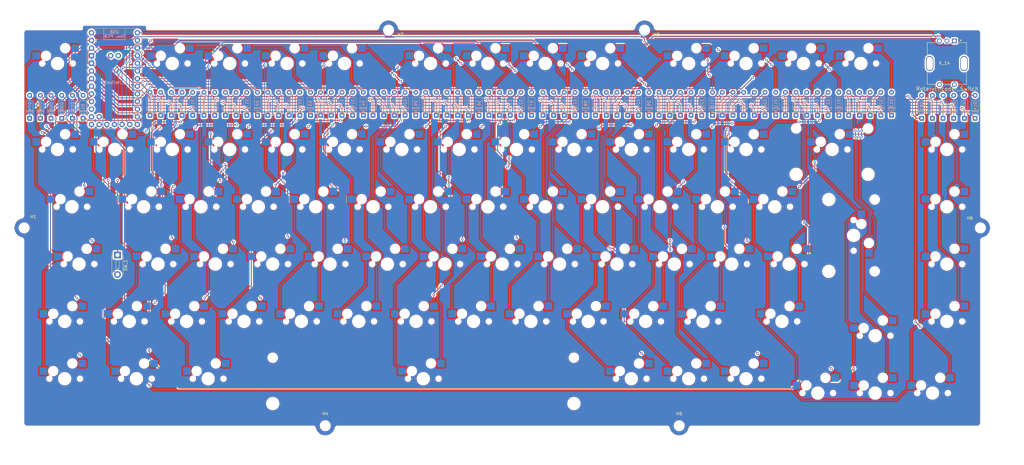
<source format=kicad_pcb>
(kicad_pcb (version 20241229) (generator "pcbnew") (generator_version "9.0")
  (layers (0 "F.Cu" signal) (2 "B.Cu" signal) (13 "F.Paste" user) (15 "B.Paste" user) (5 "F.SilkS" user "F.Silkscreen") (7 "B.SilkS" user "B.Silkscreen") (1 "F.Mask" user) (3 "B.Mask" user) (25 "Edge.Cuts" user))
  (net 0 "")
  (net 1 "col0")
  (net 2 "col1")
  (net 3 "col2")
  (net 4 "col3")
  (net 5 "col4")
  (net 6 "col5")
  (net 7 "col6")
  (net 8 "col7")
  (net 9 "col8")
  (net 10 "col9")
  (net 11 "col10")
  (net 12 "col11")
  (net 13 "col12")
  (net 14 "col13")
  (net 15 "col14")
  (net 16 "row0")
  (net 17 "row1")
  (net 18 "row2")
  (net 19 "row3")
  (net 20 "row4")
  (net 21 "row5")
  (net 22 "Net-(D1-A)")
  (net 23 "Net-(D2-A)")
  (net 24 "Net-(D3-A)")
  (net 25 "Net-(D4-A)")
  (net 26 "Net-(D5-A)")
  (net 27 "Net-(D6-A)")
  (net 28 "Net-(D7-A)")
  (net 29 "Net-(D8-A)")
  (net 30 "Net-(D9-A)")
  (net 31 "Net-(D10-A)")
  (net 32 "Net-(D11-A)")
  (net 33 "Net-(D12-A)")
  (net 34 "Net-(D13-A)")
  (net 35 "Net-(D14-A)")
  (net 36 "Net-(D15-A)")
  (net 37 "Net-(D16-A)")
  (net 38 "Net-(D17-A)")
  (net 39 "Net-(D18-A)")
  (net 40 "Net-(D19-A)")
  (net 41 "Net-(D20-A)")
  (net 42 "Net-(D21-A)")
  (net 43 "Net-(D22-A)")
  (net 44 "Net-(D23-A)")
  (net 45 "Net-(D24-A)")
  (net 46 "Net-(D25-A)")
  (net 47 "Net-(D26-A)")
  (net 48 "Net-(D27-A)")
  (net 49 "Net-(D28-A)")
  (net 50 "Net-(D29-A)")
  (net 51 "Net-(D30-A)")
  (net 52 "Net-(D31-A)")
  (net 53 "Net-(D32-A)")
  (net 54 "Net-(D33-A)")
  (net 55 "Net-(D34-A)")
  (net 56 "Net-(D35-A)")
  (net 57 "Net-(D36-A)")
  (net 58 "Net-(D37-A)")
  (net 59 "Net-(D38-A)")
  (net 60 "Net-(D39-A)")
  (net 61 "Net-(D40-A)")
  (net 62 "Net-(D41-A)")
  (net 63 "Net-(D42-A)")
  (net 64 "Net-(D43-A)")
  (net 65 "Net-(D44-A)")
  (net 66 "Net-(D45-A)")
  (net 67 "Net-(D46-A)")
  (net 68 "Net-(D47-A)")
  (net 69 "Net-(D48-A)")
  (net 70 "Net-(D49-A)")
  (net 71 "Net-(D50-A)")
  (net 72 "Net-(D51-A)")
  (net 73 "Net-(D52-A)")
  (net 74 "Net-(D53-A)")
  (net 75 "Net-(D54-A)")
  (net 76 "Net-(D55-A)")
  (net 77 "Net-(D56-A)")
  (net 78 "Net-(D57-A)")
  (net 79 "Net-(D58-A)")
  (net 80 "Net-(D59-A)")
  (net 81 "Net-(D60-A)")
  (net 82 "Net-(D61-A)")
  (net 83 "Net-(D62-A)")
  (net 84 "Net-(D63-A)")
  (net 85 "Net-(D64-A)")
  (net 86 "Net-(D65-A)")
  (net 87 "Net-(D66-A)")
  (net 88 "Net-(D67-A)")
  (net 89 "Net-(D68-A)")
  (net 90 "Net-(D69-A)")
  (net 91 "Net-(D70-A)")
  (net 92 "Net-(D71-A)")
  (net 93 "Net-(D72-A)")
  (net 94 "Net-(D73-A)")
  (net 95 "Net-(D74-A)")
  (net 96 "Net-(D75-A)")
  (net 97 "Net-(D76-A)")
  (net 98 "Net-(D77-A)")
  (net 99 "Net-(D78-A)")
  (net 100 "Net-(D79-A)")
  (net 101 "Net-(D80-A)")
  (net 102 "Net-(D81-A)")
  (net 103 "Net-(D82-A)")
  (net 104 "Net-(D83-A)")
  (net 107 "GND")
  (net 110 "rotA")
  (net 111 "Net-(C_Helios1-RST)")
  (net 112 "rotB")
  (footprint "MountingHole:MountingHole_3.2mm_M3_ISO14580" (layer "F.Cu") (at 127 158.5)
    (property "Reference" "H4")
    (property "Value" "MountingHole")
  )
  (footprint "MountingHole:MountingHole_3.2mm_M3_ISO14580" (layer "F.Cu") (at 344.5 92.75)
    (property "Reference" "H6")
    (property "Value" "MountingHole")
  )
  (footprint "MountingHole:MountingHole_3.2mm_M3_ISO14580" (layer "F.Cu") (at 233 27)
    (property "Reference" "H3")
    (property "Value" "MountingHole")
  )
  (footprint "MountingHole:MountingHole_3.2mm_M3_ISO14580" (layer "F.Cu") (at 27 92.75)
    (property "Reference" "H1")
    (property "Value" "MountingHole")
  )
  (footprint "MountingHole:MountingHole_3.2mm_M3_ISO14580" (layer "F.Cu") (at 148 27)
    (property "Reference" "H2")
    (property "Value" "MountingHole")
  )
  (footprint "MountingHole:MountingHole_3.2mm_M3_ISO14580" (layer "F.Cu") (at 244.5 158.5)
    (property "Reference" "H5")
    (property "Value" "MountingHole")
  )
  (footprint "Rotary_Encoder:Bourns-PEC11R-4220F-S0024-0-0-0" (layer "F.Cu") (at 333.375 38.1 180)
    (property "Reference" "K_14")
    (property "Value" "RotaryEncoder_Switch")
  )
  (footprint "Button_Switch_THT:SW_PUSH_1P1T_6x3.5mm_H5.0_APEM_MJTP1250" (layer "F.Cu") (at 58 101.75 -90)
    (property "Reference" "SW_1")
    (property "Value" "SW_Push")
  )
  (footprint "MX_Hotswap:MX-Hotswap-1U" (layer "B.Cu") (at 38.1 38.1 180)
    (property "Reference" "K_1")
    (property "Value" "KEYSW")
  )
  (footprint "Diode_THT:D_DO-35_SOD27_P7.62mm_Horizontal" (layer "B.Cu") (at 46.6 56.31 90)
    (property "Reference" "D1")
    (property "Value" "D")
  )
  (footprint "MX_Hotswap:MX-Hotswap-1U" (layer "B.Cu") (at 76.2 38.1 180)
    (property "Reference" "K_2")
    (property "Value" "KEYSW")
  )
  (footprint "Diode_THT:D_DO-35_SOD27_P7.62mm_Horizontal" (layer "B.Cu") (at 104.5 55.31 90)
    (property "Reference" "D2")
    (property "Value" "D")
  )
  (footprint "MX_Hotswap:MX-Hotswap-1U" (layer "B.Cu") (at 95.25 38.1 180)
    (property "Reference" "K_3")
    (property "Value" "KEYSW")
  )
  (footprint "Diode_THT:D_DO-35_SOD27_P7.62mm_Horizontal" (layer "B.Cu") (at 122.1 55.31 90)
    (property "Reference" "D3")
    (property "Value" "D")
  )
  (footprint "MX_Hotswap:MX-Hotswap-1U" (layer "B.Cu") (at 114.3 38.1 180)
    (property "Reference" "K_4")
    (property "Value" "KEYSW")
  )
  (footprint "Diode_THT:D_DO-35_SOD27_P7.62mm_Horizontal" (layer "B.Cu") (at 139.65 55.31 90)
    (property "Reference" "D4")
    (property "Value" "D")
  )
  (footprint "MX_Hotswap:MX-Hotswap-1U" (layer "B.Cu") (at 133.35 38.1 180)
    (property "Reference" "K_5")
    (property "Value" "KEYSW")
  )
  (footprint "Diode_THT:D_DO-35_SOD27_P7.62mm_Horizontal" (layer "B.Cu") (at 157.05 55.31 90)
    (property "Reference" "D5")
    (property "Value" "D")
  )
  (footprint "MX_Hotswap:MX-Hotswap-1U" (layer "B.Cu") (at 161.925 38.1 180)
    (property "Reference" "K_6")
    (property "Value" "KEYSW")
  )
  (footprint "Diode_THT:D_DO-35_SOD27_P7.62mm_Horizontal" (layer "B.Cu") (at 178.05 55.31 90)
    (property "Reference" "D6")
    (property "Value" "D")
  )
  (footprint "MX_Hotswap:MX-Hotswap-1U" (layer "B.Cu") (at 180.975 38.1 180)
    (property "Reference" "K_7")
    (property "Value" "KEYSW")
  )
  (footprint "Diode_THT:D_DO-35_SOD27_P7.62mm_Horizontal" (layer "B.Cu") (at 195.5 55.31 90)
    (property "Reference" "D7")
    (property "Value" "D")
  )
  (footprint "MX_Hotswap:MX-Hotswap-1U" (layer "B.Cu") (at 200.025 38.1 180)
    (property "Reference" "K_8")
    (property "Value" "KEYSW")
  )
  (footprint "Diode_THT:D_DO-35_SOD27_P7.62mm_Horizontal" (layer "B.Cu") (at 213.45 55.31 90)
    (property "Reference" "D8")
    (property "Value" "D")
  )
  (footprint "MX_Hotswap:MX-Hotswap-1U" (layer "B.Cu") (at 219.075 38.1 180)
    (property "Reference" "K_9")
    (property "Value" "KEYSW")
  )
  (footprint "Diode_THT:D_DO-35_SOD27_P7.62mm_Horizontal" (layer "B.Cu") (at 234.5 55.31 90)
    (property "Reference" "D9")
    (property "Value" "D")
  )
  (footprint "MX_Hotswap:MX-Hotswap-1U" (layer "B.Cu") (at 247.65 38.1 180)
    (property "Reference" "K_10")
    (property "Value" "KEYSW")
  )
  (footprint "Diode_THT:D_DO-35_SOD27_P7.62mm_Horizontal" (layer "B.Cu") (at 255.55 55.31 90)
    (property "Reference" "D10")
    (property "Value" "D")
  )
  (footprint "MX_Hotswap:MX-Hotswap-1U" (layer "B.Cu") (at 266.7 38.1 180)
    (property "Reference" "K_11")
    (property "Value" "KEYSW")
  )
  (footprint "Diode_THT:D_DO-35_SOD27_P7.62mm_Horizontal" (layer "B.Cu") (at 276.55 55.31 90)
    (property "Reference" "D11")
    (property "Value" "D")
  )
  (footprint "MX_Hotswap:MX-Hotswap-1U" (layer "B.Cu") (at 285.75 38.1 180)
    (property "Reference" "K_12")
    (property "Value" "KEYSW")
  )
  (footprint "Diode_THT:D_DO-35_SOD27_P7.62mm_Horizontal" (layer "B.Cu") (at 297.5 55.31 90)
    (property "Reference" "D12")
    (property "Value" "D")
  )
  (footprint "MX_Hotswap:MX-Hotswap-1U" (layer "B.Cu") (at 304.8 38.1 180)
    (property "Reference" "K_13")
    (property "Value" "KEYSW")
  )
  (footprint "Diode_THT:D_DO-35_SOD27_P7.62mm_Horizontal" (layer "B.Cu") (at 315 55.31 90)
    (property "Reference" "D13")
    (property "Value" "D")
  )
  (footprint "Diode_THT:D_DO-35_SOD27_P7.62mm_Horizontal" (layer "B.Cu") (at 342.75 56.31 90)
    (property "Reference" "D14")
    (property "Value" "D")
  )
  (footprint "MX_Hotswap:MX-Hotswap-1U" (layer "B.Cu") (at 38.1 66.675 180)
    (property "Reference" "K_15")
    (property "Value" "KEYSW")
  )
  (footprint "Diode_THT:D_DO-35_SOD27_P7.62mm_Horizontal" (layer "B.Cu") (at 43.05 56.31 90)
    (property "Reference" "D15")
    (property "Value" "D")
  )
  (footprint "MX_Hotswap:MX-Hotswap-1U" (layer "B.Cu") (at 57.15 66.675 180)
    (property "Reference" "K_16")
    (property "Value" "KEYSW")
  )
  (footprint "Diode_THT:D_DO-35_SOD27_P7.62mm_Horizontal" (layer "B.Cu") (at 83 55.31 90)
    (property "Reference" "D16")
    (property "Value" "D")
  )
  (footprint "MX_Hotswap:MX-Hotswap-1U" (layer "B.Cu") (at 76.2 66.675 180)
    (property "Reference" "K_17")
    (property "Value" "KEYSW")
  )
  (footprint "Diode_THT:D_DO-35_SOD27_P7.62mm_Horizontal" (layer "B.Cu") (at 100.95 55.31 90)
    (property "Reference" "D17")
    (property "Value" "D")
  )
  (footprint "MX_Hotswap:MX-Hotswap-1U" (layer "B.Cu") (at 95.25 66.675 180)
    (property "Reference" "K_18")
    (property "Value" "KEYSW")
  )
  (footprint "Diode_THT:D_DO-35_SOD27_P7.62mm_Horizontal" (layer "B.Cu") (at 118.55 55.31 90)
    (property "Reference" "D18")
    (property "Value" "D")
  )
  (footprint "MX_Hotswap:MX-Hotswap-1U" (layer "B.Cu") (at 114.3 66.675 180)
    (property "Reference" "K_19")
    (property "Value" "KEYSW")
  )
  (footprint "Diode_THT:D_DO-35_SOD27_P7.62mm_Horizontal" (layer "B.Cu") (at 136.1 55.31 90)
    (property "Reference" "D19")
    (property "Value" "D")
  )
  (footprint "MX_Hotswap:MX-Hotswap-1U" (layer "B.Cu") (at 133.35 66.675 180)
    (property "Reference" "K_20")
    (property "Value" "KEYSW")
  )
  (footprint "Diode_THT:D_DO-35_SOD27_P7.62mm_Horizontal" (layer "B.Cu") (at 153.5 55.31 90)
    (property "Reference" "D20")
    (property "Value" "D")
  )
  (footprint "MX_Hotswap:MX-Hotswap-1U" (layer "B.Cu") (at 152.4 66.675 180)
    (property "Reference" "K_21")
    (property "Value" "KEYSW")
  )
  (footprint "Diode_THT:D_DO-35_SOD27_P7.62mm_Horizontal" (layer "B.Cu") (at 174.5 55.31 90)
    (property "Reference" "D21")
    (property "Value" "D")
  )
  (footprint "MX_Hotswap:MX-Hotswap-1U" (layer "B.Cu") (at 171.45 66.675 180)
    (property "Reference" "K_22")
    (property "Value" "KEYSW")
  )
  (footprint "Diode_THT:D_DO-35_SOD27_P7.62mm_Horizontal" (layer "B.Cu") (at 191.95 55.31 90)
    (property "Reference" "D22")
    (property "Value" "D")
  )
  (footprint "MX_Hotswap:MX-Hotswap-1U" (layer "B.Cu") (at 190.5 66.675 180)
    (property "Reference" "K_23")
    (property "Value" "KEYSW")
  )
  (footprint "Diode_THT:D_DO-35_SOD27_P7.62mm_Horizontal" (layer "B.Cu") (at 209.9 55.31 90)
    (property "Reference" "D23")
    (property "Value" "D")
  )
  (footprint "MX_Hotswap:MX-Hotswap-1U" (layer "B.Cu") (at 209.55 66.675 180)
    (property "Reference" "K_24")
    (property "Value" "KEYSW")
  )
  (footprint "Diode_THT:D_DO-35_SOD27_P7.62mm_Horizontal" (layer "B.Cu") (at 230.95 55.31 90)
    (property "Reference" "D24")
    (property "Value" "D")
  )
  (footprint "MX_Hotswap:MX-Hotswap-1U" (layer "B.Cu") (at 228.6 66.675 180)
    (property "Reference" "K_25")
    (property "Value" "KEYSW")
  )
  (footprint "Diode_THT:D_DO-35_SOD27_P7.62mm_Horizontal" (layer "B.Cu") (at 252 55.31 90)
    (property "Reference" "D25")
    (property "Value" "D")
  )
  (footprint "MX_Hotswap:MX-Hotswap-1U" (layer "B.Cu") (at 247.65 66.675 180)
    (property "Reference" "K_26")
    (property "Value" "KEYSW")
  )
  (footprint "Diode_THT:D_DO-35_SOD27_P7.62mm_Horizontal" (layer "B.Cu") (at 273 55.31 90)
    (property "Reference" "D26")
    (property "Value" "D")
  )
  (footprint "MX_Hotswap:MX-Hotswap-1U" (layer "B.Cu") (at 266.7 66.675 180)
    (property "Reference" "K_27")
    (property "Value" "KEYSW")
  )
  (footprint "Diode_THT:D_DO-35_SOD27_P7.62mm_Horizontal" (layer "B.Cu") (at 293.95 55.31 90)
    (property "Reference" "D27")
    (property "Value" "D")
  )
  (footprint "MX_Hotswap:MX-Hotswap-2U" (layer "B.Cu") (at 295.275 66.675 180)
    (property "Reference" "K_28")
    (property "Value" "KEYSW")
  )
  (footprint "Diode_THT:D_DO-35_SOD27_P7.62mm_Horizontal" (layer "B.Cu") (at 311.45 55.31 90)
    (property "Reference" "D28")
    (property "Value" "D")
  )
  (footprint "MX_Hotswap:MX-Hotswap-1U" (layer "B.Cu") (at 333.375 66.675 180)
    (property "Reference" "K_29")
    (property "Value" "KEYSW")
  )
  (footprint "Diode_THT:D_DO-35_SOD27_P7.62mm_Horizontal" (layer "B.Cu") (at 339.2 56.31 90)
    (property "Reference" "D29")
    (property "Value" "D")
  )
  (footprint "MX_Hotswap:MX-Hotswap-1.5U" (layer "B.Cu") (at 42.8625 85.725 180)
    (property "Reference" "K_30")
    (property "Value" "KEYSW")
  )
  (footprint "Diode_THT:D_DO-35_SOD27_P7.62mm_Horizontal" (layer "B.Cu") (at 39.5 56.31 90)
    (property "Reference" "D30")
    (property "Value" "D")
  )
  (footprint "MX_Hotswap:MX-Hotswap-1U" (layer "B.Cu") (at 66.675 85.725 180)
    (property "Reference" "K_31")
    (property "Value" "KEYSW")
  )
  (footprint "Diode_THT:D_DO-35_SOD27_P7.62mm_Horizontal" (layer "B.Cu") (at 79.45 55.31 90)
    (property "Reference" "D31")
    (property "Value" "D")
  )
  (footprint "MX_Hotswap:MX-Hotswap-1U" (layer "B.Cu") (at 85.725 85.725 180)
    (property "Reference" "K_32")
    (property "Value" "KEYSW")
  )
  (footprint "Diode_THT:D_DO-35_SOD27_P7.62mm_Horizontal" (layer "B.Cu") (at 97.4 55.31 90)
    (property "Reference" "D32")
    (property "Value" "D")
  )
  (footprint "MX_Hotswap:MX-Hotswap-1U" (layer "B.Cu") (at 104.775 85.725 180)
    (property "Reference" "K_33")
    (property "Value" "KEYSW")
  )
  (footprint "Diode_THT:D_DO-35_SOD27_P7.62mm_Horizontal" (layer "B.Cu") (at 115 55.31 90)
    (property "Reference" "D33")
    (property "Value" "D")
  )
  (footprint "MX_Hotswap:MX-Hotswap-1U" (layer "B.Cu") (at 123.825 85.725 180)
    (property "Reference" "K_34")
    (property "Value" "KEYSW")
  )
  (footprint "Diode_THT:D_DO-35_SOD27_P7.62mm_Horizontal" (layer "B.Cu") (at 132.55 55.31 90)
    (property "Reference" "D34")
    (property "Value" "D")
  )
  (footprint "MX_Hotswap:MX-Hotswap-1U" (layer "B.Cu") (at 142.875 85.725 180)
    (property "Reference" "K_35")
    (property "Value" "KEYSW")
  )
  (footprint "Diode_THT:D_DO-35_SOD27_P7.62mm_Horizontal" (layer "B.Cu") (at 149.95 55.31 90)
    (property "Reference" "D35")
    (property "Value" "D")
  )
  (footprint "MX_Hotswap:MX-Hotswap-1U" (layer "B.Cu") (at 161.925 85.725 180)
    (property "Reference" "K_36")
    (property "Value" "KEYSW")
  )
  (footprint "Diode_THT:D_DO-35_SOD27_P7.62mm_Horizontal" (layer "B.Cu") (at 170.95 55.31 90)
    (property "Reference" "D36")
    (property "Value" "D")
  )
  (footprint "MX_Hotswap:MX-Hotswap-1U" (layer "B.Cu") (at 180.975 85.725 180)
    (property "Reference" "K_37")
    (property "Value" "KEYSW")
  )
  (footprint "Diode_THT:D_DO-35_SOD27_P7.62mm_Horizontal" (layer "B.Cu") (at 188.4 55.31 90)
    (property "Reference" "D37")
    (property "Value" "D")
  )
  (footprint "MX_Hotswap:MX-Hotswap-1U" (layer "B.Cu") (at 200.025 85.725 180)
    (property "Reference" "K_38")
    (property "Value" "KEYSW")
  )
  (footprint "Diode_THT:D_DO-35_SOD27_P7.62mm_Horizontal" (layer "B.Cu") (at 206.35 55.31 90)
    (property "Reference" "D38")
    (property "Value" "D")
  )
  (footprint "MX_Hotswap:MX-Hotswap-1U" (layer "B.Cu") (at 219.075 85.725 180)
    (property "Reference" "K_39")
    (property "Value" "KEYSW")
  )
  (footprint "Diode_THT:D_DO-35_SOD27_P7.62mm_Horizontal" (layer "B.Cu") (at 227.4 55.31 90)
    (property "Reference" "D39")
    (property "Value" "D")
  )
  (footprint "MX_Hotswap:MX-Hotswap-1U" (layer "B.Cu") (at 238.125 85.725 180)
    (property "Reference" "K_40")
    (property "Value" "KEYSW")
  )
  (footprint "Diode_THT:D_DO-35_SOD27_P7.62mm_Horizontal" (layer "B.Cu") (at 248.45 55.31 90)
    (property "Reference" "D40")
    (property "Value" "D")
  )
  (footprint "MX_Hotswap:MX-Hotswap-1U" (layer "B.Cu") (at 257.175 85.725 180)
    (property "Reference" "K_41")
    (property "Value" "KEYSW")
  )
  (footprint "Diode_THT:D_DO-35_SOD27_P7.62mm_Horizontal" (layer "B.Cu") (at 269.45 55.31 90)
    (property "Reference" "D41")
    (property "Value" "D")
  )
  (footprint "MX_Hotswap:MX-Hotswap-1U" (layer "B.Cu") (at 276.225 85.725 180)
    (property "Reference" "K_42")
    (property "Value" "KEYSW")
  )
  (footprint "Diode_THT:D_DO-35_SOD27_P7.62mm_Horizontal" (layer "B.Cu") (at 290.4 55.31 90)
    (property "Reference" "D42")
    (property "Value" "D")
  )
  (footprint "MX_Hotswap:MX-Hotswap-ISO-Rotated" (layer "B.Cu") (at 302.41875 95.25 90)
    (property "Reference" "K_43")
    (property "Value" "KEYSW")
  )
  (footprint "Diode_THT:D_DO-35_SOD27_P7.62mm_Horizontal" (layer "B.Cu") (at 307.9 55.31 90)
    (property "Reference" "D43")
    (property "Value" "D")
  )
  (footprint "MX_Hotswap:MX-Hotswap-1U" (layer "B.Cu") (at 333.375 85.725 180)
    (property "Reference" "K_44")
    (property "Value" "KEYSW")
  )
  (footprint "Diode_THT:D_DO-35_SOD27_P7.62mm_Horizontal" (layer "B.Cu") (at 335.65 56.31 90)
    (property "Reference" "D44")
    (property "Value" "D")
  )
  (footprint "MX_Hotswap:MX-Hotswap-1.75U" (layer "B.Cu") (at 45.24375 104.775 180)
    (property "Reference" "K_45")
    (property "Value" "KEYSW")
  )
  (footprint "Diode_THT:D_DO-35_SOD27_P7.62mm_Horizontal" (layer "B.Cu") (at 35.95 56.31 90)
    (property "Reference" "D45")
    (property "Value" "D")
  )
  (footprint "MX_Hotswap:MX-Hotswap-1U" (layer "B.Cu") (at 71.4375 104.775 180)
    (property "Reference" "K_46")
    (property "Value" "KEYSW")
  )
  (footprint "Diode_THT:D_DO-35_SOD27_P7.62mm_Horizontal" (layer "B.Cu") (at 75.9 55.31 90)
    (property "Reference" "D46")
    (property "Value" "D")
  )
  (footprint "MX_Hotswap:MX-Hotswap-1U" (layer "B.Cu") (at 90.4875 104.775 180)
    (property "Reference" "K_47")
    (property "Value" "KEYSW")
  )
  (footprint "Diode_THT:D_DO-35_SOD27_P7.62mm_Horizontal" (layer "B.Cu") (at 93.85 55.31 90)
    (property "Reference" "D47")
    (property "Value" "D")
  )
  (footprint "MX_Hotswap:MX-Hotswap-1U" (layer "B.Cu") (at 109.5375 104.775 180)
    (property "Reference" "K_48")
    (property "Value" "KEYSW")
  )
  (footprint "Diode_THT:D_DO-35_SOD27_P7.62mm_Horizontal" (layer "B.Cu") (at 111.45 55.31 90)
    (property "Reference" "D48")
    (property "Value" "D")
  )
  (footprint "MX_Hotswap:MX-Hotswap-1U" (layer "B.Cu") (at 128.5875 104.775 180)
    (property "Reference" "K_49")
    (property "Value" "KEYSW")
  )
  (footprint "Diode_THT:D_DO-35_SOD27_P7.62mm_Horizontal" (layer "B.Cu") (at 129 55.31 90)
    (property "Reference" "D49")
    (property "Value" "D")
  )
  (footprint "MX_Hotswap:MX-Hotswap-1U" (layer "B.Cu") (at 147.6375 104.775 180)
    (property "Reference" "K_50")
    (property "Value" "KEYSW")
  )
  (footprint "Diode_THT:D_DO-35_SOD27_P7.62mm_Horizontal" (layer "B.Cu") (at 146.4 55.31 90)
    (property "Reference" "D50")
    (property "Value" "D")
  )
  (footprint "MX_Hotswap:MX-Hotswap-1U" (layer "B.Cu") (at 166.6875 104.775 180)
    (property "Reference" "K_51")
    (property "Value" "KEYSW")
  )
  (footprint "Diode_THT:D_DO-35_SOD27_P7.62mm_Horizontal" (layer "B.Cu") (at 167.4 55.31 90)
    (property "Reference" "D51")
    (property "Value" "D")
  )
  (footprint "MX_Hotswap:MX-Hotswap-1U" (layer "B.Cu") (at 185.7375 104.775 180)
    (property "Reference" "K_52")
    (property "Value" "KEYSW")
  )
  (footprint "Diode_THT:D_DO-35_SOD27_P7.62mm_Horizontal" (layer "B.Cu") (at 184.85 55.31 90)
    (property "Reference" "D52")
    (property "Value" "D")
  )
  (footprint "MX_Hotswap:MX-Hotswap-1U" (layer "B.Cu") (at 204.7875 104.775 180)
    (property "Reference" "K_53")
    (property "Value" "KEYSW")
  )
  (footprint "Diode_THT:D_DO-35_SOD27_P7.62mm_Horizontal" (layer "B.Cu") (at 202.8 55.31 90)
    (property "Reference" "D53")
    (property "Value" "D")
  )
  (footprint "MX_Hotswap:MX-Hotswap-1U" (layer "B.Cu") (at 223.8375 104.775 180)
    (property "Reference" "K_54")
    (property "Value" "KEYSW")
  )
  (footprint "Diode_THT:D_DO-35_SOD27_P7.62mm_Horizontal" (layer "B.Cu") (at 223.85 55.31 90)
    (property "Reference" "D54")
    (property "Value" "D")
  )
  (footprint "MX_Hotswap:MX-Hotswap-1U" (layer "B.Cu") (at 242.8875 104.775 180)
    (property "Reference" "K_55")
    (property "Value" "KEYSW")
  )
  (footprint "Diode_THT:D_DO-35_SOD27_P7.62mm_Horizontal" (layer "B.Cu") (at 244.9 55.31 90)
    (property "Reference" "D55")
    (property "Value" "D")
  )
  (footprint "MX_Hotswap:MX-Hotswap-1U" (layer "B.Cu") (at 261.9375 104.775 180)
    (property "Reference" "K_56")
    (property "Value" "KEYSW")
  )
  (footprint "Diode_THT:D_DO-35_SOD27_P7.62mm_Horizontal" (layer "B.Cu") (at 265.9 55.31 90)
    (property "Reference" "D56")
    (property "Value" "D")
  )
  (footprint "MX_Hotswap:MX-Hotswap-1U" (layer "B.Cu") (at 280.9875 104.775 180)
    (property "Reference" "K_57")
    (property "Value" "KEYSW")
  )
  (footprint "Diode_THT:D_DO-35_SOD27_P7.62mm_Horizontal" (layer "B.Cu") (at 286.85 55.31 90)
    (property "Reference" "D57")
    (property "Value" "D")
  )
  (footprint "MX_Hotswap:MX-Hotswap-1U" (layer "B.Cu") (at 333.375 104.775 180)
    (property "Reference" "K_58")
    (property "Value" "KEYSW")
  )
  (footprint "Diode_THT:D_DO-35_SOD27_P7.62mm_Horizontal" (layer "B.Cu") (at 332.1 56.31 90)
    (property "Reference" "D58")
    (property "Value" "D")
  )
  (footprint "MX_Hotswap:MX-Hotswap-1.25U" (layer "B.Cu") (at 40.48125 123.825 180)
    (property "Reference" "K_59")
    (property "Value" "KEYSW")
  )
  (footprint "Diode_THT:D_DO-35_SOD27_P7.62mm_Horizontal" (layer "B.Cu") (at 32.4 56.31 90)
    (property "Reference" "D59")
    (property "Value" "D")
  )
  (footprint "MX_Hotswap:MX-Hotswap-1U" (layer "B.Cu") (at 61.9125 123.825 180)
    (property "Reference" "K_60")
    (property "Value" "KEYSW")
  )
  (footprint "Diode_THT:D_DO-35_SOD27_P7.62mm_Horizontal" (layer "B.Cu") (at 72.35 55.31 90)
    (property "Reference" "D60")
    (property "Value" "D")
  )
  (footprint "MX_Hotswap:MX-Hotswap-1U" (layer "B.Cu") (at 80.9625 123.825 180)
    (property "Reference" "K_61")
    (property "Value" "KEYSW")
  )
  (footprint "Diode_THT:D_DO-35_SOD27_P7.62mm_Horizontal" (layer "B.Cu") (at 90.3 55.31 90)
    (property "Reference" "D61")
    (property "Value" "D")
  )
  (footprint "MX_Hotswap:MX-Hotswap-1U" (layer "B.Cu") (at 100.0125 123.825 180)
    (property "Reference" "K_62")
    (property "Value" "KEYSW")
  )
  (footprint "Diode_THT:D_DO-35_SOD27_P7.62mm_Horizontal" (layer "B.Cu") (at 107.9 55.31 90)
    (property "Reference" "D62")
    (property "Value" "D")
  )
  (footprint "MX_Hotswap:MX-Hotswap-1U" (layer "B.Cu") (at 119.0625 123.825 180)
    (property "Reference" "K_63")
    (property "Value" "KEYSW")
  )
  (footprint "Diode_THT:D_DO-35_SOD27_P7.62mm_Horizontal" (layer "B.Cu") (at 125.45 55.31 90)
    (property "Reference" "D63")
    (property "Value" "D")
  )
  (footprint "MX_Hotswap:MX-Hotswap-1U" (layer "B.Cu") (at 138.1125 123.825 180)
    (property "Reference" "K_64")
    (property "Value" "KEYSW")
  )
  (footprint "Diode_THT:D_DO-35_SOD27_P7.62mm_Horizontal" (layer "B.Cu") (at 142.85 55.31 90)
    (property "Reference" "D64")
    (property "Value" "D")
  )
  (footprint "MX_Hotswap:MX-Hotswap-1U" (layer "B.Cu") (at 157.1625 123.825 180)
    (property "Reference" "K_65")
    (property "Value" "KEYSW")
  )
  (footprint "Diode_THT:D_DO-35_SOD27_P7.62mm_Horizontal" (layer "B.Cu") (at 163.85 55.31 90)
    (property "Reference" "D65")
    (property "Value" "D")
  )
  (footprint "MX_Hotswap:MX-Hotswap-1U" (layer "B.Cu") (at 176.2125 123.825 180)
    (property "Reference" "K_66")
    (property "Value" "KEYSW")
  )
  (footprint "Diode_THT:D_DO-35_SOD27_P7.62mm_Horizontal" (layer "B.Cu") (at 181.3 55.31 90)
    (property "Reference" "D66")
    (property "Value" "D")
  )
  (footprint "MX_Hotswap:MX-Hotswap-1U" (layer "B.Cu") (at 195.2625 123.825 180)
    (property "Reference" "K_67")
    (property "Value" "KEYSW")
  )
  (footprint "Diode_THT:D_DO-35_SOD27_P7.62mm_Horizontal" (layer "B.Cu") (at 199.25 55.31 90)
    (property "Reference" "D67")
    (property "Value" "D")
  )
  (footprint "MX_Hotswap:MX-Hotswap-1U" (layer "B.Cu") (at 214.3125 123.825 180)
    (property "Reference" "K_68")
    (property "Value" "KEYSW")
  )
  (footprint "Diode_THT:D_DO-35_SOD27_P7.62mm_Horizontal" (layer "B.Cu") (at 220.3 55.31 90)
    (property "Reference" "D68")
    (property "Value" "D")
  )
  (footprint "MX_Hotswap:MX-Hotswap-1U" (layer "B.Cu") (at 233.3625 123.825 180)
    (property "Reference" "K_69")
    (property "Value" "KEYSW")
  )
  (footprint "Diode_THT:D_DO-35_SOD27_P7.62mm_Horizontal" (layer "B.Cu") (at 241.35 55.31 90)
    (property "Reference" "D69")
    (property "Value" "D")
  )
  (footprint "MX_Hotswap:MX-Hotswap-1U" (layer "B.Cu") (at 252.4125 123.825 180)
    (property "Reference" "K_70")
    (property "Value" "KEYSW")
  )
  (footprint "Diode_THT:D_DO-35_SOD27_P7.62mm_Horizontal" (layer "B.Cu") (at 262.35 55.31 90)
    (property "Reference" "D70")
    (property "Value" "D")
  )
  (footprint "MX_Hotswap:MX-Hotswap-1.75U" (layer "B.Cu") (at 278.60625 123.825 180)
    (property "Reference" "K_71")
    (property "Value" "KEYSW")
  )
  (footprint "Diode_THT:D_DO-35_SOD27_P7.62mm_Horizontal" (layer "B.Cu") (at 283.3 55.31 90)
    (property "Reference" "D71")
    (property "Value" "D")
  )
  (footprint "MX_Hotswap:MX-Hotswap-1.25U" (layer "B.Cu") (at 40.48125 142.875 180)
    (property "Reference" "K_74")
    (property "Value" "KEYSW")
  )
  (footprint "Diode_THT:D_DO-35_SOD27_P7.62mm_Horizontal" (layer "B.Cu") (at 28.85 56.31 90)
    (property "Reference" "D74")
    (property "Value" "D")
  )
  (footprint "MX_Hotswap:MX-Hotswap-1.25U" (layer "B.Cu") (at 64.29375 142.875 180)
    (property "Reference" "K_75")
    (property "Value" "KEYSW")
  )
  (footprint "Diode_THT:D_DO-35_SOD27_P7.62mm_Horizontal" (layer "B.Cu") (at 68.8 55.31 90)
    (property "Reference" "D75")
    (property "Value" "D")
  )
  (footprint "MX_Hotswap:MX-Hotswap-1.25U" (layer "B.Cu") (at 88.10625 142.875 180)
    (property "Reference" "K_76")
    (property "Value" "KEYSW")
  )
  (footprint "Diode_THT:D_DO-35_SOD27_P7.62mm_Horizontal" (layer "B.Cu") (at 86.75 55.31 90)
    (property "Reference" "D76")
    (property "Value" "D")
  )
  (footprint "MX_Hotswap:MX-Hotswap-6.25U" (layer "B.Cu") (at 159.54375 142.875 180)
    (property "Reference" "K_77")
    (property "Value" "KEYSW")
  )
  (footprint "Diode_THT:D_DO-35_SOD27_P7.62mm_Horizontal" (layer "B.Cu") (at 160.3 55.31 90)
    (property "Reference" "D77")
    (property "Value" "D")
  )
  (footprint "MX_Hotswap:MX-Hotswap-1U" (layer "B.Cu") (at 228.6 142.875 180)
    (property "Reference" "K_78")
    (property "Value" "KEYSW")
  )
  (footprint "Diode_THT:D_DO-35_SOD27_P7.62mm_Horizontal" (layer "B.Cu") (at 216.75 55.31 90)
    (property "Reference" "D78")
    (property "Value" "D")
  )
  (footprint "MX_Hotswap:MX-Hotswap-1U" (layer "B.Cu") (at 247.65 142.875 180)
    (property "Reference" "K_79")
    (property "Value" "KEYSW")
  )
  (footprint "Diode_THT:D_DO-35_SOD27_P7.62mm_Horizontal" (layer "B.Cu") (at 237.8 55.31 90)
    (property "Reference" "D79")
    (property "Value" "D")
  )
  (footprint "MX_Hotswap:MX-Hotswap-1U" (layer "B.Cu") (at 266.7 142.875 180)
    (property "Reference" "K_80")
    (property "Value" "KEYSW")
  )
  (footprint "Diode_THT:D_DO-35_SOD27_P7.62mm_Horizontal" (layer "B.Cu") (at 258.8 55.31 90)
    (property "Reference" "D80")
    (property "Value" "D")
  )
  (footprint "MX_Hotswap:MX-Hotswap-1U" (layer "B.Cu") (at 290.5125 147.6375 180)
    (property "Reference" "K_81")
    (property "Value" "KEYSW")
  )
  (footprint "Diode_THT:D_DO-35_SOD27_P7.62mm_Horizontal" (layer "B.Cu") (at 279.75 55.31 90)
    (property "Reference" "D81")
    (property "Value" "D")
  )
  (footprint "MX_Hotswap:MX-Hotswap-1U" (layer "B.Cu") (at 309.5625 147.6375 180)
    (property "Reference" "K_82")
    (property "Value" "KEYSW")
  )
  (footprint "Diode_THT:D_DO-35_SOD27_P7.62mm_Horizontal" (layer "B.Cu") (at 300.8 55.31 90)
    (property "Reference" "D82")
    (property "Value" "D")
  )
  (footprint "MX_Hotswap:MX-Hotswap-1U" (layer "B.Cu") (at 328.6125 147.6375 180)
    (property "Reference" "K_83")
    (property "Value" "KEYSW")
  )
  (footprint "Diode_THT:D_DO-35_SOD27_P7.62mm_Horizontal" (layer "B.Cu") (at 325 56.31 90)
    (property "Reference" "D83")
    (property "Value" "D")
  )
  (footprint "MX_Hotswap:MX-Hotswap-1U" (layer "B.Cu") (at 333.375 123.825 180)
    (property "Reference" "K_72")
    (property "Value" "KEYSW")
  )
  (footprint "PCM_marbastlib-xp-promicroish:Helios_AH_USBdn" (layer "B.Cu") (at 57 44.39 180)
    (property "Reference" "C_Helios1")
    (property "Value" "Helios")
  )
  (footprint "Diode_THT:D_DO-35_SOD27_P7.62mm_Horizontal" (layer "B.Cu") (at 304.35 55.31 90)
    (property "Reference" "D73")
    (property "Value" "D")
  )
  (footprint "MX_Hotswap:MX-Hotswap-1U" (layer "B.Cu") (at 309.5625 128.5875 180)
    (property "Reference" "K_73")
    (property "Value" "KEYSW")
  )
  (footprint "Diode_THT:D_DO-35_SOD27_P7.62mm_Horizontal" (layer "B.Cu") (at 328.55 56.31 90)
    (property "Reference" "D72")
    (property "Value" "D")
  )
  (gr_arc (start 26.235294 95.908732) (mid 23.75 92.749978) (end 26.235294 89.591224) (stroke (width 0.1)) (layer "Edge.Cuts"))
  (gr_line (start 237.130678 26.999978) (end 343.5 26.999978) (stroke (width 0.1)) (layer "Edge.Cuts"))
  (gr_line (start 47 25.499978) (end 67 25.499978) (stroke (width 0.1)) (layer "Edge.Cuts"))
  (gr_line (start 68 26.999978) (end 143.869322 26.999978) (stroke (width 0.1)) (layer "Edge.Cuts"))
  (gr_arc (start 122.869322 158.499978) (mid 123.487669 158.714073) (end 123.841246 159.264684) (stroke (width 0.1)) (layer "Edge.Cuts"))
  (gr_arc (start 130.158754 159.264684) (mid 130.512331 158.714073) (end 131.130678 158.499978) (stroke (width 0.1)) (layer "Edge.Cuts"))
  (gr_arc (start 343.5 26.999978) (mid 344.207107 27.292871) (end 344.5 27.999978) (stroke (width 0.1)) (layer "Edge.Cuts"))
  (gr_arc (start 26.235294 95.908732) (mid 26.785905 96.262309) (end 27 96.880656) (stroke (width 0.1)) (layer "Edge.Cuts"))
  (gr_arc (start 46.5 26.499978) (mid 46.353553 26.853531) (end 46 26.999978) (stroke (width 0.1)) (layer "Edge.Cuts"))
  (gr_line (start 27 157.499978) (end 27 96.880656) (stroke (width 0.1)) (layer "Edge.Cuts"))
  (gr_line (start 344.5 96.880656) (end 344.5 157.499978) (stroke (width 0.1)) (layer "Edge.Cuts"))
  (gr_arc (start 46.5 25.999978) (mid 46.646447 25.646425) (end 47 25.499978) (stroke (width 0.1)) (layer "Edge.Cuts"))
  (gr_arc (start 229.841246 26.235272) (mid 229.487669 26.785883) (end 228.869322 26.999978) (stroke (width 0.1)) (layer "Edge.Cuts"))
  (gr_arc (start 240.369322 158.499978) (mid 240.987669 158.714073) (end 241.341246 159.264684) (stroke (width 0.1)) (layer "Edge.Cuts"))
  (gr_line (start 46.5 26.499978) (end 46.5 25.999978) (stroke (width 0.1)) (layer "Edge.Cuts"))
  (gr_arc (start 27 27.999978) (mid 27.292893 27.292871) (end 28 26.999978) (stroke (width 0.1)) (layer "Edge.Cuts"))
  (gr_line (start 27 88.6193) (end 27 27.999978) (stroke (width 0.1)) (layer "Edge.Cuts"))
  (gr_arc (start 67 25.499978) (mid 67.353553 25.646425) (end 67.5 25.999978) (stroke (width 0.1)) (layer "Edge.Cuts"))
  (gr_line (start 152.130678 26.999978) (end 228.869322 26.999978) (stroke (width 0.1)) (layer "Edge.Cuts"))
  (gr_arc (start 130.158754 159.264684) (mid 127 161.749978) (end 123.841246 159.264684) (stroke (width 0.1)) (layer "Edge.Cuts"))
  (gr_arc (start 27 88.6193) (mid 26.785905 89.237647) (end 26.235294 89.591224) (stroke (width 0.1)) (layer "Edge.Cuts"))
  (gr_arc (start 247.658754 159.264684) (mid 244.5 161.749978) (end 241.341246 159.264684) (stroke (width 0.1)) (layer "Edge.Cuts"))
  (gr_line (start 67.5 25.999978) (end 67.5 26.499978) (stroke (width 0.1)) (layer "Edge.Cuts"))
  (gr_arc (start 28 158.499978) (mid 27.292893 158.207085) (end 27 157.499978) (stroke (width 0.1)) (layer "Edge.Cuts"))
  (gr_line (start 28 26.999978) (end 46 26.999978) (stroke (width 0.1)) (layer "Edge.Cuts"))
  (gr_arc (start 344.5 96.880656) (mid 344.714095 96.262309) (end 345.264706 95.908732) (stroke (width 0.1)) (layer "Edge.Cuts"))
  (gr_arc (start 229.841246 26.235272) (mid 233 23.749978) (end 236.158754 26.235272) (stroke (width 0.1)) (layer "Edge.Cuts"))
  (gr_arc (start 247.658754 159.264684) (mid 248.012331 158.714073) (end 248.630678 158.499978) (stroke (width 0.1)) (layer "Edge.Cuts"))
  (gr_line (start 344.5 27.999978) (end 344.5 88.6193) (stroke (width 0.1)) (layer "Edge.Cuts"))
  (gr_arc (start 344.5 157.499978) (mid 344.207107 158.207085) (end 343.5 158.499978) (stroke (width 0.1)) (layer "Edge.Cuts"))
  (gr_arc (start 345.264706 89.591224) (mid 347.75 92.749978) (end 345.264706 95.908732) (stroke (width 0.1)) (layer "Edge.Cuts"))
  (gr_line (start 343.5 158.499978) (end 248.630678 158.499978) (stroke (width 0.1)) (layer "Edge.Cuts"))
  (gr_arc (start 144.841246 26.235272) (mid 148 23.749978) (end 151.158754 26.235272) (stroke (width 0.1)) (layer "Edge.Cuts"))
  (gr_arc (start 68 26.999978) (mid 67.646447 26.853531) (end 67.5 26.499978) (stroke (width 0.1)) (layer "Edge.Cuts"))
  (gr_arc (start 144.841246 26.235272) (mid 144.487669 26.785883) (end 143.869322 26.999978) (stroke (width 0.1)) (layer "Edge.Cuts"))
  (gr_arc (start 237.130678 26.999978) (mid 236.512331 26.785883) (end 236.158754 26.235272) (stroke (width 0.1)) (layer "Edge.Cuts"))
  (gr_line (start 240.369322 158.499978) (end 131.130678 158.499978) (stroke (width 0.1)) (layer "Edge.Cuts"))
  (gr_line (start 122.869322 158.499978) (end 28 158.499978) (stroke (width 0.1)) (layer "Edge.Cuts"))
  (gr_arc (start 345.264706 89.591224) (mid 344.714095 89.237647) (end 344.5 88.6193) (stroke (width 0.1)) (layer "Edge.Cuts"))
  (gr_arc (start 152.130678 26.999978) (mid 151.512331 26.785883) (end 151.158754 26.235272) (stroke (width 0.1)) (layer "Edge.Cuts"))
  (segment (start 27.5 60.62) (end 31.015 64.135) (width 0.25) (layer "B.Cu") (net 1))
  (segment (start 31.015 64.135) (end 37.714 57.436) (width 0.25) (layer "B.Cu") (net 1))
  (segment (start 35.7775 99.85375) (end 38.15875 102.235) (width 0.25) (layer "B.Cu") (net 1))
  (segment (start 31.015 64.135) (end 31.015 78.4225) (width 0.25) (layer "B.Cu") (net 1))
  (segment (start 27.5 39.075) (end 27.5 60.62) (width 0.25) (layer "B.Cu") (net 1))
  (segment (start 38.15875 102.235) (end 38.15875 102.65875) (width 0.25) (layer "B.Cu") (net 1))
  (segment (start 31.015 35.56) (end 27.5 39.075) (width 0.25) (layer "B.Cu") (net 1))
  (segment (start 33.39625 107.42125) (end 33.39625 121.285) (width 0.25) (layer "B.Cu") (net 1))
  (segment (start 33.39625 121.285) (end 33.39625 140.335) (width 0.25) (layer "B.Cu") (net 1))
  (segment (start 31.015 78.4225) (end 35.7775 83.185) (width 0.25) (layer "B.Cu") (net 1))
  (segment (start 47.764 57.436) (end 49.38 55.82) (width 0.25) (layer "B.Cu") (net 1))
  (segment (start 38.15875 102.65875) (end 33.39625 107.42125) (width 0.25) (layer "B.Cu") (net 1))
  (segment (start 37.714 57.436) (end 47.764 57.436) (width 0.25) (layer "B.Cu") (net 1))
  (segment (start 35.7775 83.185) (end 35.7775 99.85375) (width 0.25) (layer "B.Cu") (net 1))
  (segment (start 50.065 64.135) (end 50.065 63.935) (width 0.25) (layer "B.Cu") (net 2))
  (segment (start 59.59 83.185) (end 50.065 73.66) (width 0.25) (layer "B.Cu") (net 2))
  (segment (start 49.38 63.25) (end 49.38 58.36) (width 0.25) (layer "B.Cu") (net 2))
  (segment (start 64.3525 111.76) (end 64.3525 102.235) (width 0.25) (layer "B.Cu") (net 2))
  (segment (start 50.065 73.66) (end 50.065 64.135) (width 0.25) (layer "B.Cu") (net 2))
  (segment (start 54.8275 121.285) (end 64.3525 111.76) (width 0.25) (layer "B.Cu") (net 2))
  (segment (start 54.8275 137.95375) (end 54.8275 121.285) (width 0.25) (layer "B.Cu") (net 2))
  (segment (start 64.3525 102.235) (end 59.59 97.4725) (width 0.25) (layer "B.Cu") (net 2))
  (segment (start 59.59 97.4725) (end 59.59 83.185) (width 0.25) (layer "B.Cu") (net 2))
  (segment (start 57.20875 140.335) (end 54.8275 137.95375) (width 0.25) (layer "B.Cu") (net 2))
  (segment (start 50.065 63.935) (end 49.38 63.25) (width 0.25) (layer "B.Cu") (net 2))
  (segment (start 81.02125 131.02125) (end 81.02125 140.335) (width 0.25) (layer "B.Cu") (net 3))
  (segment (start 69.115 64.135) (end 69.115 73.66) (width 0.25) (layer "B.Cu") (net 3))
  (segment (start 73.8775 121.285) (end 73.8775 123.8775) (width 0.25) (layer "B.Cu") (net 3))
  (segment (start 69.115 61.018984) (end 70.501 59.632984) (width 0.25) (layer "B.Cu") (net 3))
  (segment (start 70.501 46.461) (end 64.62 40.58) (width 0.25) (layer "B.Cu") (net 3))
  (segment (start 73.8775 112.1225) (end 73.8775 121.285) (width 0.25) (layer "B.Cu") (net 3))
  (segment (start 69.115 35.56) (end 69.115 36.085) (width 0.25) (layer "B.Cu") (net 3))
  (segment (start 73.8775 123.8775) (end 81.02125 131.02125) (width 0.25) (layer "B.Cu") (net 3))
  (segment (start 78.64 83.185) (end 78.64 97.4725) (width 0.25) (layer "B.Cu") (net 3))
  (segment (start 78.64 97.4725) (end 83.4025 102.235) (width 0.25) (layer "B.Cu") (net 3))
  (segment (start 69.115 36.085) (end 64.62 40.58) (width 0.25) (layer "B.Cu") (net 3))
  (segment (start 83.4025 102.5975) (end 73.8775 112.1225) (width 0.25) (layer "B.Cu") (net 3))
  (segment (start 83.4025 102.235) (end 83.4025 102.5975) (width 0.25) (layer "B.Cu") (net 3))
  (segment (start 69.115 73.66) (end 78.64 83.185) (width 0.25) (layer "B.Cu") (net 3))
  (segment (start 69.115 61.018984) (end 69.115 64.135) (width 0.25) (layer "B.Cu") (net 3))
  (segment (start 70.501 59.632984) (end 70.501 46.461) (width 0.25) (layer "B.Cu") (net 3))
  (segment (start 64.62 43.12) (end 84.045 43.12) (width 0.25) (layer "F.Cu") (net 4))
  (segment (start 84.045 43.12) (end 88.165 39) (width 0.25) (layer "F.Cu") (net 4))
  (via (at 88.165 39) (size 0.8) (drill 0.4) (layers "F.Cu" "B.Cu") (net 4))
  (segment (start 88.165 48.568984) (end 88.275 48.678984) (width 0.25) (layer "B.Cu") (net 4))
  (segment (start 88.165 35.56) (end 88.165 39) (width 0.25) (layer "B.Cu") (net 4))
  (segment (start 88.165 39) (end 88.165 48.568984) (width 0.25) (layer "B.Cu") (net 4))
  (segment (start 97.69 83.185) (end 97.69 97.4725) (width 0.25) (layer "B.Cu") (net 4))
  (segment (start 88.275 48.678984) (end 88.275 49.321016) (width 0.25) (layer "B.Cu") (net 4))
  (segment (start 88.165 64.135) (end 88.165 69.761016) (width 0.25) (layer "B.Cu") (net 4))
  (segment (start 88.165 49.431016) (end 88.165 64.135) (width 0.25) (layer "B.Cu") (net 4))
  (segment (start 88.275 49.321016) (end 88.165 49.431016) (width 0.25) (layer "B.Cu") (net 4))
  (segment (start 97.69 79.286016) (end 97.69 83.185) (width 0.25) (layer "B.Cu") (net 4))
  (segment (start 97.69 97.4725) (end 102.4525 102.235) (width 0.25) (layer "B.Cu") (net 4))
  (segment (start 88.165 69.761016) (end 97.69 79.286016) (width 0.25) (layer "B.Cu") (net 4))
  (segment (start 102.4525 111.76) (end 92.9275 121.285) (width 0.25) (layer "B.Cu") (net 4))
  (segment (start 102.4525 102.235) (end 102.4525 111.76) (width 0.25) (layer "B.Cu") (net 4))
  (segment (start 101.274 44) (end 106.774 38.5) (width 0.25) (layer "F.Cu") (net 5))
  (segment (start 66.5 44) (end 101.274 44) (width 0.25) (layer "F.Cu") (net 5))
  (via (at 66.5 44) (size 0.8) (drill 0.4) (layers "F.Cu" "B.Cu") (net 5))
  (via (at 106.774 38.5) (size 0.8) (drill 0.4) (layers "F.Cu" "B.Cu") (net 5))
  (segment (start 121.5025 98.5025) (end 121.5025 102.235) (width 0.25) (layer "B.Cu") (net 5))
  (segment (start 107.215 73.66) (end 116.74 83.185) (width 0.25) (layer "B.Cu") (net 5))
  (segment (start 111.9775 121.285) (end 111.9775 111.76) (width 0.25) (layer "B.Cu") (net 5))
  (segment (start 107.215 64.135) (end 107.215 73.66) (width 0.25) (layer "B.Cu") (net 5))
  (segment (start 106.774 38.5) (end 106.774 63.694) (width 0.25) (layer "B.Cu") (net 5))
  (segment (start 106.774 36.001) (end 106.774 38.5) (width 0.25) (layer "B.Cu") (net 5))
  (segment (start 106.774 63.694) (end 107.215 64.135) (width 0.25) (layer "B.Cu") (net 5))
  (segment (start 116.74 83.185) (end 116.74 93.74) (width 0.25) (layer "B.Cu") (net 5))
  (segment (start 107.215 35.56) (end 106.774 36.001) (width 0.25) (layer "B.Cu") (net 5))
  (segment (start 66.28 44) (end 66.5 44) (width 0.25) (layer "B.Cu") (net 5))
  (segment (start 116.74 93.74) (end 121.5025 98.5025) (width 0.25) (layer "B.Cu") (net 5))
  (segment (start 64.62 45.66) (end 66.28 44) (width 0.25) (layer "B.Cu") (net 5))
  (segment (start 111.9775 111.76) (end 121.5025 102.235) (width 0.25) (layer "B.Cu") (net 5))
  (segment (start 120.076 45) (end 67.91544 45) (width 0.25) (layer "F.Cu") (net 6))
  (segment (start 67.91544 45) (end 67.861704 44.946264) (width 0.25) (layer "F.Cu") (net 6))
  (segment (start 126.576 38.5) (end 120.076 45) (width 0.25) (layer "F.Cu") (net 6))
  (via (at 67.861704 44.946264) (size 0.8) (drill 0.4) (layers "F.Cu" "B.Cu") (net 6))
  (via (at 126.576 38.5) (size 0.8) (drill 0.4) (layers "F.Cu" "B.Cu") (net 6))
  (segment (start 126.576 35.871) (end 126.576 38.5) (width 0.25) (layer "B.Cu") (net 6))
  (segment (start 140.5525 102.235) (end 140.5525 111.76) (width 0.25) (layer "B.Cu") (net 6))
  (segment (start 64.62 48.2) (end 67.861704 44.958296) (width 0.25) (layer "B.Cu") (net 6))
  (segment (start 126.265 35.56) (end 126.576 35.871) (width 0.25) (layer "B.Cu") (net 6))
  (segment (start 140.5525 111.76) (end 131.0275 121.285) (width 0.25) (layer "B.Cu") (net 6))
  (segment (start 126.576 38.5) (end 126.576 63.824) (width 0.25) (layer "B.Cu") (net 6))
  (segment (start 135.79 97.4725) (end 140.5525 102.235) (width 0.25) (layer "B.Cu") (net 6))
  (segment (start 135.79 76.29) (end 135.79 83.185) (width 0.25) (layer "B.Cu") (net 6))
  (segment (start 126.265 66.765) (end 135.79 76.29) (width 0.25) (layer "B.Cu") (net 6))
  (segment (start 67.861704 44.958296) (end 67.861704 44.946264) (width 0.25) (layer "B.Cu") (net 6))
  (segment (start 126.265 64.135) (end 126.265 66.765) (width 0.25) (layer "B.Cu") (net 6))
  (segment (start 135.79 83.185) (end 135.79 97.4725) (width 0.25) (layer "B.Cu") (net 6))
  (segment (start 126.576 63.824) (end 126.265 64.135) (width 0.25) (layer "B.Cu") (net 6))
  (segment (start 85.321016 45.725) (end 84.678984 45.725) (width 0.25) (layer "F.Cu") (net 7))
  (segment (start 84.678984 45.725) (end 84.403984 46) (width 0.25) (layer "F.Cu") (net 7))
  (segment (start 85.596016 46) (end 85.321016 45.725) (width 0.25) (layer "F.Cu") (net 7))
  (segment (start 144.4 46) (end 85.596016 46) (width 0.25) (layer "F.Cu") (net 7))
  (segment (start 151.076 39.324) (end 144.4 46) (width 0.25) (layer "F.Cu") (net 7))
  (segment (start 84.403984 46) (end 69 46) (width 0.25) (layer "F.Cu") (net 7))
  (via (at 151.076 39.324) (size 0.8) (drill 0.4) (layers "F.Cu" "B.Cu") (net 7))
  (via (at 69 46) (size 0.8) (drill 0.4) (layers "F.Cu" "B.Cu") (net 7))
  (segment (start 145.315 64.135) (end 151.076 58.374) (width 0.25) (layer "B.Cu") (net 7))
  (segment (start 154.84 97.4725) (end 154.84 83.185) (width 0.25) (layer "B.Cu") (net 7))
  (segment (start 145.315 73.66) (end 145.315 64.135) (width 0.25) (layer "B.Cu") (net 7))
  (segment (start 68.897595 46) (end 64.62 50.277595) (width 0.25) (layer "B.Cu") (net 7))
  (segment (start 150.0775 121.285) (end 150.0775 111.76) (width 0.25) (layer "B.Cu") (net 7))
  (segment (start 150.0775 111.76) (end 159.6025 102.235) (width 0.25) (layer "B.Cu") (net 7))
  (segment (start 151.076 58.374) (end 151.076 39.324) (width 0.25) (layer "B.Cu") (net 7))
  (segment (start 150.0775 137.95375) (end 150.0775 121.285) (width 0.25) (layer "B.Cu") (net 7))
  (segment (start 69 46) (end 68.897595 46) (width 0.25) (layer "B.Cu") (net 7))
  (segment (start 152.45875 140.335) (end 150.0775 137.95375) (width 0.25) (layer "B.Cu") (net 7))
  (segment (start 151.076 39.324) (end 151.076 39.5) (width 0.25) (layer "B.Cu") (net 7))
  (segment (start 159.6025 102.235) (end 154.84 97.4725) (width 0.25) (layer "B.Cu") (net 7))
  (segment (start 151.076 39.324) (end 154.84 35.56) (width 0.25) (layer "B.Cu") (net 7))
  (segment (start 154.84 83.185) (end 145.315 73.66) (width 0.25) (layer "B.Cu") (net 7))
  (segment (start 64.62 50.277595) (end 64.62 50.74) (width 0.25) (layer "B.Cu") (net 7))
  (segment (start 172.615 35.56) (end 173.89 35.56) (width 0.25) (layer "B.Cu") (net 8))
  (segment (start 64.62 53.28) (end 63.394 52.054) (width 0.25) (layer "B.Cu") (net 8))
  (segment (start 169.1275 111.76) (end 178.6525 102.235) (width 0.25) (layer "B.Cu") (net 8))
  (segment (start 63.394 52.054) (end 63.394 40.072174) (width 0.25) (layer "B.Cu") (net 8))
  (segment (start 168.8481 39.3269) (end 169.8375 38.3375) (width 0.25) (layer "B.Cu") (net 8))
  (segment (start 65.127826 39.354) (end 67.514 36.967826) (width 0.25) (layer "B.Cu") (net 8))
  (segment (start 67.514 36.967826) (end 67.514 34.286582) (width 0.25) (layer "B.Cu") (net 8))
  (segment (start 173.89 83.185) (end 164.365 73.66) (width 0.25) (layer "B.Cu") (net 8))
  (segment (start 169.225 51.678984) (end 169.55 51.353984) (width 0.25) (layer "B.Cu") (net 8))
  (segment (start 164.365 64.135) (end 164.365 62.885) (width 0.25) (layer "B.Cu") (net 8))
  (segment (start 166.496801 39.3269) (end 168.8481 39.3269) (width 0.25) (layer "B.Cu") (net 8))
  (segment (start 165.7781 38.608199) (end 166.496801 39.3269) (width 0.25) (layer "B.Cu") (net 8))
  (segment (start 67.514 34.286582) (end 70.656582 31.144) (width 0.25) (layer "B.Cu") (net 8))
  (segment (start 164.365 73.66) (end 164.365 64.135) (width 0.25) (layer "B.Cu") (net 8))
  (segment (start 169.55 38.625) (end 169.8375 38.3375) (width 0.25) (layer "B.Cu") (net 8))
  (segment (start 173.89 97.4725) (end 173.89 83.185) (width 0.25) (layer "B.Cu") (net 8))
  (segment (start 169.55 52.646016) (end 169.225 52.321016) (width 0.25) (layer "B.Cu") (net 8))
  (segment (start 169.225 52.321016) (end 169.225 51.678984) (width 0.25) (layer "B.Cu") (net 8))
  (segment (start 169.8375 38.3375) (end 172.615 35.56) (width 0.25) (layer "B.Cu") (net 8))
  (segment (start 169.55 51.353984) (end 169.55 38.625) (width 0.25) (layer "B.Cu") (net 8))
  (segment (start 63.394 40.072174) (end 64.112174 39.354) (width 0.25) (layer "B.Cu") (net 8))
  (segment (start 178.6525 102.235) (end 173.89 97.4725) (width 0.25) (layer "B.Cu") (net 8))
  (segment (start 164.365 62.885) (end 169.55 57.7) (width 0.25) (layer "B.Cu") (net 8))
  (segment (start 70.656582 31.144) (end 158.320545 31.144) (width 0.25) (layer "B.Cu") (net 8))
  (segment (start 169.1275 121.285) (end 169.1275 111.76) (width 0.25) (layer "B.Cu") (net 8))
  (segment (start 165.7781 38.601555) (end 165.7781 38.608199) (width 0.25) (layer "B.Cu") (net 8))
  (segment (start 64.112174 39.354) (end 65.127826 39.354) (width 0.25) (layer "B.Cu") (net 8))
  (segment (start 169.55 57.7) (end 169.55 52.646016) (width 0.25) (layer "B.Cu") (net 8))
  (segment (start 158.320545 31.144) (end 165.7781 38.601555) (width 0.25) (layer "B.Cu") (net 8))
  (segment (start 183.113273 36.886728) (end 183.113273 36.893372) (width 0.25) (layer "B.Cu") (net 9))
  (segment (start 192.94 85.455099) (end 197.7025 90.217599) (width 0.25) (layer "B.Cu") (net 9))
  (segment (start 65.127826 36.726) (end 67.062 34.791826) (width 0.25) (layer "B.Cu") (net 9))
  (segment (start 183.415 45.085) (end 183.415 50.488984) (width 0.25) (layer "B.Cu") (net 9))
  (segment (start 197.7025 102.2975) (end 188.1775 111.8225) (width 0.25) (layer "B.Cu") (net 9))
  (segment (start 186.219901 40) (end 188.5 40) (width 0.25) (layer "B.Cu") (net 9))
  (segment (start 192.94 75.930099) (end 192.94 83.185) (width 0.25) (layer "B.Cu") (net 9))
  (segment (start 183.225 50.678984) (end 183.225 51.321016) (width 0.25) (layer "B.Cu") (net 9))
  (segment (start 176.919545 30.693) (end 183.113273 36.886728) (width 0.25) (layer "B.Cu") (net 9))
  (segment (start 183.225 51.321016) (end 183.415 51.511016) (width 0.25) (layer "B.Cu") (net 9))
  (segment (start 64.200174 36.726) (end 65.127826 36.726) (width 0.25) (layer "B.Cu") (net 9))
  (segment (start 197.7025 102.235) (end 197.7025 102.2975) (width 0.25) (layer "B.Cu") (net 9))
  (segment (start 192.94 83.185) (end 192.94 85.455099) (width 0.25) (layer "B.Cu") (net 9))
  (segment (start 183.415 64.135) (end 183.415 66.405099) (width 0.25) (layer "B.Cu") (net 9))
  (segment (start 183.415 50.488984) (end 183.225 50.678984) (width 0.25) (layer "B.Cu") (net 9))
  (segment (start 183.113273 36.893372) (end 186.219901 40) (width 0.25) (layer "B.Cu") (net 9))
  (segment (start 67.062 34.100772) (end 70.469772 30.693) (width 0.25) (layer "B.Cu") (net 9))
  (segment (start 67.062 34.791826) (end 67.062 34.100772) (width 0.25) (layer "B.Cu") (net 9))
  (segment (start 70.469772 30.693) (end 176.919545 30.693) (width 0.25) (layer "B.Cu") (net 9))
  (segment (start 183.415 51.511016) (end 183.415 64.135) (width 0.25) (layer "B.Cu") (net 9))
  (segment (start 62.942 54.142) (end 62.942 37.984174) (width 0.25) (layer "B.Cu") (net 9))
  (segment (start 183.415 66.405099) (end 192.94 75.930099) (width 0.25) (layer "B.Cu") (net 9))
  (segment (start 62.942 37.984174) (end 64.200174 36.726) (width 0.25) (layer "B.Cu") (net 9))
  (segment (start 192.94 35.56) (end 188.5 40) (width 0.25) (layer "B.Cu") (net 9))
  (segment (start 197.7025 90.217599) (end 197.7025 102.235) (width 0.25) (layer "B.Cu") (net 9))
  (segment (start 64.62 55.82) (end 62.942 54.142) (width 0.25) (layer "B.Cu") (net 9))
  (segment (start 188.1775 111.8225) (end 188.1775 121.285) (width 0.25) (layer "B.Cu") (net 9))
  (segment (start 188.5 40) (end 183.415 45.085) (width 0.25) (layer "B.Cu") (net 9))
  (segment (start 62 33.575382) (end 63.929382 31.646) (width 0.25) (layer "F.Cu") (net 10))
  (segment (start 62 37.5) (end 62 33.575382) (width 0.25) (layer "F.Cu") (net 10))
  (segment (start 63.929382 31.646) (end 67.854 31.646) (width 0.25) (layer "F.Cu") (net 10))
  (segment (start 67.854 31.646) (end 69 30.5) (width 0.25) (layer "F.Cu") (net 10))
  (via (at 62 37.5) (size 0.8) (drill 0.4) (layers "F.Cu" "B.Cu") (net 10))
  (via (at 69 30.5) (size 0.8) (drill 0.4) (layers "F.Cu" "B.Cu") (net 10))
  (segment (start 207.2275 126.0475) (end 207.2275 121.285) (width 0.25) (layer "B.Cu") (net 10))
  (segment (start 211.99 97.4725) (end 211.99 83.185) (width 0.25) (layer "B.Cu") (net 10))
  (segment (start 216.7525 102.235) (end 211.99 97.4725) (width 0.25) (layer "B.Cu") (net 10))
  (segment (start 216.7525 111.7475) (end 216.7525 102.235) (width 0.25) (layer "B.Cu") (net 10))
  (segment (start 211.99 83.185) (end 202.465 73.66) (width 0.25) (layer "B.Cu") (net 10))
  (segment (start 69 30.5) (end 69.258 30.242) (width 0.25) (layer "B.Cu") (net 10))
  (segment (start 62 55.74) (end 62 41) (width 0.25) (layer "B.Cu") (net 10))
  (segment (start 202.465 73.66) (end 202.465 64.135) (width 0.25) (layer "B.Cu") (net 10))
  (segment (start 207.476 56.524) (end 205 59) (width 0.25) (layer "B.Cu") (net 10))
  (segment (start 203.8781 40.4021) (end 207.476 44) (width 0.25) (layer "B.Cu") (net 10))
  (segment (start 211.99 35.56) (end 207.476 40.074) (width 0.25) (layer "B.Cu") (net 10))
  (segment (start 205 59.5) (end 202.465 62.035) (width 0.25) (layer "B.Cu") (net 10))
  (segment (start 205 59) (end 205 59.5) (width 0.25) (layer "B.Cu") (net 10))
  (segment (start 202.465 62.035) (end 202.465 64.135) (width 0.25) (layer "B.Cu") (net 10))
  (segment (start 207.476 40.074) (end 207.476 44) (width 0.25) (layer "B.Cu") (net 10))
  (segment (start 62 41) (end 62 37.5) (width 0.25) (layer "B.Cu") (net 10))
  (segment (start 207.2275 121.2725) (end 216.7525 111.7475) (width 0.25) (layer "B.Cu") (net 10))
  (segment (start 221.515 140.335) (end 207.2275 126.0475) (width 0.25) (layer "B.Cu") (net 10))
  (segment (start 69.258 30.242) (end 195.742 30.242) (width 0.25) (layer "B.Cu") (net 10))
  (segment (start 207.476 44) (end 207.476 56.524) (width 0.25) (layer "B.Cu") (net 10))
  (segment (start 195.742 30.242) (end 203.8781 38.3781) (width 0.25) (layer "B.Cu") (net 10))
  (segment (start 207.2275 121.285) (end 207.2275 121.2725) (width 0.25) (layer "B.Cu") (net 10))
  (segment (start 203.8781 38.3781) (end 203.8781 40.4021) (width 0.25) (layer "B.Cu") (net 10))
  (segment (start 64.62 58.36) (end 62 55.74) (width 0.25) (layer "B.Cu") (net 10))
  (segment (start 232.194 29.194) (end 233 30) (width 0.25) (layer "F.Cu") (net 11))
  (segment (start 61 38) (end 61 32.306174) (width 0.25) (layer "F.Cu") (net 11))
  (segment (start 64.112174 29.194) (end 232.194 29.194) (width 0.25) (layer "F.Cu") (net 11))
  (segment (start 233 30) (end 233 31) (width 0.25) (layer "F.Cu") (net 11))
  (segment (start 61 32.306174) (end 64.112174 29.194) (width 0.25) (layer "F.Cu") (net 11))
  (via (at 233 31) (size 0.8) (drill 0.4) (layers "F.Cu" "B.Cu") (net 11))
  (via (at 61 38) (size 0.8) (drill 0.4) (layers "F.Cu" "B.Cu") (net 11))
  (segment (start 231.04 83.185) (end 231.04 97.4725) (width 0.25) (layer "B.Cu") (net 11))
  (segment (start 235.8025 102.235) (end 235.8025 111.76) (width 0.25) (layer "B.Cu") (net 11))
  (segment (start 61 57.28) (end 61 38) (width 0.25) (layer "B.Cu") (net 11))
  (segment (start 235.8025 111.76) (end 226.2775 121.285) (width 0.25) (layer "B.Cu") (net 11))
  (segment (start 228.526 57.124) (end 221.515 64.135) (width 0.25) (layer "B.Cu") (net 11))
  (segment (start 231.04 75.930099) (end 231.04 83.185) (width 0.25) (layer "B.Cu") (net 11))
  (segment (start 221.515 64.135) (end 221.515 66.405099) (width 0.25) (layer "B.Cu") (net 11))
  (segment (start 240.565 35.56) (end 228.526 47.599) (width 0.25) (layer "B.Cu") (net 11))
  (segment (start 62.08 58.36) (end 61 57.28) (width 0.25) (layer "B.Cu") (net 11))
  (segment (start 221.515 66.405099) (end 231.04 75.930099) (width 0.25) (layer "B.Cu") (net 11))
  (segment (start 226.2775 123.555099) (end 240.565 137.842599) (width 0.25) (layer "B.Cu") (net 11))
  (segment (start 231.04 97.4725) (end 235.8025 102.235) (width 0.25) (layer "B.Cu") (net 11))
  (segment (start 226.2775 121.285) (end 226.2775 123.555099) (width 0.25) (layer "B.Cu") (net 11))
  (segment (start 240.565 137.842599) (end 240.565 140.335) (width 0.25) (layer "B.Cu") (net 11))
  (segment (start 237.56 35.56) (end 240.565 35.56) (width 0.25) (layer "B.Cu") (net 11))
  (segment (start 233 31) (end 237.56 35.56) (width 0.25) (layer "B.Cu") (net 11))
  (segment (start 228.526 47.599) (end 228.526 57.124) (width 0.25) (layer "B.Cu") (net 11))
  (segment (start 232.492588 32.225) (end 233.507412 32.225) (width 0.25) (layer "F.Cu") (net 12))
  (segment (start 74.102455 39.354) (end 75.218355 40.4699) (width 0.25) (layer "F.Cu") (net 12))
  (segment (start 255 31) (end 257.5 33.5) (width 0.25) (layer "F.Cu") (net 12))
  (segment (start 60.146 39.354) (end 74.102455 39.354) (width 0.25) (layer "F.Cu") (net 12))
  (segment (start 93.346935 31) (end 231.267588 31) (width 0.25) (layer "F.Cu") (net 12))
  (segment (start 234.732412 31) (end 255 31) (width 0.25) (layer "F.Cu") (net 12))
  (segment (start 75.218355 40.4699) (end 83.877035 40.4699) (width 0.25) (layer "F.Cu") (net 12))
  (segment (start 83.877035 40.4699) (end 93.346935 31) (width 0.25) (layer "F.Cu") (net 12))
  (segment (start 60 39.5) (end 60.146 39.354) (width 0.25) (layer "F.Cu") (net 12))
  (segment (start 233.507412 32.225) (end 234.732412 31) (width 0.25) (layer "F.Cu") (net 12))
  (segment (start 231.267588 31) (end 232.492588 32.225) (width 0.25) (layer "F.Cu") (net 12))
  (via (at 60 39.5) (size 0.8) (drill 0.4) (layers "F.Cu" "B.Cu") (net 12))
  (via (at 257.5 33.5) (size 0.8) (drill 0.4) (layers "F.Cu" "B.Cu") (net 12))
  (segment (start 245.3275 121.285) (end 245.3275 111.76) (width 0.25) (layer "B.Cu") (net 12))
  (segment (start 254.8525 102.235) (end 250.09 97.4725) (width 0.25) (layer "B.Cu") (net 12))
  (segment (start 240.565 59.071396) (end 242.95 56.686396) (width 0.25) (layer "B.Cu") (net 12))
  (segment (start 257.5 33.5) (end 257.555 33.5) (width 0.25) (layer "B.Cu") (net 12))
  (segment (start 259.615 140.335) (end 245.3275 126.0475) (width 0.25) (layer "B.Cu") (net 12))
  (segment (start 243.678984 50.225) (end 243.957405 50.225) (width 0.25) (layer "B.Cu") (net 12))
  (segment (start 59.54 39.96) (end 60 39.5) (width 0.25) (layer "B.Cu") (net 12))
  (segment (start 258.622405 35.56) (end 259.615 35.56) (width 0.25) (layer "B.Cu") (net 12))
  (segment (start 250.09 97.4725) (end 250.09 83.185) (width 0.25) (layer "B.Cu") (net 12))
  (segment (start 243.957405 50.225) (end 258.622405 35.56) (width 0.25) (layer "B.Cu") (net 12))
  (segment (start 250.09 83.185) (end 240.565 73.66) (width 0.25) (layer "B.Cu") (net 12))
  (segment (start 240.565 73.66) (end 240.565 64.135) (width 0.25) (layer "B.Cu") (net 12))
  (segment (start 245.3275 126.0475) (end 245.3275 121.285) (width 0.25) (layer "B.Cu") (net 12))
  (segment (start 242.95 50.953984) (end 243.678984 50.225) (width 0.25) (layer "B.Cu") (net 12))
  (segment (start 257.555 33.5) (end 259.615 35.56) (width 0.25) (layer "B.Cu") (net 12))
  (segment (start 242.95 56.686396) (end 242.95 50.953984) (width 0.25) (layer "B.Cu") (net 12))
  (segment (start 240.565 64.135) (end 240.565 59.071396) (width 0.25) (layer "B.Cu") (net 12))
  (segment (start 245.3275 111.76) (end 254.8525 102.235) (width 0.25) (layer "B.Cu") (net 12))
  (segment (start 59.54 58.36) (end 59.54 39.96) (width 0.25) (layer "B.Cu") (net 12))
  (segment (start 66 34.5) (end 66 36) (width 0.25) (layer "F.Cu") (net 13))
  (segment (start 265.227208 46.5) (end 268.863604 42.863604) (width 0.25) (layer "F.Cu") (net 13))
  (segment (start 66 36) (end 68.5 38.5) (width 0.25) (layer "F.Cu") (net 13))
  (segment (start 85 46.5) (end 265.227208 46.5) (width 0.25) (layer "F.Cu") (net 13))
  (via (at 268.863604 42.863604) (size 0.8) (drill 0.4) (layers "F.Cu" "B.Cu") (net 13))
  (via (at 85 46.5) (size 0.8) (drill 0.4) (layers "F.Cu" "B.Cu") (net 13))
  (via (at 66 34.5) (size 0.8) (drill 0.4) (layers "F.Cu" "B.Cu") (net 13))
  (via (at 68.5 38.5) (size 0.8) (drill 0.4) (layers "F.Cu" "B.Cu") (net 13))
  (segment (start 65 34.274) (end 65.774 34.274) (width 0.25) (layer "B.Cu") (net 13))
  (segment (start 259.615 59.788984) (end 259.615 64.135) (width 0.25) (layer "B.Cu") (net 13))
  (segment (start 57 58.36) (end 57 40.266174) (width 0.25) (layer "B.Cu") (net 13))
  (segment (start 269.14 83.185) (end 269.14 97.4725) (width 0.25) (layer "B.Cu") (net 13))
  (segment (start 62.992174 34.274) (end 65 34.274) (width 0.25) (layer "B.Cu") (net 13))
  (segment (start 57 40.266174) (end 62.992174 34.274) (width 0.25) (layer "B.Cu") (net 13))
  (segment (start 76.5 46.5) (end 85 46.5) (width 0.25) (layer "B.Cu") (net 13))
  (segment (start 68.5 38.5) (end 76.5 46.5) (width 0.25) (layer "B.Cu") (net 13))
  (segment (start 65.774 34.274) (end 66 34.5) (width 0.25) (layer "B.Cu") (net 13))
  (segment (start 269.14 97.4725) (end 273.9025 102.235) (width 0.25) (layer "B.Cu") (net 13))
  (segment (start 271.52125 121.285) (end 271.52125 123.555099) (width 0.25) (layer "B.Cu") (net 13))
  (segment (start 268.863604 42.863604) (end 259.926 51.801208) (width 0.25) (layer "B.Cu") (net 13))
  (segment (start 259.615 64.135) (end 259.615 73.66) (width 0.25) (layer "B.Cu") (net 13))
  (segment (start 273.9025 102.235) (end 273.9025 118.90375) (width 0.25) (layer "B.Cu") (net 13))
  (segment (start 259.926 51.801208) (end 259.926 59.477984) (width 0.25) (layer "B.Cu") (net 13))
  (segment (start 273.9025 118.90375) (end 271.52125 121.285) (width 0.25) (layer "B.Cu") (net 13))
  (segment (start 271.52125 123.555099) (end 283.4275 135.461349) (width 0.25) (layer "B.Cu") (net 13))
  (segment (start 259.615 73.66) (end 269.14 83.185) (width 0.25) (layer "B.Cu") (net 13))
  (segment (start 278.665 35.56) (end 276.167208 35.56) (width 0.25) (layer "B.Cu") (net 13))
  (segment (start 259.926 59.477984) (end 259.615 59.788984) (width 0.25) (layer "B.Cu") (net 13))
  (segment (start 276.167208 35.56) (end 268.863604 42.863604) (width 0.25) (layer "B.Cu") (net 13))
  (segment (start 283.4275 135.461349) (end 283.4275 145.0975) (width 0.25) (layer "B.Cu") (net 13))
  (segment (start 287.479565 143.2215) (end 288.758065 144.5) (width 0.25) (layer "F.Cu") (net 14))
  (segment (start 65.7656 123.316801) (end 65.7656 133.2656) (width 0.25) (layer "F.Cu") (net 14))
  (segment (start 284.838401 143.2215) (end 287.479565 143.2215) (width 0.25) (layer "F.Cu") (net 14))
  (segment (start 60.3681 117.919301) (end 65.7656 123.316801) (width 0.25) (layer "F.Cu") (net 14))
  (segment (start 65.7656 133.2656) (end 78.5 146) (width 0.25) (layer "F.Cu") (net 14))
  (segment (start 54.46 58.36) (end 54.46 60.633455) (width 0.25) (layer "F.Cu") (net 14))
  (segment (start 282.059901 146) (end 284.838401 143.2215) (width 0.25) (layer "F.Cu") (net 14))
  (segment (start 60.3681 66.541555) (end 60.3681 117.919301) (width 0.25) (layer "F.Cu") (net 14))
  (segment (start 78.5 146) (end 282.059901 146) (width 0.25) (layer "F.Cu") (net 14))
  (segment (start 54.46 60.633455) (end 60.3681 66.541555) (width 0.25) (layer "F.Cu") (net 14))
  (segment (start 288.758065 144.5) (end 297.4775 144.5) (width 0.25) (layer "F.Cu") (net 14))
  (segment (start 297.4775 144.5) (end 302.4775 139.5) (width 0.25) (layer "F.Cu") (net 14))
  (via (at 302.4775 139.5) (size 0.8) (drill 0.4) (layers "F.Cu" "B.Cu") (net 14))
  (segment (start 288.19 71.39625) (end 304.95875 88.165) (width 0.25) (layer "B.Cu") (net 14))
  (segment (start 302.4775 139.5) (end 302.4775 145.0975) (width 0.25) (layer "B.Cu") (net 14))
  (segment (start 300.04885 90.804801) (end 300.04885 123.61885) (width 0.25) (layer "B.Cu") (net 14))
  (segment (start 302.4775 126.0475) (end 302.4775 139.5) (width 0.25) (layer "B.Cu") (net 14))
  (segment (start 288.19 64.135) (end 288.19 45.085) (width 0.25) (layer "B.Cu") (net 14))
  (segment (start 302.688651 88.165) (end 300.04885 90.804801) (width 0.25) (layer "B.Cu") (net 14))
  (segment (start 300.04885 123.61885) (end 302.4775 126.0475) (width 0.25) (layer "B.Cu") (net 14))
  (segment (start 288.19 64.135) (end 288.19 71.39625) (width 0.25) (layer "B.Cu") (net 14))
  (segment (start 304.95875 88.165) (end 302.688651 88.165) (width 0.25) (layer "B.Cu") (net 14))
  (segment (start 288.19 45.085) (end 297.715 35.56) (width 0.25) (layer "B.Cu") (net 14))
  (segment (start 66.66365 141.893355) (end 53.5 128.729705) (width 0.25) (layer "F.Cu") (net 15))
  (segment (start 53.5 128.729705) (end 53.5 69.840099) (width 0.25) (layer "F.Cu") (net 15))
  (segment (start 66.66365 143.16365) (end 66.66365 141.893355) (width 0.25) (layer "F.Cu") (net 15))
  (segment (start 68.5 145) (end 66.66365 143.16365) (width 0.25) (layer "F.Cu") (net 15))
  (segment (start 50.8431 67.183199) (end 50.8431 59.4369) (width 0.25) (layer "F.Cu") (net 15))
  (segment (start 50.8431 59.4369) (end 51.92 58.36) (width 0.25) (layer "F.Cu") (net 15))
  (segment (start 53.5 69.840099) (end 50.8431 67.183199) (width 0.25) (layer "F.Cu") (net 15))
  (via (at 68.5 145) (size 0.8) (drill 0.4) (layers "F.Cu" "B.Cu") (net 15))
  (segment (start 321.5275 127.0525) (end 321.5275 145.0975) (width 0.25) (layer "B.Cu") (net 15))
  (segment (start 316.6176 150.0074) (end 285.462982 150.0074) (width 0.25) (layer "B.Cu") (net 15))
  (segment (start 335.875 45.1) (end 334.475 46.5) (width 0.25) (layer "B.Cu") (net 15))
  (segment (start 326.29 121.285) (end 326.29 122.29) (width 0.25) (layer "B.Cu") (net 15))
  (segment (start 326.29 122.29) (end 321.5275 127.0525) (width 0.25) (layer "B.Cu") (net 15))
  (segment (start 326.29 48.71) (end 326.29 64.135) (width 0.25) (layer "B.Cu") (net 15))
  (segment (start 70 146.5) (end 68.5 145) (width 0.25) (layer "B.Cu") (net 15))
  (segment (start 321.5275 145.0975) (end 316.6176 150.0074) (width 0.25) (layer "B.Cu") (net 15))
  (segment (start 281.955582 146.5) (end 107 146.5) (width 0.25) (layer "B.Cu") (net 15))
  (segment (start 285.462982 150.0074) (end 281.955582 146.5) (width 0.25) (layer "B.Cu") (net 15))
  (segment (start 107 146.5) (end 70 146.5) (width 0.25) (layer "B.Cu") (net 15))
  (segment (start 334.475 46.5) (end 328.5 46.5) (width 0.25) (layer "B.Cu") (net 15))
  (segment (start 328.5 46.5) (end 326.29 48.71) (width 0.25) (layer "B.Cu") (net 15))
  (segment (start 326.29 64.135) (end 326.29 121.285) (width 0.25) (layer "B.Cu") (net 15))
  (segment (start 315 55.184) (end 314 54.184) (width 0.25) (layer "F.Cu") (net 16))
  (segment (start 67.65934 54.514486) (end 67.674 54.514486) (width 0.25) (layer "F.Cu") (net 16))
  (segment (start 195.5 55.184) (end 194.5 54.184) (width 0.25) (layer "F.Cu") (net 16))
  (segment (start 254.684 54.184) (end 254.5 54.184) (width 0.25) (layer "F.Cu") (net 16))
  (segment (start 48.136 57.046) (end 65.127826 57.046) (width 0.25) (layer "F.Cu") (net 16))
  (segment (start 46.6 56.31) (end 47.4 56.31) (width 0.25) (layer "F.Cu") (net 16))
  (segment (start 157.05 55.234) (end 156 54.184) (width 0.25) (layer "F.Cu") (net 16))
  (segment (start 156 54.184) (end 177 54.184) (width 0.25) (layer "F.Cu") (net 16))
  (segment (start 122.1 55.284) (end 121 54.184) (width 0.25) (layer "F.Cu") (net 16))
  (segment (start 296.5 54.184) (end 314 54.184) (width 0.25) (layer "F.Cu") (net 16))
  (segment (start 297.5 55.184) (end 296.5 54.184) (width 0.25) (layer "F.Cu") (net 16))
  (segment (start 49.38 49.006174) (end 49.38 48.2) (width 0.25) (layer "F.Cu") (net 16))
  (segment (start 177 54.184) (end 194.5 54.184) (width 0.25) (layer "F.Cu") (net 16))
  (segment (start 234.5 55.184) (end 233.5 54.184) (width 0.25) (layer "F.Cu") (net 16))
  (segment (start 276.55 55.234) (end 275.5 54.184) (width 0.25) (layer "F.Cu") (net 16))
  (segment (start 138.5 54.184) (end 156 54.184) (width 0.25) (layer "F.Cu") (net 16))
  (segment (start 255.55 55.31) (end 255.55 55.05) (width 0.25) (layer "F.Cu") (net 16))
  (segment (start 103.5 54.184) (end 121 54.184) (width 0.25) (layer "F.Cu") (net 16))
  (segment (start 234.5 55.31) (end 234.5 55.184) (width 0.25) (layer "F.Cu") (net 16))
  (segment (start 68.004486 54.184) (end 103.5 54.184) (width 0.25) (layer "F.Cu") (net 16))
  (segment (start 67.674 54.514486) (end 68.004486 54.184) (width 0.25) (layer "F.Cu") (net 16))
  (segment (start 314 54.184) (end 340.624 54.184) (width 0.25) (layer "F.Cu") (net 16))
  (segment (start 121 54.184) (end 138.5 54.184) (width 0.25) (layer "F.Cu") (net 16))
  (segment (start 255.55 55.05) (end 254.684 54.184) (width 0.25) (layer "F.Cu") (net 16))
  (segment (start 122.1 55.31) (end 122.1 55.284) (width 0.25) (layer "F.Cu") (net 16))
  (segment (start 254.5 54.184) (end 275.5 54.184) (width 0.25) (layer "F.Cu") (net 16))
  (segment (start 178.05 55.234) (end 177 54.184) (width 0.25) (layer "F.Cu") (net 16))
  (segment (start 213.45 55.134) (end 212.5 54.184) (width 0.25) (layer "F.Cu") (net 16))
  (segment (start 233.5 54.184) (end 254.5 54.184) (width 0.25) (layer "F.Cu") (net 16))
  (segment (start 139.626 55.31) (end 138.5 54.184) (width 0.25) (layer "F.Cu") (net 16))
  (segment (start 178.05 55.31) (end 178.05 55.234) (width 0.25) (layer "F.Cu") (net 16))
  (segment (start 104.5 55.184) (end 103.5 54.184) (width 0.25) (layer "F.Cu") (net 16))
  (segment (start 275.5 54.184) (end 296.5 54.184) (width 0.25) (layer "F.Cu") (net 16))
  (segment (start 46.6 51.786174) (end 49.38 49.006174) (width 0.25) (layer "F.Cu") (net 16))
  (segment (start 297.5 55.31) (end 297.5 55.184) (width 0.25) (layer "F.Cu") (net 16))
  (segment (start 194.5 54.184) (end 212.5 54.184) (width 0.25) (layer "F.Cu") (net 16))
  (segment (start 157.05 55.31) (end 157.05 55.234) (width 0.25) (layer "F.Cu") (net 16))
  (segment (start 65.127826 57.046) (end 67.65934 54.514486) (width 0.25) (layer "F.Cu") (net 16))
  (segment (start 213.45 55.31) (end 213.45 55.134) (width 0.25) (layer "F.Cu") (net 16))
  (segment (start 195.5 55.31) (end 195.5 55.184) (width 0.25) (layer "F.Cu") (net 16))
  (segment (start 315 55.31) (end 315 55.184) (width 0.25) (layer "F.Cu") (net 16))
  (segment (start 46.6 56.31) (end 46.6 51.786174) (width 0.25) (layer "F.Cu") (net 16))
  (segment (start 104.5 55.31) (end 104.5 55.184) (width 0.25) (layer "F.Cu") (net 16))
  (segment (start 276.55 55.31) (end 276.55 55.234) (width 0.25) (layer "F.Cu") (net 16))
  (segment (start 212.5 54.184) (end 233.5 54.184) (width 0.25) (layer "F.Cu") (net 16))
  (segment (start 139.65 55.31) (end 139.626 55.31) (width 0.25) (layer "F.Cu") (net 16))
  (segment (start 47.4 56.31) (end 48.136 57.046) (width 0.25) (layer "F.Cu") (net 16))
  (segment (start 340.624 54.184) (end 342.75 56.31) (width 0.25) (layer "F.Cu") (net 16))
  (segment (start 66.494 54.506) (end 68 53) (width 0.25) (layer "F.Cu") (net 17))
  (segment (start 293 53) (end 272 53) (width 0.25) (layer "F.Cu") (net 17))
  (segment (start 251 53) (end 230 53) (width 0.25) (layer "F.Cu") (net 17))
  (segment (start 43.05 56.31) (end 43.05 54.699778) (width 0.25) (layer "F.Cu") (net 17))
  (segment (start 48.154 46.886) (end 49.38 45.66) (width 0.25) (layer "F.Cu") (net 17))
  (segment (start 338.5 53) (end 310.5 53) (width 0.25) (layer "F.Cu") (net 17))
  (segment (start 58.226 54.506) (end 66.494 54.506) (width 0.25) (layer "F.Cu") (net 17))
  (segment (start 230 53) (end 209 53) (width 0.25) (layer "F.Cu") (net 17))
  (segment (start 173.5 53) (end 152.5 53) (width 0.25) (layer "F.Cu") (net 17))
  (segment (start 152.5 53) (end 135 53) (width 0.25) (layer "F.Cu") (net 17))
  (segment (start 43.05 54.699778) (end 48.154 49.595778) (width 0.25) (layer "F.Cu") (net 17))
  (segment (start 310.5 53) (end 293 53) (width 0.25) (layer "F.Cu") (net 17))
  (segment (start 209 53) (end 191 53) (width 0.25) (layer "F.Cu") (net 17))
  (segment (start 135 53) (end 119.5 53) (width 0.25) (layer "F.Cu") (net 17))
  (segment (start 191 53) (end 173.5 53) (width 0.25) (layer "F.Cu") (net 17))
  (segment (start 48.154 49.595778) (end 48.154 46.886) (width 0.25) (layer "F.Cu") (net 17))
  (segment (start 49.38 45.66) (end 58.226 54.506) (width 0.25) (layer "F.Cu") (net 17))
  (segment (start 82 53) (end 68 53) (width 0.25) (layer "F.Cu") (net 17))
  (segment (start 272 53) (end 251 53) (width 0.25) (layer "F.Cu") (net 17))
  (segment (start 100 53) (end 82 53) (width 0.25) (layer "F.Cu") (net 17))
  (segment (start 119.5 53) (end 100 53) (width 0.25) (layer "F.Cu") (net 17))
  (via (at 272 53) (size 0.8) (drill 0.4) (layers "F.Cu" "B.Cu") (net 17))
  (via (at 209 53) (size 0.8) (drill 0.4) (layers "F.Cu" "B.Cu") (net 17))
  (via (at 251 53) (size 0.8) (drill 0.4) (layers "F.Cu" "B.Cu") (net 17))
  (via (at 338.5 53) (size 0.8) (drill 0.4) (layers "F.Cu" "B.Cu") (net 17))
  (via (at 135 53) (size 0.8) (drill 0.4) (layers "F.Cu" "B.Cu") (net 17))
  (via (at 82 53) (size 0.8) (drill 0.4) (layers "F.Cu" "B.Cu") (net 17))
  (via (at 173.5 53) (size 0.8) (drill 0.4) (layers "F.Cu" "B.Cu") (net 17))
  (via (at 293 53) (size 0.8) (drill 0.4) (layers "F.Cu" "B.Cu") (net 17))
  (via (at 230 53) (size 0.8) (drill 0.4) (layers "F.Cu" "B.Cu") (net 17))
  (via (at 100 53) (size 0.8) (drill 0.4) (layers "F.Cu" "B.Cu") (net 17))
  (via (at 310.5 53) (size 0.8) (drill 0.4) (layers "F.Cu" "B.Cu") (net 17))
  (via (at 119.5 53) (size 0.8) (drill 0.4) (layers "F.Cu" "B.Cu") (net 17))
  (via (at 152.5 53) (size 0.8) (drill 0.4) (layers "F.Cu" "B.Cu") (net 17))
  (via (at 191 53) (size 0.8) (drill 0.4) (layers "F.Cu" "B.Cu") (net 17))
  (segment (start 273 54) (end 272 53) (width 0.25) (layer "B.Cu") (net 17))
  (segment (start 273 55.31) (end 273 54) (width 0.25) (layer "B.Cu") (net 17))
  (segment (start 136.1 55.31) (end 136.1 54.1) (width 0.25) (layer "B.Cu") (net 17))
  (segment (start 118.55 55.31) (end 118.55 53.95) (width 0.25) (layer "B.Cu") (net 17))
  (segment (start 100.95 55.31) (end 100.95 53.95) (width 0.25) (layer "B.Cu") (net 17))
  (segment (start 293.95 55.31) (end 293.95 53.95) (width 0.25) (layer "B.Cu") (net 17))
  (segment (start 311.45 53.95) (end 310.5 53) (width 0.25) (layer "B.Cu") (net 17))
  (segment (start 191.95 53.95) (end 191 53) (width 0.25) (layer "B.Cu") (net 17))
  (segment (start 153.5 55.31) (end 153.5 54) (width 0.25) (layer "B.Cu") (net 17))
  (segment (start 174.5 55.31) (end 174.5 54) (width 0.25) (layer "B.Cu") (net 17))
  (segment (start 118.55 53.95) (end 119.5 53) (width 0.25) (layer "B.Cu") (net 17))
  (segment (start 209.9 55.31) (end 209.9 53.9) (width 0.25) (layer "B.Cu") (net 17))
  (segment (start 191.95 55.31) (end 191.95 53.95) (width 0.25) (layer "B.Cu") (net 17))
  (segment (start 136.1 54.1) (end 135 53) (width 0.25) (layer "B.Cu") (net 17))
  (segment (start 230.95 53.95) (end 230 53) (width 0.25) (layer "B.Cu") (net 17))
  (segment (start 252 54) (end 251 53) (width 0.25) (layer "B.Cu") (net 17))
  (segment (start 209.9 53.9) (end 209 53) (width 0.25) (layer "B.Cu") (net 17))
  (segment (start 311.45 55.31) (end 311.45 53.95) (width 0.25) (layer "B.Cu") (net 17))
  (segment (start 339.2 56.31) (end 339.2 53.7) (width 0.25) (layer "B.Cu") (net 17))
  (segment (start 339.2 53.7) (end 338.5 53) (width 0.25) (layer "B.Cu") (net 17))
  (segment (start 252 55.31) (end 252 54) (width 0.25) (layer "B.Cu") (net 17))
  (segment (start 153.5 54) (end 152.5 53) (width 0.25) (layer "B.Cu") (net 17))
  (segment (start 230.95 55.31) (end 230.95 53.95) (width 0.25) (layer "B.Cu") (net 17))
  (segment (start 293.95 53.95) (end 293 53) (width 0.25) (layer "B.Cu") (net 17))
  (segment (start 100.95 53.95) (end 100 53) (width 0.25) (layer "B.Cu") (net 17))
  (segment (start 174.5 54) (end 173.5 53) (width 0.25) (layer "B.Cu") (net 17))
  (segment (start 83 55.31) (end 83 54) (width 0.25) (layer "B.Cu") (net 17))
  (segment (start 83 54) (end 82 53) (width 0.25) (layer "B.Cu") (net 17))
  (segment (start 187.5 52) (end 205.5 52) (width 0.25) (layer "F.Cu") (net 18))
  (segment (start 268.5 52) (end 289.5 52) (width 0.25) (layer "F.Cu") (net 18))
  (segment (start 289.5 52) (end 307 52) (width 0.25) (layer "F.Cu") (net 18))
  (segment (start 205.5 52) (end 226.5 52) (width 0.25) (layer "F.Cu") (net 18))
  (segment (start 49.38 43.12) (end 45 47.5) (width 0.25) (layer "F.Cu") (net 18))
  (segment (start 170 52) (end 187.5 52) (width 0.25) (layer "F.Cu") (net 18))
  (segment (start 131.5 52) (end 149 52) (width 0.25) (layer "F.Cu") (net 18))
  (segment (start 307 52) (end 335 52) (width 0.25) (layer "F.Cu") (net 18))
  (segment (start 247.5 52) (end 268.5 52) (width 0.25) (layer "F.Cu") (net 18))
  (segment (start 149 52) (end 170 52) (width 0.25) (layer "F.Cu") (net 18))
  (segment (start 226.5 52) (end 247.5 52) (width 0.25) (layer "F.Cu") (net 18))
  (segment (start 58.26 52) (end 78.5 52) (width 0.25) (layer "F.Cu") (net 18))
  (segment (start 114 52) (end 131.5 52) (width 0.25) (layer "F.Cu") (net 18))
  (segment (start 45 50.81) (end 39.5 56.31) (width 0.25) (layer "F.Cu") (net 18))
  (segment (start 78.5 52) (end 96.5 52) (width 0.25) (layer "F.Cu") (net 18))
  (segment (start 45 47.5) (end 45 50.81) (width 0.25) (layer "F.Cu") (net 18))
  (segment (start 49.38 43.12) (end 58.26 52) (width 0.25) (layer "F.Cu") (net 18))
  (segment (start 96.5 52) (end 114 52) (width 0.25) (layer "F.Cu") (net 18))
  (via (at 335 52) (size 0.8) (drill 0.4) (layers "F.Cu" "B.Cu") (net 18))
  (via (at 205.5 52) (size 0.8) (drill 0.4) (layers "F.Cu" "B.Cu") (net 18))
  (via (at 170 52) (size 0.8) (drill 0.4) (layers "F.Cu" "B.Cu") (net 18))
  (via (at 78.5 52) (size 0.8) (drill 0.4) (layers "F.Cu" "B.Cu") (net 18))
  (via (at 226.5 52) (size 0.8) (drill 0.4) (layers "F.Cu" "B.Cu") (net 18))
  (via (at 114 52) (size 0.8) (drill 0.4) (layers "F.Cu" "B.Cu") (net 18))
  (via (at 307 52) (size 0.8) (drill 0.4) (layers "F.Cu" "B.Cu") (net 18))
  (via (at 289.5 52) (size 0.8) (drill 0.4) (layers "F.Cu" "B.Cu") (net 18))
  (via (at 247.5 52) (size 0.8) (drill 0.4) (layers "F.Cu" "B.Cu") (net 18))
  (via (at 149 52) (size 0.8) (drill 0.4) (layers "F.Cu" "B.Cu") (net 18))
  (via (at 131.5 52) (size 0.8) (drill 0.4) (layers "F.Cu" "B.Cu") (net 18))
  (via (at 187.5 52) (size 0.8) (drill 0.4) (layers "F.Cu" "B.Cu") (net 18))
  (via (at 96.5 52) (size 0.8) (drill 0.4) (layers "F.Cu" "B.Cu") (net 18))
  (via (at 268.5 52) (size 0.8) (drill 0.4) (layers "F.Cu" "B.Cu") (net 18))
  (segment (start 149.95 55.31) (end 149.95 52.95) (width 0.25) (layer "B.Cu") (net 18))
  (segment (start 170.95 55.31) (end 170.95 52.95) (width 0.25) (layer "B.Cu") (net 18))
  (segment (start 170.95 52.95) (end 170 52) (width 0.25) (layer "B.Cu") (net 18))
  (segment (start 290.4 52.9) (end 289.5 52) (width 0.25) (layer "B.Cu") (net 18))
  (segment (start 97.4 55.31) (end 97.4 52.9) (width 0.25) (layer "B.Cu") (net 18))
  (segment (start 97.4 52.9) (end 96.5 52) (width 0.25) (layer "B.Cu") (net 18))
  (segment (start 132.55 53.05) (end 131.5 52) (width 0.25) (layer "B.Cu") (net 18))
  (segment (start 149.95 52.95) (end 149 52) (width 0.25) (layer "B.Cu") (net 18))
  (segment (start 307.9 52.9) (end 307 52) (width 0.25) (layer "B.Cu") (net 18))
  (segment (start 269.45 52.95) (end 268.5 52) (width 0.25) (layer "B.Cu") (net 18))
  (segment (start 248.45 52.95) (end 247.5 52) (width 0.25) (layer "B.Cu") (net 18))
  (segment (start 79.45 52.95) (end 78.5 52) (width 0.25) (layer "B.Cu") (net 18))
  (segment (start 248.45 55.31) (end 248.45 52.95) (width 0.25) (layer "B.Cu") (net 18))
  (segment (start 79.45 55.31) (end 79.45 52.95) (width 0.25) (layer "B.Cu") (net 18))
  (segment (start 335.65 56.31) (end 335.65 52.65) (width 0.25) (layer "B.Cu") (net 18))
  (segment (start 227.4 55.31) (end 227.4 52.9) (width 0.25) (layer "B.Cu") (net 18))
  (segment (start 227.4 52.9) (end 226.5 52) (width 0.25) (layer "B.Cu") (net 18))
  (segment (start 307.9 55.31) (end 307.9 52.9) (width 0.25) (layer "B.Cu") (net 18))
  (segment (start 269.45 55.31) (end 269.45 52.95) (width 0.25) (layer "B.Cu") (net 18))
  (segment (start 206.35 52.85) (end 205.5 52) (width 0.25) (layer "B.Cu") (net 18))
  (segment (start 335.65 52.65) (end 335 52) (width 0.25) (layer "B.Cu") (net 18))
  (segment (start 115 55.31) (end 115 53) (width 0.25) (layer "B.Cu") (net 18))
  (segment (start 206.35 55.31) (end 206.35 52.85) (width 0.25) (layer "B.Cu") (net 18))
  (segment (start 188.4 52.9) (end 187.5 52) (width 0.25) (layer "B.Cu") (net 18))
  (segment (start 132.55 55.31) (end 132.55 53.05) (width 0.25) (layer "B.Cu") (net 18))
  (segment (start 290.4 55.31) (end 290.4 52.9) (width 0.25) (layer "B.Cu") (net 18))
  (segment (start 188.4 55.31) (end 188.4 52.9) (width 0.25) (layer "B.Cu") (net 18))
  (segment (start 115 53) (end 114 52) (width 0.25) (layer "B.Cu") (net 18))
  (segment (start 49.38 40.58) (end 49.38 40.767595) (width 0.25) (layer "F.Cu") (net 19))
  (segment (start 58.314 49.514) (end 66.514 49.514) (width 0.25) (layer "F.Cu") (net 19))
  (segment (start 66.514 49.514) (end 68 51) (width 0.25) (layer "F.Cu") (net 19))
  (segment (start 286 51) (end 331.5 51) (width 0.25) (layer "F.Cu") (net 19))
  (segment (start 49.38 40.767595) (end 35.95 54.197595) (width 0.25) (layer "F.Cu") (net 19))
  (segment (start 166.5 51) (end 184 51) (width 0.25) (layer "F.Cu") (net 19))
  (segment (start 202 51) (end 225 51) (width 0.25) (layer "F.Cu") (net 19))
  (segment (start 265 51) (end 244.219913 51) (width 0.25) (layer "F.Cu") (net 19))
  (segment (start 110.5 51) (end 128 51) (width 0.25) (layer "F.Cu") (net 19))
  (segment (start 75 51) (end 93 51) (width 0.25) (layer "F.Cu") (net 19))
  (segment (start 145 51) (end 166.5 51) (width 0.25) (layer "F.Cu") (net 19))
  (segment (start 128 51) (end 145 51) (width 0.25) (layer "F.Cu") (net 19))
  (segment (start 244.219913 51) (end 244.072512 51.147401) (width 0.25) (layer "F.Cu") (net 19))
  (segment (start 225 51) (end 243.925111 51) (width 0.25) (layer "F.Cu") (net 19))
  (segment (start 243.925111 51) (end 244.072512 51.147401) (width 0.25) (layer "F.Cu") (net 19))
  (segment (start 265 51) (end 286 51) (width 0.25) (layer "F.Cu") (net 19))
  (segment (start 35.95 54.197595) (end 35.95 56.31) (width 0.25) (layer "F.Cu") (net 19))
  (segment (start 93 51) (end 110.5 51) (width 0.25) (layer "F.Cu") (net 19))
  (segment (start 68 51) (end 75 51) (width 0.25) (layer "F.Cu") (net 19))
  (segment (start 49.38 40.58) (end 58.314 49.514) (width 0.25) (layer "F.Cu") (net 19))
  (segment (start 184 51) (end 202 51) (width 0.25) (layer "F.Cu") (net 19))
  (via (at 202 51) (size 0.8) (drill 0.4) (layers "F.Cu" "B.Cu") (net 19))
  (via (at 93 51) (size 0.8) (drill 0.4) (layers "F.Cu" "B.Cu") (net 19))
  (via (at 244.072512 51.147401) (size 0.8) (drill 0.4) (layers "F.Cu" "B.Cu") (net 19))
  (via (at 75 51) (size 0.8) (drill 0.4) (layers "F.Cu" "B.Cu") (net 19))
  (via (at 145 51) (size 0.8) (drill 0.4) (layers "F.Cu" "B.Cu") (net 19))
  (via (at 265 51) (size 0.8) (drill 0.4) (layers "F.Cu" "B.Cu") (net 19))
  (via (at 225 51) (size 0.8) (drill 0.4) (layers "F.Cu" "B.Cu") (net 19))
  (via (at 166.5 51) (size 0.8) (drill 0.4) (layers "F.Cu" "B.Cu") (net 19))
  (via (at 128 51) (size 0.8) (drill 0.4) (layers "F.Cu" "B.Cu") (net 19))
  (via (at 331.5 51) (size 0.8) (drill 0.4) (layers "F.Cu" "B.Cu") (net 19))
  (via (at 184 51) (size 0.8) (drill 0.4) (layers "F.Cu" "B.Cu") (net 19))
  (via (at 110.5 51) (size 0.8) (drill 0.4) (layers "F.Cu" "B.Cu") (net 19))
  (via (at 286 51) (size 0.8) (drill 0.4) (layers "F.Cu" "B.Cu") (net 19))
  (segment (start 167.4 55.31) (end 167.4 51.9) (width 0.25) (layer "B.Cu") (net 19))
  (segment (start 75.9 51.9) (end 75 51) (width 0.25) (layer "B.Cu") (net 19))
  (segment (start 202.8 51.8) (end 202 51) (width 0.25) (layer "B.Cu") (net 19))
  (segment (start 244.9 51.974889) (end 244.072512 51.147401) (width 0.25) (layer "B.Cu") (net 19))
  (segment (start 75.9 55.31) (end 75.9 51.9) (width 0.25) (layer "B.Cu") (net 19))
  (segment (start 167.4 51.9) (end 166.5 51) (width 0.25) (layer "B.Cu") (net 19))
  (segment (start 93.85 55.31) (end 93.85 51.85) (width 0.25) (layer "B.Cu") (net 19))
  (segment (start 202.8 55.31) (end 202.8 51.8) (width 0.25) (layer "B.Cu") (net 19))
  (segment (start 223.85 55.31) (end 223.85 52.15) (width 0.25) (layer "B.Cu") (net 19))
  (segment (start 265.9 55.31) (end 265.9 51.9) (width 0.25) (layer "B.Cu") (net 19))
  (segment (start 93.85 51.85) (end 93 51) (width 0.25) (layer "B.Cu") (net 19))
  (segment (start 265.9 51.9) (end 265 51) (width 0.25) (layer "B.Cu") (net 19))
  (segment (start 184.85 55.31) (end 184.85 51.85) (width 0.25) (layer "B.Cu") (net 19))
  (segment (start 146.4 52.4) (end 145 51) (width 0.25) (layer "B.Cu") (net 19))
  (segment (start 332.1 51.6) (end 331.5 51) (width 0.25) (layer "B.Cu") (net 19))
  (segment (start 111.45 55.31) (end 111.45 51.95) (width 0.25) (layer "B.Cu") (net 19))
  (segment (start 111.45 51.95) (end 110.5 51) (width 0.25) (layer "B.Cu") (net 19))
  (segment (start 332.1 56.31) (end 332.1 51.6) (width 0.25) (layer "B.Cu") (net 19))
  (segment (start 184.85 51.85) (end 184 51) (width 0.25) (layer "B.Cu") (net 19))
  (segment (start 286.85 55.31) (end 286.85 51.85) (width 0.25) (layer "B.Cu") (net 19))
  (segment (start 286.85 51.85) (end 286 51) (width 0.25) (layer "B.Cu") (net 19))
  (segment (start 146.4 55.31) (end 146.4 52.4) (width 0.25) (layer "B.Cu") (net 19))
  (segment (start 244.9 55.31) (end 244.9 51.974889) (width 0.25) (layer "B.Cu") (net 19))
  (segment (start 223.85 52.15) (end 225 51) (width 0.25) (layer "B.Cu") (net 19))
  (segment (start 129 55.31) (end 129 52) (width 0.25) (layer "B.Cu") (net 19))
  (segment (start 129 52) (end 128 51) (width 0.25) (layer "B.Cu") (net 19))
  (segment (start 67.940599 49.059401) (end 65.855199 46.974) (width 0.25) (layer "F.Cu") (net 20))
  (segment (start 328 50) (end 303.5 50) (width 0.25) (layer "F.Cu") (net 20))
  (segment (start 219.5 50) (end 240.512126 50) (width 0.25) (layer "F.Cu") (net 20))
  (segment (start 180.5 50) (end 198.5 50) (width 0.25) (layer "F.Cu") (net 20))
  (segment (start 240.59595 50) (end 240.554038 49.958088) (width 0.25) (layer "F.Cu") (net 20))
  (segment (start 240.512126 50) (end 240.554038 49.958088) (width 0.25) (layer "F.Cu") (net 20))
  (segment (start 282.5 50) (end 264.5 50) (width 0.25) (layer "F.Cu") (net 20))
  (segment (start 32.4 53.832405) (end 32.4 56.31) (width 0.25) (layer "F.Cu") (net 20))
  (segment (start 49.38 32.96) (end 48.154 34.186) (width 0.25) (layer "F.Cu") (net 20))
  (segment (start 108.5 50) (end 124.5 50) (width 0.25) (layer "F.Cu") (net 20))
  (segment (start 303.5 50) (end 282.5 50) (width 0.25) (layer "F.Cu") (net 20))
  (segment (start 48.154 34.186) (end 48.154 38.078405) (width 0.25) (layer "F.Cu") (net 20))
  (segment (start 142 50) (end 163 50) (width 0.25) (layer "F.Cu") (net 20))
  (segment (start 67.940599 49.059401) (end 68.881198 50) (width 0.25) (layer "F.Cu") (net 20))
  (segment (start 91 50) (end 108.5 50) (width 0.25) (layer "F.Cu") (net 20))
  (segment (start 68.881198 50) (end 71.5 50) (width 0.25) (layer "F.Cu") (net 20))
  (segment (start 163 50) (end 180.5 50) (width 0.25) (layer "F.Cu") (net 20))
  (segment (start 124.5 50) (end 142 50) (width 0.25) (layer "F.Cu") (net 20))
  (segment (start 264.5 50) (end 240.59595 50) (width 0.25) (layer "F.Cu") (net 20))
  (segment (start 48.154 38.078405) (end 32.4 53.832405) (width 0.25) (layer "F.Cu") (net 20))
  (segment (start 63.394 46.974) (end 49.38 32.96) (width 0.25) (layer "F.Cu") (net 20))
  (segment (start 198.5 50) (end 219.5 50) (width 0.25) (layer "F.Cu") (net 20))
  (segment (start 71.5 50) (end 91 50) (width 0.25) (layer "F.Cu") (net 20))
  (segment (start 65.855199 46.974) (end 63.394 46.974) (width 0.25) (layer "F.Cu") (net 20))
  (via (at 163 50) (size 0.8) (drill 0.4) (layers "F.Cu" "B.Cu") (net 20))
  (via (at 328 50) (size 0.8) (drill 0.4) (layers "F.Cu" "B.Cu") (net 20))
  (via (at 91 50) (size 0.8) (drill 0.4) (layers "F.Cu" "B.Cu") (net 20))
  (via (at 219.5 50) (size 0.8) (drill 0.4) (layers "F.Cu" "B.Cu") (net 20))
  (via (at 71.5 50) (size 0.8) (drill 0.4) (layers "F.Cu" "B.Cu") (net 20))
  (via (at 142 50) (size 0.8) (drill 0.4) (layers "F.Cu" "B.Cu") (net 20))
  (via (at 124.5 50) (size 0.8) (drill 0.4) (layers "F.Cu" "B.Cu") (net 20))
  (via (at 240.554038 49.958088) (size 0.8) (drill 0.4) (layers "F.Cu" "B.Cu") (net 20))
  (via (at 264.5 50) (size 0.8) (drill 0.4) (layers "F.Cu" "B.Cu") (net 20))
  (via (at 198.5 50) (size 0.8) (drill 0.4) (layers "F.Cu" "B.Cu") (net 20))
  (via (at 180.5 50) (size 0.8) (drill 0.4) (layers "F.Cu" "B.Cu") (net 20))
  (via (at 282.5 50) (size 0.8) (drill 0.4) (layers "F.Cu" "B.Cu") (net 20))
  (via (at 108.5 50) (size 0.8) (drill 0.4) (layers "F.Cu" "B.Cu") (net 20))
  (via (at 303.5 50) (size 0.8) (drill 0.4) (layers "F.Cu" "B.Cu") (net 20))
  (segment (start 142.85 55.31) (end 142.85 50.85) (width 0.25) (layer "B.Cu") (net 20))
  (segment (start 304.35 50.85) (end 303.5 50) (width 0.25) (layer "B.Cu") (net 20))
  (segment (start 199.25 55.31) (end 199.25 50.75) (width 0.25) (layer "B.Cu") (net 20))
  (segment (start 241.35 55.31) (end 241.35 50.75405) (width 0.25) (layer "B.Cu") (net 20))
  (segment (start 90.3 55.31) (end 90.3 50.7) (width 0.25) (layer "B.Cu") (net 20))
  (segment (start 241.35 50.75405) (end 240.554038 49.958088) (width 0.25) (layer "B.Cu") (net 20))
  (segment (start 163.85 50.85) (end 163 50) (width 0.25) (layer "B.Cu") (net 20))
  (segment (start 181.3 50.8) (end 180.5 50) (width 0.25) (layer "B.Cu") (net 20))
  (segment (start 262.35 52.15) (end 264.5 50) (width 0.25) (layer "B.Cu") (net 20))
  (segment (start 220.3 50.8) (end 219.5 50) (width 0.25) (layer "B.Cu") (net 20))
  (segment (start 72.35 55.31) (end 72.35 50.85) (width 0.25) (layer "B.Cu") (net 20))
  (segment (start 304.35 55.31) (end 304.35 50.85) (width 0.25) (layer "B.Cu") (net 20))
  (segment (start 283.3 50.8) (end 282.5 50) (width 0.25) (layer "B.Cu") (net 20))
  (segment (start 199.25 50.75) (end 198.5 50) (width 0.25) (layer "B.Cu") (net 20))
  (segment (start 328.55 56.31) (end 328.55 50.55) (width 0.25) (layer "B.Cu") (net 20))
  (segment (start 181.3 55.31) (end 181.3 50.8) (width 0.25) (layer "B.Cu") (net 20))
  (segment (start 283.3 55.31) (end 283.3 50.8) (width 0.25) (layer "B.Cu") (net 20))
  (segment (start 328.55 50.55) (end 328 50) (width 0.25) (layer "B.Cu") (net 20))
  (segment (start 125.45 50.95) (end 124.5 50) (width 0.25) (layer "B.Cu") (net 20))
  (segment (start 142.85 50.85) (end 142 50) (width 0.25) (layer "B.Cu") (net 20))
  (segment (start 163.85 55.31) (end 163.85 50.85) (width 0.25) (layer "B.Cu") (net 20))
  (segment (start 262.35 55.31) (end 262.35 52.15) (width 0.25) (layer "B.Cu") (net 20))
  (segment (start 107.9 55.31) (end 107.9 50.6) (width 0.25) (layer "B.Cu") (net 20))
  (segment (start 72.35 50.85) (end 71.5 50) (width 0.25) (layer "B.Cu") (net 20))
  (segment (start 107.9 50.6) (end 108.5 50) (width 0.25) (layer "B.Cu") (net 20))
  (segment (start 125.45 55.31) (end 125.45 50.95) (width 0.25) (layer "B.Cu") (net 20))
  (segment (start 90.3 50.7) (end 91 50) (width 0.25) (layer "B.Cu") (net 20))
  (segment (start 220.3 55.31) (end 220.3 50.8) (width 0.25) (layer "B.Cu") (net 20))
  (segment (start 69.276855 49) (end 69.145419 49.131436) (width 0.25) (layer "F.Cu") (net 21))
  (segment (start 66.225 45.225001) (end 66.225 45.321016) (width 0.25) (layer "F.Cu") (net 21))
  (segment (start 279 49) (end 300 49) (width 0.25) (layer "F.Cu") (net 21))
  (segment (start 300 49) (end 320.5 49) (width 0.25) (layer "F.Cu") (net 21))
  (segment (start 87.5 49) (end 69.276855 49) (width 0.25) (layer "F.Cu") (net 21))
  (segment (start 159.5 49) (end 216 49) (width 0.25) (layer "F.Cu") (net 21))
  (segment (start 28.85 54.197595) (end 28.85 56.31) (width 0.25) (layer "F.Cu") (net 21))
  (segment (start 66.774999 45.775) (end 67.674 46.674001) (width 0.25) (layer "F.Cu") (net 21))
  (segment (start 49.38 30.883826) (end 62.842174 44.346) (width 0.25) (layer "F.Cu") (net 21))
  (segment (start 67.674 48.156405) (end 68.649031 49.131436) (width 0.25) (layer "F.Cu") (net 21))
  (segment (start 40.4699 38.057308) (end 40.4699 42.577695) (width 0.25) (layer "F.Cu") (net 21))
  (segment (start 40.4699 42.577695) (end 28.85 54.197595) (width 0.25) (layer "F.Cu") (net 21))
  (segment (start 66.225 45.321016) (end 66.678984 45.775) (width 0.25) (layer "F.Cu") (net 21))
  (segment (start 62.842174 44.346) (end 65.345999 44.346) (width 0.25) (layer "F.Cu") (net 21))
  (segment (start 261.5 49) (end 279 49) (width 0.25) (layer "F.Cu") (net 21))
  (segment (start 65.345999 44.346) (end 66.225 45.225001) (width 0.25) (layer "F.Cu") (net 21))
  (segment (start 87.5 49) (end 159.5 49) (width 0.25) (layer "F.Cu") (net 21))
  (segment (start 323.31 56.31) (end 322 55) (width 0.25) (layer "F.Cu") (net 21))
  (segment (start 48.107208 30.42) (end 40.4699 38.057308) (width 0.25) (layer "F.Cu") (net 21))
  (segment (start 66.678984 45.775) (end 66.774999 45.775) (width 0.25) (layer "F.Cu") (net 21))
  (segment (start 237 49) (end 261.5 49) (width 0.25) (layer "F.Cu") (net 21))
  (segment (start 49.38 30.42) (end 49.38 30.883826) (width 0.25) (layer "F.Cu") (net 21))
  (segment (start 216 49) (end 237 49) (width 0.25) (layer "F.Cu") (net 21))
  (segment (start 68.649031 49.131436) (end 69.145419 49.131436) (width 0.25) (layer "F.Cu") (net 21))
  (segment (start 325 56.31) (end 323.31 56.31) (width 0.25) (layer "F.Cu") (net 21))
  (segment (start 49.38 30.42) (end 48.107208 30.42) (width 0.25) (layer "F.Cu") (net 21))
  (segment (start 67.674 46.674001) (end 67.674 48.156405) (width 0.25) (layer "F.Cu") (net 21))
  (via (at 279 49) (size 0.8) (drill 0.4) (layers "F.Cu" "B.Cu") (net 21))
  (via (at 320.5 49) (size 0.8) (drill 0.4) (layers "F.Cu" "B.Cu") (net 21))
  (via (at 261.5 49) (size 0.8) (drill 0.4) (layers "F.Cu" "B.Cu") (net 21))
  (via (at 237 49) (size 0.8) (drill 0.4) (layers "F.Cu" "B.Cu") (net 21))
  (via (at 159.5 49) (size 0.8) (drill 0.4) (layers "F.Cu" "B.Cu") (net 21))
  (via (at 69.145419 49.131436) (size 0.8) (drill 0.4) (layers "F.Cu" "B.Cu") (net 21))
  (via (at 300 49) (size 0.8) (drill 0.4) (layers "F.Cu" "B.Cu") (net 21))
  (via (at 216 49) (size 0.8) (drill 0.4) (layers "F.Cu" "B.Cu") (net 21))
  (via (at 87.5 49) (size 0.8) (drill 0.4) (layers "F.Cu" "B.Cu") (net 21))
  (via (at 322 55) (size 0.8) (drill 0.4) (layers "F.Cu" "B.Cu") (net 21))
  (segment (start 237.8 55.31) (end 237.8 49.8) (width 0.25) (layer "B.Cu") (net 21))
  (segment (start 300.8 55.31) (end 300.8 49.8) (width 0.25) (layer "B.Cu") (net 21))
  (segment (start 237.8 49.8) (end 237 49) (width 0.25) (layer "B.Cu") (net 21))
  (segment (start 258.8 55.31) (end 258.8 51.7) (width 0.25) (layer "B.Cu") (net 21))
  (segment (start 86.75 49.75) (end 87.5 49) (width 0.25) (layer "B.Cu") (net 21))
  (segment (start 258.8 51.7) (end 261.5 49) (width 0.25) (layer "B.Cu") (net 21))
  (segment (start 322 55) (end 322 50.5) (width 0.25) (layer "B.Cu") (net 21))
  (segment (start 86.75 55.31) (end 86.75 49.75) (width 0.25) (layer "B.Cu") (net 21))
  (segment (start 68.8 55.31) (end 68.8 49.476855) (width 0.25) (layer "B.Cu") (net 21))
  (segment (start 216.75 49.75) (end 216 49) (width 0.25) (layer "B.Cu") (net 21))
  (segment (start 279.75 49.75) (end 279 49) (width 0.25) (layer "B.Cu") (net 21))
  (segment (start 322 50.5) (end 320.5 49) (width 0.25) (layer "B.Cu") (net 21))
  (segment (start 300.8 49.8) (end 300 49) (width 0.25) (layer "B.Cu") (net 21))
  (segment (start 160.3 49.8) (end 159.5 49) (width 0.25) (layer "B.Cu") (net 21))
  (segment (start 279.75 55.31) (end 279.75 49.75) (width 0.25) (layer "B.Cu") (net 21))
  (segment (start 160.3 55.31) (end 160.3 49.8) (width 0.25) (layer "B.Cu") (net 21))
  (segment (start 216.75 55.31) (end 216.75 49.75) (width 0.25) (layer "B.Cu") (net 21))
  (segment (start 68.8 49.476855) (end 69.145419 49.131436) (width 0.25) (layer "B.Cu") (net 21))
  (segment (start 41.9531 35.0089) (end 43.942 33.02) (width 0.25) (layer "B.Cu") (net 22))
  (segment (start 46.6 48.69) (end 41.9531 44.0431) (width 0.25) (layer "B.Cu") (net 22))
  (segment (start 41.9531 44.0431) (end 41.9531 35.0089) (width 0.25) (layer "B.Cu") (net 22))
  (segment (start 93.521545 33.02) (end 82.042 33.02) (width 0.25) (layer "B.Cu") (net 23))
  (segment (start 97.6199 40.8099) (end 97.6199 37.118355) (width 0.25) (layer "B.Cu") (net 23))
  (segment (start 97.6199 37.118355) (end 93.521545 33.02) (width 0.25) (layer "B.Cu") (net 23))
  (segment (start 104.5 47.69) (end 97.6199 40.8099) (width 0.25) (layer "B.Cu") (net 23))
  (segment (start 116.6699 42.2599) (end 116.6699 37.118355) (width 0.25) (layer "B.Cu") (net 24))
  (segment (start 122.1 47.69) (end 116.6699 42.2599) (width 0.25) (layer "B.Cu") (net 24))
  (segment (start 112.571545 33.02) (end 101.092 33.02) (width 0.25) (layer "B.Cu") (net 24))
  (segment (start 116.6699 37.118355) (end 112.571545 33.02) (width 0.25) (layer "B.Cu") (net 24))
  (segment (start 135.7199 43.7599) (end 135.7199 37.118355) (width 0.25) (layer "B.Cu") (net 25))
  (segment (start 131.621545 33.02) (end 120.142 33.02) (width 0.25) (layer "B.Cu") (net 25))
  (segment (start 139.65 47.69) (end 135.7199 43.7599) (width 0.25) (layer "B.Cu") (net 25))
  (segment (start 135.7199 37.118355) (end 131.621545 33.02) (width 0.25) (layer "B.Cu") (net 25))
  (segment (start 150 42) (end 152 44) (width 0.25) (layer "F.Cu") (net 26))
  (via (at 152 44) (size 0.8) (drill 0.4) (layers "F.Cu" "B.Cu") (net 26))
  (via (at 150 42) (size 0.8) (drill 0.4) (layers "F.Cu" "B.Cu") (net 26))
  (segment (start 139.192 33.02) (end 141.02 33.02) (width 0.25) (layer "B.Cu") (net 26))
  (segment (start 155.69 47.69) (end 157.05 47.69) (width 0.25) (layer "B.Cu") (net 26))
  (segment (start 141.02 33.02) (end 150 42) (width 0.25) (layer "B.Cu") (net 26))
  (segment (start 152 44) (end 155.69 47.69) (width 0.25) (layer "B.Cu") (net 26))
  (segment (start 172 38) (end 170.5 36.5) (width 0.25) (layer "F.Cu") (net 27))
  (via (at 172 38) (size 0.8) (drill 0.4) (layers "F.Cu" "B.Cu") (net 27))
  (via (at 170.5 36.5) (size 0.8) (drill 0.4) (layers "F.Cu" "B.Cu") (net 27))
  (segment (start 170.5 36.5) (end 167.767 33.767) (width 0.25) (layer "B.Cu") (net 27))
  (segment (start 178.05 44.05) (end 172 38) (width 0.25) (layer "B.Cu") (net 27))
  (segment (start 167.767 33.767) (end 167.767 33.02) (width 0.25) (layer "B.Cu") (net 27))
  (segment (start 178.05 47.69) (end 178.05 44.05) (width 0.25) (layer "B.Cu") (net 27))
  (segment (start 190 40.5) (end 188 38.5) (width 0.25) (layer "F.Cu") (net 28))
  (via (at 190 40.5) (size 0.8) (drill 0.4) (layers "F.Cu" "B.Cu") (net 28))
  (via (at 188 38.5) (size 0.8) (drill 0.4) (layers "F.Cu" "B.Cu") (net 28))
  (segment (start 188 38.5) (end 188 34.203) (width 0.25) (layer "B.Cu") (net 28))
  (segment (start 188 34.203) (end 186.817 33.02) (width 0.25) (layer "B.Cu") (net 28))
  (segment (start 195.5 46) (end 190 40.5) (width 0.25) (layer "B.Cu") (net 28))
  (segment (start 195.5 47.69) (end 195.5 46) (width 0.25) (layer "B.Cu") (net 28))
  (segment (start 209 40) (end 207.5 38.5) (width 0.25) (layer "F.Cu") (net 29))
  (via (at 207.5 38.5) (size 0.8) (drill 0.4) (layers "F.Cu" "B.Cu") (net 29))
  (via (at 209 40) (size 0.8) (drill 0.4) (layers "F.Cu" "B.Cu") (net 29))
  (segment (start 213.45 44.45) (end 209 40) (width 0.25) (layer "B.Cu") (net 29))
  (segment (start 205.867 36.867) (end 205.867 33.02) (width 0.25) (layer "B.Cu") (net 29))
  (segment (start 213.45 47.69) (end 213.45 44.45) (width 0.25) (layer "B.Cu") (net 29))
  (segment (start 207.5 38.5) (end 205.867 36.867) (width 0.25) (layer "B.Cu") (net 29))
  (segment (start 233 45) (end 231.5 43.5) (width 0.25) (layer "F.Cu") (net 30))
  (via (at 231.5 43.5) (size 0.8) (drill 0.4) (layers "F.Cu" "B.Cu") (net 30))
  (via (at 233 45) (size 0.8) (drill 0.4) (layers "F.Cu" "B.Cu") (net 30))
  (segment (start 224.917 36.917) (end 224.917 33.02) (width 0.25) (layer "B.Cu") (net 30))
  (segment (start 234.5 46.5) (end 233 45) (width 0.25) (layer "B.Cu") (net 30))
  (segment (start 234.5 47.69) (end 234.5 46.5) (width 0.25) (layer "B.Cu") (net 30))
  (segment (start 231.5 43.5) (end 224.917 36.917) (width 0.25) (layer "B.Cu") (net 30))
  (segment (start 254 41.5) (end 254 37) (width 0.25) (layer "F.Cu") (net 31))
  (segment (start 254.5 42) (end 254 41.5) (width 0.25) (layer "F.Cu") (net 31))
  (via (at 254 37) (size 0.8) (drill 0.4) (layers "F.Cu" "B.Cu") (net 31))
  (via (at 254.5 42) (size 0.8) (drill 0.4) (layers "F.Cu" "B.Cu") (net 31))
  (segment (start 254 37) (end 254 36.5) (width 0.25) (layer "B.Cu") (net 31))
  (segment (start 255.55 43.05) (end 254.5 42) (width 0.25) (layer "B.Cu") (net 31))
  (segment (start 253.492 35.992) (end 253.492 33.02) (width 0.25) (layer "B.Cu") (net 31))
  (segment (start 255.55 47.69) (end 255.55 43.05) (width 0.25) (layer "B.Cu") (net 31))
  (segment (start 254 36.5) (end 253.492 35.992) (width 0.25) (layer "B.Cu") (net 31))
  (segment (start 275 38.5) (end 273.5 37) (width 0.25) (layer "F.Cu") (net 32))
  (via (at 275 38.5) (size 0.8) (drill 0.4) (layers "F.Cu" "B.Cu") (net 32))
  (via (at 273.5 37) (size 0.8) (drill 0.4) (layers "F.Cu" "B.Cu") (net 32))
  (segment (start 276.55 47.69) (end 276.55 40.05) (width 0.25) (layer "B.Cu") (net 32))
  (segment (start 272.542 36.042) (end 272.542 33.02) (width 0.25) (layer "B.Cu") (net 32))
  (segment (start 273.5 37) (end 272.542 36.042) (width 0.25) (layer "B.Cu") (net 32))
  (segment (start 276.55 40.05) (end 275 38.5) (width 0.25) (layer "B.Cu") (net 32))
  (segment (start 294.5 40) (end 293.374847 38.874847) (width 0.25) (layer "F.Cu") (net 33))
  (via (at 294.5 40) (size 0.8) (drill 0.4) (layers "F.Cu" "B.Cu") (net 33))
  (via (at 293.374847 38.874847) (size 0.8) (drill 0.4) (layers "F.Cu" "B.Cu") (net 33))
  (segment (start 297.5 47.69) (end 297.5 43) (width 0.25) (layer "B.Cu") (net 33))
  (segment (start 291.592 37.092) (end 291.592 33.02) (width 0.25) (layer "B.Cu") (net 33))
  (segment (start 297.5 43) (end 294.5 40) (width 0.25) (layer "B.Cu") (net 33))
  (segment (start 293.374847 38.874847) (end 291.592 37.092) (width 0.25) (layer "B.Cu") (net 33))
  (segment (start 315 37.378) (end 310.642 33.02) (width 0.25) (layer "B.Cu") (net 34))
  (segment (start 315 47.69) (end 315 37.378) (width 0.25) (layer "B.Cu") (net 34))
  (segment (start 342.75 48.69) (end 341.69 48.69) (width 0.25) (layer "B.Cu") (net 35))
  (segment (start 337 44) (end 331.975 44) (width 0.25) (layer "B.Cu") (net 35))
  (segment (start 341.69 48.69) (end 337 44) (width 0.25) (layer "B.Cu") (net 35))
  (segment (start 331.975 44) (end 330.875 45.1) (width 0.25) (layer "B.Cu") (net 35))
  (segment (start 44.5 56.5) (end 44.5 58.5) (width 0.25) (layer "F.Cu") (net 36))
  (via (at 44.5 58.5) (size 0.8) (drill 0.4) (layers "F.Cu" "B.Cu") (net 36))
  (via (at 44.5 56.5) (size 0.8) (drill 0.4) (layers "F.Cu" "B.Cu") (net 36))
  (segment (start 44.5 50.14) (end 44.5 56.5) (width 0.25) (layer "B.Cu") (net 36))
  (segment (start 44.5 58.5) (end 44.5 61.037) (width 0.25) (layer "B.Cu") (net 36))
  (segment (start 44.5 61.037) (end 43.942 61.595) (width 0.25) (layer "B.Cu") (net 36))
  (segment (start 43.05 48.69) (end 44.5 50.14) (width 0.25) (layer "B.Cu") (net 36))
  (segment (start 79 57.5) (end 70.5 57.5) (width 0.25) (layer "F.Cu") (net 37))
  (segment (start 70.5 57.5) (end 67.5 60.5) (width 0.25) (layer "F.Cu") (net 37))
  (via (at 67.5 60.5) (size 0.8) (drill 0.4) (layers "F.Cu" "B.Cu") (net 37))
  (via (at 79 57.5) (size 0.8) (drill 0.4) (layers "F.Cu" "B.Cu") (net 37))
  (segment (start 66.405 61.595) (end 62.992 61.595) (width 0.25) (layer "B.Cu") (net 37))
  (segment (start 80.576 56.105514) (end 79.181514 57.5) (width 0.25) (layer "B.Cu") (net 37))
  (segment (start 83 47.69) (end 80.576 50.114) (width 0.25) (layer "B.Cu") (net 37))
  (segment (start 79.181514 57.5) (end 79 57.5) (width 0.25) (layer "B.Cu") (net 37))
  (segment (start 80.576 50.114) (end 80.576 56.105514) (width 0.25) (layer "B.Cu") (net 37))
  (segment (start 67.5 60.5) (end 66.405 61.595) (width 0.25) (layer "B.Cu") (net 37))
  (segment (start 97.5 58.5) (end 85 58.5) (width 0.25) (layer "F.Cu") (net 38))
  (segment (start 85 58.5) (end 84 59.5) (width 0.25) (layer "F.Cu") (net 38))
  (via (at 97.5 58.5) (size 0.8) (drill 0.4) (layers "F.Cu" "B.Cu") (net 38))
  (via (at 84 59.5) (size 0.8) (drill 0.4) (layers "F.Cu" "B.Cu") (net 38))
  (segment (start 100.95 47.69) (end 98.526 50.114) (width 0.25) (layer "B.Cu") (net 38))
  (segment (start 82.042 61.458) (end 82.042 61.595) (width 0.25) (layer "B.Cu") (net 38))
  (segment (start 98.526 57.474) (end 97.5 58.5) (width 0.25) (layer "B.Cu") (net 38))
  (segment (start 98.526 50.114) (end 98.526 57.474) (width 0.25) (layer "B.Cu") (net 38))
  (segment (start 84 59.5) (end 82.042 61.458) (width 0.25) (layer "B.Cu") (net 38))
  (segment (start 115.5 58.5) (end 102 58.5) (width 0.25) (layer "F.Cu") (net 39))
  (segment (start 102 58.5) (end 101.5 59) (width 0.25) (layer "F.Cu") (net 39))
  (segment (start 117 57) (end 115.5 58.5) (width 0.25) (layer "F.Cu") (net 39))
  (via (at 117 57) (size 0.8) (drill 0.4) (layers "F.Cu" "B.Cu") (net 39))
  (via (at 101.5 59) (size 0.8) (drill 0.4) (layers "F.Cu" "B.Cu") (net 39))
  (segment (start 101.5 59) (end 101.092 59.408) (width 0.25) (layer "B.Cu") (net 39))
  (segment (start 117 56) (end 117 57) (width 0.25) (layer "B.Cu") (net 39))
  (segment (start 117 49.24) (end 117 56) (width 0.25) (layer "B.Cu") (net 39))
  (segment (start 101.092 59.408) (end 101.092 61.595) (width 0.25) (layer "B.Cu") (net 39))
  (segment (start 118.55 47.69) (end 117 49.24) (width 0.25) (layer "B.Cu") (net 39))
  (segment (start 132 57) (end 123.5 57) (width 0.25) (layer "F.Cu") (net 40))
  (segment (start 123.5 57) (end 121.5 59) (width 0.25) (layer "F.Cu") (net 40))
  (via (at 132 57) (size 0.8) (drill 0.4) (layers "F.Cu" "B.Cu") (net 40))
  (via (at 121.5 59) (size 0.8) (drill 0.4) (layers "F.Cu" "B.Cu") (net 40))
  (segment (start 120.142 60.358) (end 120.142 61.595) (width 0.25) (layer "B.Cu") (net 40))
  (segment (start 121.5 59) (end 120.142 60.358) (width 0.25) (layer "B.Cu") (net 40))
  (segment (start 134.225 49.565) (end 134.225 55.556514) (width 0.25) (layer "B.Cu") (net 40))
  (segment (start 132.781514 57) (end 132 57) (width 0.25) (layer "B.Cu") (net 40))
  (segment (start 136.1 47.69) (end 134.225 49.565) (width 0.25) (layer "B.Cu") (net 40))
  (segment (start 134.225 55.556514) (end 132.781514 57) (width 0.25) (layer "B.Cu") (net 40))
  (segment (start 152 57) (end 150 59) (width 0.25) (layer "F.Cu") (net 41))
  (segment (start 150 59) (end 140.5 59) (width 0.25) (layer "F.Cu") (net 41))
  (via (at 152 57) (size 0.8) (drill 0.4) (layers "F.Cu" "B.Cu") (net 41))
  (via (at 140.5 59) (size 0.8) (drill 0.4) (layers "F.Cu" "B.Cu") (net 41))
  (segment (start 152 53.596016) (end 152 57) (width 0.25) (layer "B.Cu") (net 41))
  (segment (start 140.5 59) (end 140 59) (width 0.25) (layer "B.Cu") (net 41))
  (segment (start 140 59) (end 139.192 59.808) (width 0.25) (layer "B.Cu") (net 41))
  (segment (start 153.5 47.69) (end 151.725 49.465) (width 0.25) (layer "B.Cu") (net 41))
  (segment (start 151.725 49.465) (end 151.725 53.321016) (width 0.25) (layer "B.Cu") (net 41))
  (segment (start 139.192 59.808) (end 139.192 61.595) (width 0.25) (layer "B.Cu") (net 41))
  (segment (start 151.725 53.321016) (end 152 53.596016) (width 0.25) (layer "B.Cu") (net 41))
  (segment (start 174.5 57) (end 162.5 57) (width 0.25) (layer "F.Cu") (net 42))
  (segment (start 162.5 57) (end 160.5 59) (width 0.25) (layer "F.Cu") (net 42))
  (via (at 174.5 57) (size 0.8) (drill 0.4) (layers "F.Cu" "B.Cu") (net 42))
  (via (at 160.5 59) (size 0.8) (drill 0.4) (layers "F.Cu" "B.Cu") (net 42))
  (segment (start 175.626 48.816) (end 175.626 56.105514) (width 0.25) (layer "B.Cu") (net 42))
  (segment (start 160.5 59) (end 158.242 61.258) (width 0.25) (layer "B.Cu") (net 42))
  (segment (start 158.242 61.258) (end 158.242 61.595) (width 0.25) (layer "B.Cu") (net 42))
  (segment (start 174.731514 57) (end 174.5 57) (width 0.25) (layer "B.Cu") (net 42))
  (segment (start 174.5 47.69) (end 175.626 48.816) (width 0.25) (layer "B.Cu") (net 42))
  (segment (start 175.626 56.105514) (end 174.731514 57) (width 0.25) (layer "B.Cu") (net 42))
  (segment (start 189.5 57) (end 181 57) (width 0.25) (layer "F.Cu") (net 43))
  (segment (start 181 57) (end 179 59) (width 0.25) (layer "F.Cu") (net 43))
  (via (at 179 59) (size 0.8) (drill 0.4) (layers "F.Cu" "B.Cu") (net 43))
  (via (at 189.5 57) (size 0.8) (drill 0.4) (layers "F.Cu" "B.Cu") (net 43))
  (segment (start 179 59) (end 177.292 60.708) (width 0.25) (layer "B.Cu") (net 43))
  (segment (start 190 49.64) (end 190 55.5) (width 0.25) (layer "B.Cu") (net 43))
  (segment (start 177.292 60.708) (end 177.292 61.595) (width 0.25) (layer "B.Cu") (net 43))
  (segment (start 190 55.5) (end 190 56.5) (width 0.25) (layer "B.Cu") (net 43))
  (segment (start 191.95 47.69) (end 190 49.64) (width 0.25) (layer "B.Cu") (net 43))
  (segment (start 190 56.5) (end 189.5 57) (width 0.25) (layer "B.Cu") (net 43))
  (segment (start 207.5 57.5) (end 208 57.5) (width 0.25) (layer "F.Cu") (net 44))
  (segment (start 198.5 59) (end 200 57.5) (width 0.25) (layer "F.Cu") (net 44))
  (segment (start 200 57.5) (end 207.5 57.5) (width 0.25) (layer "F.Cu") (net 44))
  (via (at 198.5 59) (size 0.8) (drill 0.4) (layers "F.Cu" "B.Cu") (net 44))
  (via (at 208 57.5) (size 0.8) (drill 0.4) (layers "F.Cu" "B.Cu") (net 44))
  (segment (start 209.9 47.69) (end 208.225 49.365) (width 0.25) (layer "B.Cu") (net 44))
  (segment (start 198.5 59) (end 196.342 61.158) (width 0.25) (layer "B.Cu") (net 44))
  (segment (start 208.225 57.275) (end 208 57.5) (width 0.25) (layer "B.Cu") (net 44))
  (segment (start 196.342 61.158) (end 196.342 61.595) (width 0.25) (layer "B.Cu") (net 44))
  (segment (start 208.225 49.365) (end 208.225 57.275) (width 0.25) (layer "B.Cu") (net 44))
  (segment (start 228.5 58.5) (end 219 58.5) (width 0.25) (layer "F.Cu") (net 45))
  (segment (start 219 58.5) (end 218 59.5) (width 0.25) (layer "F.Cu") (net 45))
  (via (at 218 59.5) (size 0.8) (drill 0.4) (layers "F.Cu" "B.Cu") (net 45))
  (via (at 228.5 58.5) (size 0.8) (drill 0.4) (layers "F.Cu" "B.Cu") (net 45))
  (segment (start 230.95 47.69) (end 229.225 49.415) (width 0.25) (layer "B.Cu") (net 45))
  (segment (start 218 59.5) (end 217.487 59.5) (width 0.25) (layer "B.Cu") (net 45))
  (segment (start 229.225 57.775) (end 229.225 53) (width 0.25) (layer "B.Cu") (net 45))
  (segment (start 228.5 58.5) (end 229.225 57.775) (width 0.25) (layer "B.Cu") (net 45))
  (segment (start 217.487 59.5) (end 215.392 61.595) (width 0.25) (layer "B.Cu") (net 45))
  (segment (start 229.225 49.415) (end 229.225 53) (width 0.25) (layer "B.Cu") (net 45))
  (segment (start 249.5 57.5) (end 238 57.5) (width 0.25) (layer "F.Cu") (net 46))
  (segment (start 238 57.5) (end 237 58.5) (width 0.25) (layer "F.Cu") (net 46))
  (via (at 237 58.5) (size 0.8) (drill 0.4) (layers "F.Cu" "B.Cu") (net 46))
  (via (at 249.5 57.5) (size 0.8) (drill 0.4) (layers "F.Cu" "B.Cu") (net 46))
  (segment (start 250.225 56.775) (end 250.225 49.465) (width 0.25) (layer "B.Cu") (net 46))
  (segment (start 234.442 61.058) (end 234.442 61.595) (width 0.25) (layer "B.Cu") (net 46))
  (segment (start 237 58.5) (end 234.442 61.058) (width 0.25) (layer "B.Cu") (net 46))
  (segment (start 249.5 57.5) (end 250.225 56.775) (width 0.25) (layer "B.Cu") (net 46))
  (segment (start 250.225 49.465) (end 252 47.69) (width 0.25) (layer "B.Cu") (net 46))
  (segment (start 256.5 58) (end 262 58) (width 0.25) (layer "F.Cu") (net 47))
  (segment (start 255.5 59) (end 256.5 58) (width 0.25) (layer "F.Cu") (net 47))
  (via (at 255.5 59) (size 0.8) (drill 0.4) (layers "F.Cu" "B.Cu") (net 47))
  (via (at 262 58) (size 0.8) (drill 0.4) (layers "F.Cu" "B.Cu") (net 47))
  (segment (start 253.492 61.595) (end 253.492 61.008) (width 0.25) (layer "B.Cu") (net 47))
  (segment (start 270.576 50.114) (end 273 47.69) (width 0.25) (layer "B.Cu") (net 47))
  (segment (start 262 58) (end 269 58) (width 0.25) (layer "B.Cu") (net 47))
  (segment (start 253.492 61.008) (end 255.5 59) (width 0.25) (layer "B.Cu") (net 47))
  (segment (start 269 58) (end 270.576 56.424) (width 0.25) (layer "B.Cu") (net 47))
  (segment (start 270.576 56.424) (end 270.576 50.114) (width 0.25) (layer "B.Cu") (net 47))
  (segment (start 289 57.5) (end 287 57.5) (width 0.25) (layer "F.Cu") (net 48))
  (segment (start 290.5 57.5) (end 291 57) (width 0.25) (layer "F.Cu") (net 48))
  (segment (start 289 57.5) (end 290.5 57.5) (width 0.25) (layer "F.Cu") (net 48))
  (segment (start 287 57.5) (end 284.5 57.5) (width 0.25) (layer "F.Cu") (net 48))
  (via (at 284.5 57.5) (size 0.8) (drill 0.4) (layers "F.Cu" "B.Cu") (net 48))
  (via (at 291 57) (size 0.8) (drill 0.4) (layers "F.Cu" "B.Cu") (net 48))
  (segment (start 292 49.64) (end 293.95 47.69) (width 0.25) (layer "B.Cu") (net 48))
  (segment (start 292 56) (end 292 49.64) (width 0.25) (layer "B.Cu") (net 48))
  (segment (start 291 57) (end 292 56) (width 0.25) (layer "B.Cu") (net 48))
  (segment (start 276.637 57.5) (end 272.542 61.595) (width 0.25) (layer "B.Cu") (net 48))
  (segment (start 284.5 57.5) (end 276.637 57.5) (width 0.25) (layer "B.Cu") (net 48))
  (segment (start 307.995006 61.595) (end 301.117 61.595) (width 0.25) (layer "B.Cu") (net 49))
  (segment (start 311.45 47.69) (end 309.113 50.027) (width 0.25) (layer "B.Cu") (net 49))
  (segment (start 309.113 50.027) (end 309.113 60.477006) (width 0.25) (layer "B.Cu") (net 49))
  (segment (start 309.113 60.477006) (end 307.995006 61.595) (width 0.25) (layer "B.Cu") (net 49))
  (segment (start 340.326 49.816) (end 340.326 60.486) (width 0.25) (layer "B.Cu") (net 50))
  (segment (start 340.326 60.486) (end 339.217 61.595) (width 0.25) (layer "B.Cu") (net 50))
  (segment (start 339.2 48.69) (end 340.326 49.816) (width 0.25) (layer "B.Cu") (net 50))
  (segment (start 41 56.5) (end 47 62.5) (width 0.25) (layer "F.Cu") (net 51))
  (segment (start 47 62.5) (end 47 78.5) (width 0.25) (layer "F.Cu") (net 51))
  (via (at 47 78.5) (size 0.8) (drill 0.4) (layers "F.Cu" "B.Cu") (net 51))
  (via (at 41 56.5) (size 0.8) (drill 0.4) (layers "F.Cu" "B.Cu") (net 51))
  (segment (start 47 78.9405) (end 48.7045 80.645) (width 0.25) (layer "B.Cu") (net 51))
  (segment (start 47 78.5) (end 47 78.9405) (width 0.25) (layer "B.Cu") (net 51))
  (segment (start 39.5 48.69) (end 41 50.19) (width 0.25) (layer "B.Cu") (net 51))
  (segment (start 41 50.19) (end 41 56.5) (width 0.25) (layer "B.Cu") (net 51))
  (segment (start 75 64.523455) (end 72.5 67.023455) (width 0.25) (layer "F.Cu") (net 52))
  (segment (start 72.5 67.023455) (end 72.5 78.5) (width 0.25) (layer "F.Cu") (net 52))
  (segment (start 75 61) (end 75 64.523455) (width 0.25) (layer "F.Cu") (net 52))
  (segment (start 77.5 58.5) (end 75 61) (width 0.25) (layer "F.Cu") (net 52))
  (via (at 77.5 58.5) (size 0.8) (drill 0.4) (layers "F.Cu" "B.Cu") (net 52))
  (via (at 72.5 78.5) (size 0.8) (drill 0.4) (layers "F.Cu" "B.Cu") (net 52))
  (segment (start 72.5 78.5) (end 72.5 80.628) (width 0.25) (layer "B.Cu") (net 52))
  (segment (start 79.45 47.69) (end 77.5 49.64) (width 0.25) (layer "B.Cu") (net 52))
  (segment (start 72.5 80.628) (end 72.517 80.645) (width 0.25) (layer "B.Cu") (net 52))
  (segment (start 77.5 49.64) (end 77.5 58.5) (width 0.25) (layer "B.Cu") (net 52))
  (segment (start 92 74.5) (end 92 77) (width 0.25) (layer "F.Cu") (net 53))
  (segment (start 93 73.5) (end 92 74.5) (width 0.25) (layer "F.Cu") (net 53))
  (via (at 93 73.5) (size 0.8) (drill 0.4) (layers "F.Cu" "B.Cu") (net 53))
  (via (at 92 77) (size 0.8) (drill 0.4) (layers "F.Cu" "B.Cu") (net 53))
  (segment (start 91.567 77.433) (end 91.567 80.645) (width 0.25) (layer "B.Cu") (net 53))
  (segment (start 95.725 49.365) (end 95.725 63.798456) (width 0.25) (layer "B.Cu") (net 53))
  (segment (start 97.6199 68.8801) (end 93 73.5) (width 0.25) (layer "B.Cu") (net 53))
  (segment (start 97.4 47.69) (end 95.725 49.365) (width 0.25) (layer "B.Cu") (net 53))
  (segment (start 95.725 63.798456) (end 96.463272 64.536728) (width 0.25) (layer "B.Cu") (net 53))
  (segment (start 97.6199 65.693355) (end 97.6199 68.8801) (width 0.25) (layer "B.Cu") (net 53))
  (segment (start 96.463272 64.536728) (end 97.6199 65.693355) (width 0.25) (layer "B.Cu") (net 53))
  (segment (start 92 77) (end 91.567 77.433) (width 0.25) (layer "B.Cu") (net 53))
  (segment (start 113 74.5) (end 113 76) (width 0.25) (layer "F.Cu") (net 54))
  (segment (start 113 76) (end 110.5 78.5) (width 0.25) (layer "F.Cu") (net 54))
  (via (at 110.5 78.5) (size 0.8) (drill 0.4) (layers "F.Cu" "B.Cu") (net 54))
  (via (at 113 74.5) (size 0.8) (drill 0.4) (layers "F.Cu" "B.Cu") (net 54))
  (segment (start 110.5 78.5) (end 110.5 80.528) (width 0.25) (layer "B.Cu") (net 54))
  (segment (start 116.6699 65.693355) (end 116.6699 70.8301) (width 0.25) (layer "B.Cu") (net 54))
  (segment (start 116.126 48.816) (end 116.126 59.655935) (width 0.25) (layer "B.Cu") (net 54))
  (segment (start 116.6699 70.8301) (end 113 74.5) (width 0.25) (layer "B.Cu") (net 54))
  (segment (start 116.126 59.655935) (end 114.964 60.817935) (width 0.25) (layer "B.Cu") (net 54))
  (segment (start 110.5 80.528) (end 110.617 80.645) (width 0.25) (layer "B.Cu") (net 54))
  (segment (start 114.964 63.987455) (end 116.6699 65.693355) (width 0.25) (layer "B.Cu") (net 54))
  (segment (start 114.964 60.817935) (end 114.964 63.987455) (width 0.25) (layer "B.Cu") (net 54))
  (segment (start 115 47.69) (end 116.126 48.816) (width 0.25) (layer "B.Cu") (net 54))
  (segment (start 127.0431 60.9569) (end 127.0431 61.320504) (width 0.25) (layer "F.Cu") (net 55))
  (segment (start 129.5 58.5) (end 127.0431 60.9569) (width 0.25) (layer "F.Cu") (net 55))
  (segment (start 126.55 76.146016) (end 129.201992 78.798008) (width 0.25) (layer "F.Cu") (net 55))
  (segment (start 127.0431 61.320504) (end 126.55 61.813604) (width 0.25) (layer "F.Cu") (net 55))
  (segment (start 126.55 61.813604) (end 126.55 76.146016) (width 0.25) (layer "F.Cu") (net 55))
  (via (at 129.201992 78.798008) (size 0.8) (drill 0.4) (layers "F.Cu" "B.Cu") (net 55))
  (via (at 129.5 58.5) (size 0.8) (drill 0.4) (layers "F.Cu" "B.Cu") (net 55))
  (segment (start 132.55 47.69) (end 130.317065 49.922935) (width 0.25) (layer "B.Cu") (net 55))
  (segment (start 129.667 79.263016) (end 129.201992 78.798008) (width 0.25) (layer "B.Cu") (net 55))
  (segment (start 130.317065 49.922935) (end 130.317065 57.682935) (width 0.25) (layer "B.Cu") (net 55))
  (segment (start 130.317065 57.682935) (end 129.5 58.5) (width 0.25) (layer "B.Cu") (net 55))
  (segment (start 129.667 80.645) (end 129.667 79.263016) (width 0.25) (layer "B.Cu") (net 55))
  (segment (start 144.077396 62.559) (end 144.016582 62.559) (width 0.25) (layer "B.Cu") (net 56))
  (segment (start 148.824 57.812396) (end 144.077396 62.559) (width 0.25) (layer "B.Cu") (net 56))
  (segment (start 148.225 52.321016) (end 148.824 52.920016) (width 0.25) (layer "B.Cu") (net 56))
  (segment (start 148.824 52.920016) (end 148.824 57.812396) (width 0.25) (layer "B.Cu") (net 56))
  (segment (start 148.225 49.415) (end 148.225 52.321016) (width 0.25) (layer "B.Cu") (net 56))
  (segment (start 143.714 62.861582) (end 143.714 75.642) (width 0.25) (layer "B.Cu") (net 56))
  (segment (start 144.016582 62.559) (end 143.714 62.861582) (width 0.25) (layer "B.Cu") (net 56))
  (segment (start 149.95 47.69) (end 148.225 49.415) (width 0.25) (layer "B.Cu") (net 56))
  (segment (start 143.714 75.642) (end 148.717 80.645) (width 0.25) (layer "B.Cu") (net 56))
  (segment (start 168 76) (end 168 78.5) (width 0.25) (layer "F.Cu") (net 57))
  (via (at 168 76) (size 0.8) (drill 0.4) (layers "F.Cu" "B.Cu") (net 57))
  (via (at 168 78.5) (size 0.8) (drill 0.4) (layers "F.Cu" "B.Cu") (net 57))
  (segment (start 168 66.773455) (end 168 76) (width 0.25) (layer "B.Cu") (net 57))
  (segment (start 168 78.5) (end 168 80.412) (width 0.25) (layer "B.Cu") (net 57))
  (segment (start 172.076 48.816) (end 172.076 62.697455) (width 0.25) (layer "B.Cu") (net 57))
  (segment (start 168 80.412) (end 167.767 80.645) (width 0.25) (layer "B.Cu") (net 57))
  (segment (start 172.076 62.697455) (end 168 66.773455) (width 0.25) (layer "B.Cu") (net 57))
  (segment (start 170.95 47.69) (end 172.076 48.816) (width 0.25) (layer "B.Cu") (net 57))
  (segment (start 188 69.5) (end 188 72) (width 0.25) (layer "F.Cu") (net 58))
  (segment (start 188 72) (end 187.5 72.5) (width 0.25) (layer "F.Cu") (net 58))
  (via (at 187.5 72.5) (size 0.8) (drill 0.4) (layers "F.Cu" "B.Cu") (net 58))
  (via (at 188 69.5) (size 0.8) (drill 0.4) (layers "F.Cu" "B.Cu") (net 58))
  (segment (start 188 65.478065) (end 188 69.5) (width 0.25) (layer "B.Cu") (net 58))
  (segment (start 187.5 72.5) (end 186.817 73.183) (width 0.25) (layer "B.Cu") (net 58))
  (segment (start 186.5 49.59) (end 186.5 55.5) (width 0.25) (layer "B.Cu") (net 58))
  (segment (start 186.5 55.5) (end 188.566 57.566) (width 0.25) (layer "B.Cu") (net 58))
  (segment (start 188.566 57.566) (end 188.566 64.912065) (width 0.25) (layer "B.Cu") (net 58))
  (segment (start 186.817 73.183) (end 186.817 80.645) (width 0.25) (layer "B.Cu") (net 58))
  (segment (start 188.566 64.912065) (end 188 65.478065) (width 0.25) (layer "B.Cu") (net 58))
  (segment (start 188.4 47.69) (end 186.5 49.59) (width 0.25) (layer "B.Cu") (net 58))
  (segment (start 204.45 49.59) (end 204.45 59.275582) (width 0.25) (layer "B.Cu") (net 59))
  (segment (start 200.864 75.642) (end 205.867 80.645) (width 0.25) (layer "B.Cu") (net 59))
  (segment (start 200.864 62.861582) (end 200.864 75.642) (width 0.25) (layer "B.Cu") (net 59))
  (segment (start 204.45 59.275582) (end 200.864 62.861582) (width 0.25) (layer "B.Cu") (net 59))
  (segment (start 206.35 47.69) (end 204.45 49.59) (width 0.25) (layer "B.Cu") (net 59))
  (segment (start 222.4 60.375582) (end 222.4 51.55863) (width 0.25) (layer "B.Cu") (net 60))
  (segment (start 219.914 75.642) (end 219.914 62.861582) (width 0.25) (layer "B.Cu") (net 60))
  (segment (start 219.914 62.861582) (end 222.4 60.375582) (width 0.25) (layer "B.Cu") (net 60))
  (segment (start 222.4 51.55863) (end 226.26863 47.69) (width 0.25) (layer "B.Cu") (net 60))
  (segment (start 224.917 80.645) (end 219.914 75.642) (width 0.25) (layer "B.Cu") (net 60))
  (segment (start 226.26863 47.69) (end 227.4 47.69) (width 0.25) (layer "B.Cu") (net 60))
  (segment (start 246 77.5) (end 244.5 79) (width 0.25) (layer "F.Cu") (net 61))
  (via (at 246 77.5) (size 0.8) (drill 0.4) (layers "F.Cu" "B.Cu") (net 61))
  (via (at 244.5 79) (size 0.8) (drill 0.4) (layers "F.Cu" "B.Cu") (net 61))
  (segment (start 248.45 47.69) (end 246.725 49.415) (width 0.25) (layer "B.Cu") (net 61))
  (segment (start 247.663273 63.336727) (end 250.0199 65.693355) (width 0.25) (layer "B.Cu") (net 61))
  (segment (start 246.725 62.398454) (end 247.663273 63.336727) (width 0.25) (layer "B.Cu") (net 61))
  (segment (start 250.0199 73.4801) (end 246 77.5) (width 0.25) (layer "B.Cu") (net 61))
  (segment (start 244.5 80.112) (end 243.967 80.645) (width 0.25) (layer "B.Cu") (net 61))
  (segment (start 250.0199 65.693355) (end 250.0199 73.4801) (width 0.25) (layer "B.Cu") (net 61))
  (segment (start 244.5 79) (end 244.5 80.112) (width 0.25) (layer "B.Cu") (net 61))
  (segment (start 246.725 49.415) (end 246.725 62.398454) (width 0.25) (layer "B.Cu") (net 61))
  (segment (start 261.951992 77.451992) (end 262.048008 77.451992) (width 0.25) (layer "F.Cu") (net 62))
  (segment (start 261 61.5) (end 260.3931 62.1069) (width 0.25) (layer "F.Cu") (net 62))
  (segment (start 260.3931 75.8931) (end 261.951992 77.451992) (width 0.25) (layer "F.Cu") (net 62))
  (segment (start 260.3931 62.1069) (end 260.3931 75.8931) (width 0.25) (layer "F.Cu") (net 62))
  (via (at 262.048008 77.451992) (size 0.8) (drill 0.4) (layers "F.Cu" "B.Cu") (net 62))
  (via (at 261 61.5) (size 0.8) (drill 0.4) (layers "F.Cu" "B.Cu") (net 62))
  (segment (start 263.017 78.420984) (end 262.048008 77.451992) (width 0.25) (layer "B.Cu") (net 62))
  (segment (start 261 60.596016) (end 261.275 60.321016) (width 0.25) (layer "B.Cu") (net 62))
  (segment (start 264 49) (end 268.14 49) (width 0.25) (layer "B.Cu") (net 62))
  (segment (start 261.275 59.678984) (end 261 59.403984) (width 0.25) (layer "B.Cu") (net 62))
  (segment (start 261 52) (end 264 49) (width 0.25) (layer "B.Cu") (net 62))
  (segment (start 261 61.5) (end 261 60.596016) (width 0.25) (layer "B.Cu") (net 62))
  (segment (start 263.017 80.645) (end 263.017 78.420984) (width 0.25) (layer "B.Cu") (net 62))
  (segment (start 268.14 49) (end 269.45 47.69) (width 0.25) (layer "B.Cu") (net 62))
  (segment (start 261.275 60.321016) (end 261.275 59.678984) (width 0.25) (layer "B.Cu") (net 62))
  (segment (start 261 59.403984) (end 261 52) (width 0.25) (layer "B.Cu") (net 62))
  (segment (start 289.5 71) (end 289.5 74) (width 0.25) (layer "F.Cu") (net 63))
  (segment (start 289.5 74) (end 284.5 79) (width 0.25) (layer "F.Cu") (net 63))
  (via (at 289.5 71) (size 0.8) (drill 0.4) (layers "F.Cu" "B.Cu") (net 63))
  (via (at 284.5 79) (size 0.8) (drill 0.4) (layers "F.Cu" "B.Cu") (net 63))
  (segment (start 282.855 80.645) (end 282.067 80.645) (width 0.25) (layer "B.Cu") (net 63))
  (segment (start 293.341 63.357935) (end 293.341 65.264099) (width 0.25) (layer "B.Cu") (net 63))
  (segment (start 293.341 65.264099) (end 289.5 69.105099) (width 0.25) (layer "B.Cu") (net 63))
  (segment (start 289.5 69.105099) (end 289.5 71) (width 0.25) (layer "B.Cu") (net 63))
  (segment (start 288.725 58.741936) (end 289.491532 59.508468) (width 0.25) (layer "B.Cu") (net 63))
  (segment (start 289.491532 59.508468) (end 293.341 63.357935) (width 0.25) (layer "B.Cu") (net 63))
  (segment (start 288.725 49.365) (end 288.725 58.741936) (width 0.25) (layer "B.Cu") (net 63))
  (segment (start 290.4 47.69) (end 288.725 49.365) (width 0.25) (layer "B.Cu") (net 63))
  (segment (start 284.5 79) (end 282.855 80.645) (width 0.25) (layer "B.Cu") (net 63))
  (segment (start 305.084349 62.435654) (end 305.084349 60.435654) (width 0.25) (layer "F.Cu") (net 64))
  (via (at 305.084349 60.435654) (size 0.8) (drill 0.4) (layers "F.Cu" "B.Cu") (net 64))
  (via (at 305.084349 62.435654) (size 0.8) (drill 0.4) (layers "F.Cu" "B.Cu") (net 64))
  (segment (start 308.4 88.731832) (end 308.4 87.127208) (width 0.25) (layer "B.Cu") (net 64))
  (segment (start 304.5 63.233648) (end 305.084349 62.649299) (width 0.25) (layer "B.Cu") (net 64))
  (segment (start 305.084349 59.131645) (end 305.084349 60.435654) (width 0.25) (layer "B.Cu") (net 64))
  (segment (start 309.37475 99.216) (end 309.37475 89.706582) (width 0.25) (layer "B.Cu") (net 64))
  (segment (start 309.37475 89.706582) (end 308.4 88.731832) (width 0.25) (layer "B.Cu") (net 64))
  (segment (start 305.084349 62.649299) (end 305.084349 62.435654) (width 0.25) (layer "B.Cu") (net 64))
  (segment (start 306.225 49.365) (end 306.225 57.990994) (width 0.25) (layer "B.Cu") (net 64))
  (segment (start 306.225 57.990994) (end 305.084349 59.131645) (width 0.25) (layer "B.Cu") (net 64))
  (segment (start 308.4 87.127208) (end 304.5 83.227208) (width 0.25) (layer "B.Cu") (net 64))
  (segment (start 304.5 83.227208) (end 304.5 63.233648) (width 0.25) (layer "B.Cu") (net 64))
  (segment (start 307.49875 101.092) (end 309.37475 99.216) (width 0.25) (layer "B.Cu") (net 64))
  (segment (start 307.9 47.69) (end 306.225 49.365) (width 0.25) (layer "B.Cu") (net 64))
  (segment (start 335.65 48.69) (end 334 50.34) (width 0.25) (layer "B.Cu") (net 65))
  (segment (start 336.95 77.128) (end 339.217 79.395) (width 0.25) (layer "B.Cu") (net 65))
  (segment (start 334 50.34) (end 334 63.312059) (width 0.25) (layer "B.Cu") (net 65))
  (segment (start 339.217 79.395) (end 339.217 80.645) (width 0.25) (layer "B.Cu") (net 65))
  (segment (start 336.95 66.262059) (end 336.95 77.128) (width 0.25) (layer "B.Cu") (net 65))
  (segment (start 334 63.312059) (end 336.95 66.262059) (width 0.25) (layer "B.Cu") (net 65))
  (segment (start 37.5 56.5) (end 37.5 61.108065) (width 0.25) (layer "F.Cu") (net 66))
  (segment (start 46.7156 86.226555) (end 46.7156 94.2156) (width 0.25) (layer "F.Cu") (net 66))
  (segment (start 41.9531 65.561165) (end 41.9531 81.464055) (width 0.25) (layer "F.Cu") (net 66))
  (segment (start 37.5 61.108065) (end 41.9531 65.561165) (width 0.25) (layer "F.Cu") (net 66))
  (segment (start 46.7156 94.2156) (end 49.5 97) (width 0.25) (layer "F.Cu") (net 66))
  (segment (start 41.9531 81.464055) (end 46.7156 86.226555) (width 0.25) (layer "F.Cu") (net 66))
  (via (at 49.5 97) (size 0.8) (drill 0.4) (layers "F.Cu" "B.Cu") (net 66))
  (via (at 37.5 56.5) (size 0.8) (drill 0.4) (layers "F.Cu" "B.Cu") (net 66))
  (segment (start 37.5 50.24) (end 37.5 56.5) (width 0.25) (layer "B.Cu") (net 66))
  (segment (start 35.95 48.69) (end 37.5 50.24) (width 0.25) (layer "B.Cu") (net 66))
  (segment (start 49.5 97) (end 51.08575 98.58575) (width 0.25) (layer "B.Cu") (net 66))
  (segment (start 51.08575 98.58575) (end 51.08575 99.695) (width 0.25) (layer "B.Cu") (net 66))
  (segment (start 76.5 79) (end 76 79.5) (width 0.25) (layer "F.Cu") (net 67))
  (segment (start 76 79.5) (end 76 96) (width 0.25) (layer "F.Cu") (net 67))
  (via (at 76 96) (size 0.8) (drill 0.4) (layers "F.Cu" "B.Cu") (net 67))
  (via (at 76.5 79) (size 0.8) (drill 0.4) (layers "F.Cu" "B.Cu") (net 67))
  (segment (start 76 96) (end 77.2795 97.2795) (width 0.25) (layer "B.Cu") (net 67))
  (segment (start 77.026 57.877984) (end 76.725 58.178984) (width 0.25) (layer "B.Cu") (net 67))
  (segment (start 78.5699 76.9301) (end 76.5 79) (width 0.25) (layer "B.Cu") (net 67))
  (segment (start 77.2795 97.2795) (end 77.2795 99.695) (width 0.25) (layer "B.Cu") (net 67))
  (segment (start 76.5 61.181935) (end 76.5 63.623455) (width 0.25) (layer "B.Cu") (net 67))
  (segment (start 77.026 59.122016) (end 77.026 60.655935) (width 0.25) (layer "B.Cu") (net 67))
  (segment (start 75.9 47.69) (end 77.026 48.816) (width 0.25) (layer "B.Cu") (net 67))
  (segment (start 76.5 63.623455) (end 78.5699 65.693355) (width 0.25) (layer "B.Cu") (net 67))
  (segment (start 76.725 58.821016) (end 77.026 59.122016) (width 0.25) (layer "B.Cu") (net 67))
  (segment (start 77.026 48.816) (end 77.026 57.877984) (width 0.25) (layer "B.Cu") (net 67))
  (segment (start 77.026 60.655935) (end 76.5 61.181935) (width 0.25) (layer "B.Cu") (net 67))
  (segment (start 76.725 58.178984) (end 76.725 58.821016) (width 0.25) (layer "B.Cu") (net 67))
  (segment (start 78.5699 65.693355) (end 78.5699 76.9301) (width 0.25) (layer "B.Cu") (net 67))
  (segment (start 96.5 97.5) (end 94 95) (width 0.25) (layer "F.Cu") (net 68))
  (segment (start 94 72) (end 93.701992 71.701992) (width 0.25) (layer "F.Cu") (net 68))
  (segment (start 94 95) (end 94 72) (width 0.25) (layer "F.Cu") (net 68))
  (via (at 93.701992 71.701992) (size 0.8) (drill 0.4) (layers "F.Cu" "B.Cu") (net 68))
  (via (at 96.5 97.5) (size 0.8) (drill 0.4) (layers "F.Cu" "B.Cu") (net 68))
  (segment (start 92.8801 65.693355) (end 92.8801 70.8801) (width 0.25) (layer "B.Cu") (net 68))
  (segment (start 94.976 63.597455) (end 92.8801 65.693355) (width 0.25) (layer "B.Cu") (net 68))
  (segment (start 96.5 97.5) (end 96.5 99.5245) (width 0.25) (layer "B.Cu") (net 68))
  (segment (start 92.8801 70.8801) (end 93.701992 71.701992) (width 0.25) (layer "B.Cu") (net 68))
  (segment (start 93.85 47.69) (end 94.976 48.816) (width 0.25) (layer "B.Cu") (net 68))
  (segment (start 94.976 48.816) (end 94.976 63.597455) (width 0.25) (layer "B.Cu") (net 68))
  (segment (start 96.5 99.5245) (end 96.3295 99.695) (width 0.25) (layer "B.Cu") (net 68))
  (segment (start 113 77.5) (end 114.5 79) (width 0.25) (layer "F.Cu") (net 69))
  (segment (start 114.5 79) (end 114.5 95.5) (width 0.25) (layer "F.Cu") (net 69))
  (via (at 113 77.5) (size 0.8) (drill 0.4) (layers "F.Cu" "B.Cu") (net 69))
  (via (at 114.5 95.5) (size 0.8) (drill 0.4) (layers "F.Cu" "B.Cu") (net 69))
  (segment (start 111.45 47.69) (end 112.576 48.816) (width 0.25) (layer "B.Cu") (net 69))
  (segment (start 111.9301 76.4301) (end 113 77.5) (width 0.25) (layer "B.Cu") (net 69))
  (segment (start 112.576 65.047455) (end 111.9301 65.693355) (width 0.25) (layer "B.Cu") (net 69))
  (segment (start 115.3795 96.3795) (end 115.3795 99.695) (width 0.25) (layer "B.Cu") (net 69))
  (segment (start 112.576 48.816) (end 112.576 65.047455) (width 0.25) (layer "B.Cu") (net 69))
  (segment (start 114.5 95.5) (end 115.3795 96.3795) (width 0.25) (layer "B.Cu") (net 69))
  (segment (start 111.9301 65.693355) (end 111.9301 76.4301) (width 0.25) (layer "B.Cu") (net 69))
  (segment (start 127.874 61.626) (end 127.874 61.374) (width 0.25) (layer "F.Cu") (net 70))
  (segment (start 127 62.5) (end 127.874 61.626) (width 0.25) (layer "F.Cu") (net 70))
  (segment (start 133.5 97) (end 133.5 82) (width 0.25) (layer "F.Cu") (net 70))
  (segment (start 133.5 82) (end 127 75.5) (width 0.25) (layer "F.Cu") (net 70))
  (segment (start 127 75.5) (end 127 62.5) (width 0.25) (layer "F.Cu") (net 70))
  (via (at 133.5 97) (size 0.8) (drill 0.4) (layers "F.Cu" "B.Cu") (net 70))
  (via (at 127.874 61.374) (size 0.8) (drill 0.4) (layers "F.Cu" "B.Cu") (net 70))
  (segment (start 133.5 97) (end 133.5 98.7655) (width 0.25) (layer "B.Cu") (net 70))
  (segment (start 127.225 51.321016) (end 127.874 51.970016) (width 0.25) (layer "B.Cu") (net 70))
  (segment (start 127.225 49.465) (end 127.225 51.321016) (width 0.25) (layer "B.Cu") (net 70))
  (segment (start 129 47.69) (end 127.225 49.465) (width 0.25) (layer "B.Cu") (net 70))
  (segment (start 127.874 51.970016) (end 127.874 61.374) (width 0.25) (layer "B.Cu") (net 70))
  (segment (start 133.5 98.7655) (end 134.4295 99.695) (width 0.25) (layer "B.Cu") (net 70))
  (segment (start 143 82.498455) (end 146.7281 86.226555) (width 0.25) (layer "B.Cu") (net 71))
  (segment (start 143 62.936358) (end 143 82.498455) (width 0.25) (layer "B.Cu") (net 71))
  (segment (start 146.4 47.69) (end 147.775 49.065) (width 0.25) (layer "B.Cu") (net 71))
  (segment (start 146.7281 92.9436) (end 153.4795 99.695) (width 0.25) (layer "B.Cu") (net 71))
  (segment (start 147.775 52.507412) (end 148.372 53.104412) (width 0.25) (layer "B.Cu") (net 71))
  (segment (start 146.7281 86.226555) (end 146.7281 92.9436) (width 0.25) (layer "B.Cu") (net 71))
  (segment (start 147.775 49.065) (end 147.775 52.507412) (width 0.25) (layer "B.Cu") (net 71))
  (segment (start 148.372 57.564358) (end 143 62.936358) (width 0.25) (layer "B.Cu") (net 71))
  (segment (start 148.372 53.104412) (end 148.372 57.564358) (width 0.25) (layer "B.Cu") (net 71))
  (segment (start 167 59) (end 165.1431 60.8569) (width 0.25) (layer "F.Cu") (net 72))
  (segment (start 165.1431 60.8569) (end 165.1431 78.670035) (width 0.25) (layer "F.Cu") (net 72))
  (segment (start 172.5 86.026935) (end 172.5 96.5) (width 0.25) (layer "F.Cu") (net 72))
  (segment (start 165.1431 78.670035) (end 172.5 86.026935) (width 0.25) (layer "F.Cu") (net 72))
  (via (at 167 59) (size 0.8) (drill 0.4) (layers "F.Cu" "B.Cu") (net 72))
  (via (at 172.5 96.5) (size 0.8) (drill 0.4) (layers "F.Cu" "B.Cu") (net 72))
  (segment (start 168.5 49) (end 168.526 49.026) (width 0.25) (layer "B.Cu") (net 72))
  (segment (start 167.4 47.69) (end 168.5 48.79) (width 0.25) (layer "B.Cu") (net 72))
  (segment (start 172.5 96.5) (end 172.5 97) (width 0.25) (layer "B.Cu") (net 72))
  (segment (start 168.5 48.79) (end 168.5 49) (width 0.25) (layer "B.Cu") (net 72))
  (segment (start 168.526 49.026) (end 168.526 57.474) (width 0.25) (layer "B.Cu") (net 72))
  (segment (start 168.526 57.474) (end 167 59) (width 0.25) (layer "B.Cu") (net 72))
  (segment (start 172.5295 97.0295) (end 172.5295 99.695) (width 0.25) (layer "B.Cu") (net 72))
  (segment (start 172.5 97) (end 172.5295 97.0295) (width 0.25) (layer "B.Cu") (net 72))
  (segment (start 190.5 88.434901) (end 185.391 83.325901) (width 0.25) (layer "F.Cu") (net 73))
  (segment (start 190.5 96) (end 190.5 88.434901) (width 0.25) (layer "F.Cu") (net 73))
  (segment (start 184.1931 67.183199) (end 184.1931 58.533892) (width 0.25) (layer "F.Cu") (net 73))
  (segment (start 185.391 83.325901) (end 185.391 68.381099) (width 0.25) (layer "F.Cu") (net 73))
  (segment (start 185.391 68.381099) (end 184.1931 67.183199) (width 0.25) (layer "F.Cu") (net 73))
  (segment (start 184.1931 58.533892) (end 184.951992 57.775) (width 0.25) (layer "F.Cu") (net 73))
  (via (at 184.951992 57.775) (size 0.8) (drill 0.4) (layers "F.Cu" "B.Cu") (net 73))
  (via (at 190.5 96) (size 0.8) (drill 0.4) (layers "F.Cu" "B.Cu") (net 73))
  (segment (start 185.976 56.105514) (end 184.951992 57.129522) (width 0.25) (layer "B.Cu") (net 73))
  (segment (start 191.5795 97.0795) (end 190.5 96) (width 0.25) (layer "B.Cu") (net 73))
  (segment (start 184.85 47.69) (end 185.976 48.816) (width 0.25) (layer "B.Cu") (net 73))
  (segment (start 185.976 48.816) (end 185.976 56.105514) (width 0.25) (layer "B.Cu") (net 73))
  (segment (start 184.951992 57.129522) (end 184.951992 57.775) (width 0.25) (layer "B.Cu") (net 73))
  (segment (start 191.5795 99.695) (end 191.5795 97.0795) (width 0.25) (layer "B.Cu") (net 73))
  (segment (start 203.998 59) (end 200.412 62.586) (width 0.25) (layer "B.Cu") (net 74))
  (segment (start 200.412 82.124059) (end 202.8449 84.556959) (width 0.25) (layer "B.Cu") (net 74))
  (segment (start 204 48.89) (end 204 59) (width 0.25) (layer "B.Cu") (net 74))
  (segment (start 200.412 62.586) (end 200.412 82.124059) (width 0.25) (layer "B.Cu") (net 74))
  (segment (start 202.8 47.69) (end 204 48.89) (width 0.25) (layer "B.Cu") (net 74))
  (segment (start 202.8449 84.556959) (end 202.8449 90.6604) (width 0.25) (layer "B.Cu") (net 74))
  (segment (start 210.6295 98.445) (end 210.6295 99.695) (width 0.25) (layer "B.Cu") (net 74))
  (segment (start 202.8449 90.6604) (end 210.6295 98.445) (width 0.25) (layer "B.Cu") (net 74))
  (segment (start 219.464 62.672396) (end 219.464 81.964) (width 0.25) (layer "B.Cu") (net 75))
  (segment (start 221.95 49.59) (end 221.95 60.186396) (width 0.25) (layer "B.Cu") (net 75))
  (segment (start 224.663199 84.4981) (end 229.6795 89.514401) (width 0.25) (layer "B.Cu") (net 75))
  (segment (start 221.95 60.186396) (end 219.464 62.672396) (width 0.25) (layer "B.Cu") (net 75))
  (segment (start 221.9981 84.4981) (end 224.663199 84.4981) (width 0.25) (layer "B.Cu") (net 75))
  (segment (start 229.6795 89.514401) (end 229.6795 99.695) (width 0.25) (layer "B.Cu") (net 75))
  (segment (start 223.85 47.69) (end 221.95 49.59) (width 0.25) (layer "B.Cu") (net 75))
  (segment (start 219.464 81.964) (end 221.9981 84.4981) (width 0.25) (layer "B.Cu") (net 75))
  (segment (start 241.95 91.6655) (end 248.7295 98.445) (width 0.25) (layer "B.Cu") (net 76))
  (segment (start 242.5 50.09) (end 242.5 56.5) (width 0.25) (layer "B.Cu") (net 76))
  (segment (start 238.789 82.401059) (end 241.95 85.562059) (width 0.25) (layer "B.Cu") (net 76))
  (segment (start 242.5 56.5) (end 238.789 60.211) (width 0.25) (layer "B.Cu") (net 76))
  (segment (start 238.789 60.211) (end 238.789 82.401059) (width 0.25) (layer "B.Cu") (net 76))
  (segment (start 248.7295 98.445) (end 248.7295 99.695) (width 0.25) (layer "B.Cu") (net 76))
  (segment (start 244.9 47.69) (end 242.5 50.09) (width 0.25) (layer "B.Cu") (net 76))
  (segment (start 241.95 85.562059) (end 241.95 91.6655) (width 0.25) (layer "B.Cu") (net 76))
  (segment (start 267 83.5) (end 267 97) (width 0.25) (layer "F.Cu") (net 77))
  (segment (start 259.9431 76.4431) (end 262.5 79) (width 0.25) (layer "F.Cu") (net 77))
  (segment (start 259.9431 60.5569) (end 259.9431 76.4431) (width 0.25) (layer "F.Cu") (net 77))
  (segment (start 262.5 79) (end 267 83.5) (width 0.25) (layer "F.Cu") (net 77))
  (segment (start 260.5 60) (end 259.9431 60.5569) (width 0.25) (layer "F.Cu") (net 77))
  (via (at 267 97) (size 0.8) (drill 0.4) (layers "F.Cu" "B.Cu") (net 77))
  (via (at 260.5 60) (size 0.8) (drill 0.4) (layers "F.Cu" "B.Cu") (net 77))
  (segment (start 264.673604 47.69) (end 260.5 51.863604) (width 0.25) (layer "B.Cu") (net 77))
  (segment (start 267 97) (end 267.7795 97.7795) (width 0.25) (layer "B.Cu") (net 77))
  (segment (start 267.7795 97.7795) (end 267.7795 99.695) (width 0.25) (layer "B.Cu") (net 77))
  (segment (start 265.9 47.69) (end 264.673604 47.69) (width 0.25) (layer "B.Cu") (net 77))
  (segment (start 260.5 51.863604) (end 260.5 60) (width 0.25) (layer "B.Cu") (net 77))
  (segment (start 287.225 91.507412) (end 286.8295 91.902912) (width 0.25) (layer "B.Cu") (net 78))
  (segment (start 285.724 51.775) (end 285.724 56.105514) (width 0.25) (layer "B.Cu") (net 78))
  (segment (start 286.4 73.368663) (end 286.95 73.918663) (width 0.25) (layer "B.Cu") (net 78))
  (segment (start 286.8295 91.902912) (end 286.8295 99.695) (width 0.25) (layer "B.Cu") (net 78))
  (segment (start 286.95 90.217588) (end 287.225 90.492588) (width 0.25) (layer "B.Cu") (net 78))
  (segment (start 286.4 56.781514) (end 286.4 73.368663) (width 0.25) (layer "B.Cu") (net 78))
  (segment (start 286.85 47.69) (end 285.225 49.315) (width 0.25) (layer "B.Cu") (net 78))
  (segment (start 285.724 56.105514) (end 286.4 56.781514) (width 0.25) (layer "B.Cu") (net 78))
  (segment (start 285.225 49.315) (end 285.225 51.276) (width 0.25) (layer "B.Cu") (net 78))
  (segment (start 287.225 90.492588) (end 287.225 91.507412) (width 0.25) (layer "B.Cu") (net 78))
  (segment (start 286.95 73.918663) (end 286.95 90.217588) (width 0.25) (layer "B.Cu") (net 78))
  (segment (start 285.225 51.276) (end 285.724 51.775) (width 0.25) (layer "B.Cu") (net 78))
  (segment (start 336.5 77) (end 334.039 79.461) (width 0.25) (layer "B.Cu") (net 79))
  (segment (start 334.039 79.461) (end 334.039 83.037455) (width 0.25) (layer "B.Cu") (net 79))
  (segment (start 337.2281 86.226555) (end 337.2281 97.7061) (width 0.25) (layer "B.Cu") (net 79))
  (segment (start 333.5 50.09) (end 333.5 63.448455) (width 0.25) (layer "B.Cu") (net 79))
  (segment (start 336.5 66.448455) (end 336.5 77) (width 0.25) (layer "B.Cu") (net 79))
  (segment (start 337.2281 97.7061) (end 339.217 99.695) (width 0.25) (layer "B.Cu") (net 79))
  (segment (start 333.5 63.448455) (end 336.5 66.448455) (width 0.25) (layer "B.Cu") (net 79))
  (segment (start 332.1 48.69) (end 333.5 50.09) (width 0.25) (layer "B.Cu") (net 79))
  (segment (start 334.039 83.037455) (end 337.2281 86.226555) (width 0.25) (layer "B.Cu") (net 79))
  (segment (start 43.30975 103.19025) (end 42.87385 103.62615) (width 0.25) (layer "F.Cu") (net 80))
  (segment (start 43.30975 101.457935) (end 43.30975 103.19025) (width 0.25) (layer "F.Cu") (net 80))
  (segment (start 40.4926 98.640785) (end 43.30975 101.457935) (width 0.25) (layer "F.Cu") (net 80))
  (segment (start 42.87385 103.62615) (end 42.87385 114.37385) (width 0.25) (layer "F.Cu") (net 80))
  (segment (start 41.5031 83.732855) (end 40.4926 84.743355) (width 0.25) (layer "F.Cu") (net 80))
  (segment (start 41.5031 66.0031) (end 41.5031 83.732855) (width 0.25) (layer "F.Cu") (net 80))
  (segment (start 40.4926 84.743355) (end 40.4926 98.640785) (width 0.25) (layer "F.Cu") (net 80))
  (segment (start 34.5 59) (end 41.5031 66.0031) (width 0.25) (layer "F.Cu") (net 80))
  (segment (start 42.87385 114.37385) (end 44.5 116) (width 0.25) (layer "F.Cu") (net 80))
  (via (at 44.5 116) (size 0.8) (drill 0.4) (layers "F.Cu" "B.Cu") (net 80))
  (via (at 34.5 59) (size 0.8) (drill 0.4) (layers "F.Cu" "B.Cu") (net 80))
  (segment (start 44.5 116) (end 46.32325 117.82325) (width 0.25) (layer "B.Cu") (net 80))
  (segment (start 32.4 48.69) (end 34.5 50.79) (width 0.25) (layer "B.Cu") (net 80))
  (segment (start 34.5 50.79) (end 34.5 59) (width 0.25) (layer "B.Cu") (net 80))
  (segment (start 46.32325 117.82325) (end 46.32325 118.745) (width 0.25) (layer "B.Cu") (net 80))
  (segment (start 70 66.059901) (end 69.8931 66.166801) (width 0.25) (layer "F.Cu") (net 81))
  (segment (start 72.9819 98.037535) (end 72.1015 98.917935) (width 0.25) (layer "F.Cu") (net 81))
  (segment (start 69.8931 77.3759) (end 72.9819 80.4647) (width 0.25) (layer "F.Cu") (net 81))
  (segment (start 69.8931 66.166801) (end 69.8931 77.3759) (width 0.25) (layer "F.Cu") (net 81))
  (segment (start 72 59.5) (end 70 61.5) (width 0.25) (layer "F.Cu") (net 81))
  (segment (start 70 61.5) (end 70 66.059901) (width 0.25) (layer "F.Cu") (net 81))
  (segment (start 72.1015 98.917935) (end 72.1015 102.087455) (width 0.25) (layer "F.Cu") (net 81))
  (segment (start 73.8074 114.1926) (end 70.5 117.5) (width 0.25) (layer "F.Cu") (net 81))
  (segment (start 72.9819 80.4647) (end 72.9819 98.037535) (width 0.25) (layer "F.Cu") (net 81))
  (segment (start 72.1015 102.087455) (end 73.8074 103.793355) (width 0.25) (layer "F.Cu") (net 81))
  (segment (start 73.8074 103.793355) (end 73.8074 114.1926) (width 0.25) (layer "F.Cu") (net 81))
  (via (at 72 59.5) (size 0.8) (drill 0.4) (layers "F.Cu" "B.Cu") (net 81))
  (via (at 70.5 117.5) (size 0.8) (drill 0.4) (layers "F.Cu" "B.Cu") (net 81))
  (segment (start 73.476 48.816) (end 73.476 58.024) (width 0.25) (layer "B.Cu") (net 81))
  (segment (start 72.35 47.69) (end 73.476 48.816) (width 0.25) (layer "B.Cu") (net 81))
  (segment (start 73.476 58.024) (end 72 59.5) (width 0.25) (layer "B.Cu") (net 81))
  (segment (start 70.5 117.5) (end 69.255 118.745) (width 0.25) (layer "B.Cu") (net 81))
  (segment (start 69.255 118.745) (end 67.7545 118.745) (width 0.25) (layer "B.Cu") (net 81))
  (segment (start 92.8574 110.1426) (end 87 116) (width 0.25) (layer "F.Cu") (net 82))
  (segment (start 92.8574 103.793355) (end 92.8574 110.1426) (width 0.25) (layer "F.Cu") (net 82))
  (segment (start 89.5781 85.216801) (end 89.5781 100.514055) (width 0.25) (layer "F.Cu") (net 82))
  (segment (start 89 61.5) (end 88.9431 61.5569) (width 0.25) (layer "F.Cu") (net 82))
  (segment (start 89.5781 100.514055) (end 92.8574 103.793355) (width 0.25) (layer "F.Cu") (net 82))
  (segment (start 90.296801 80.023736) (end 90.296801 84.4981) (width 0.25) (layer "F.Cu") (net 82))
  (segment (start 90.296801 84.4981) (end 89.5781 85.216801) (width 0.25) (layer "F.Cu") (net 82))
  (segment (start 88.9431 61.5569) (end 88.9431 78.670035) (width 0.25) (layer "F.Cu") (net 82))
  (segment (start 88.9431 78.670035) (end 90.296801 80.023736) (width 0.25) (layer "F.Cu") (net 82))
  (via (at 89 61.5) (size 0.8) (drill 0.4) (layers "F.Cu" "B.Cu") (net 82))
  (via (at 87 116) (size 0.8) (drill 0.4) (layers "F.Cu" "B.Cu") (net 82))
  (segment (start 89 48.99) (end 89 61.5) (width 0.25) (layer "B.Cu") (net 82))
  (segment (start 87 116) (end 86.8045 116.1955) (width 0.25) (layer "B.Cu") (net 82))
  (segment (start 86.8045 116.1955) (end 86.8045 118.745) (width 0.25) (layer "B.Cu") (net 82))
  (segment (start 90.3 47.69) (end 89 48.99) (width 0.25) (layer "B.Cu") (net 82))
  (segment (start 109 60.5) (end 104 65.5) (width 0.25) (layer "F.Cu") (net 83))
  (segment (start 102.4051 84.743355) (end 102.4051 112.9051) (width 0.25) (layer "F.Cu") (net 83))
  (segment (start 104 65.5) (end 104 83.148455) (width 0.25) (layer "F.Cu") (net 83))
  (segment (start 104 83.148455) (end 102.4051 84.743355) (width 0.25) (layer "F.Cu") (net 83))
  (segment (start 102.4051 112.9051) (end 105.5 116) (width 0.25) (layer "F.Cu") (net 83))
  (via (at 109 60.5) (size 0.8) (drill 0.4) (layers "F.Cu" "B.Cu") (net 83))
  (via (at 105.5 116) (size 0.8) (drill 0.4) (layers "F.Cu" "B.Cu") (net 83))
  (segment (start 105.8545 116.3545) (end 105.8545 118.745) (width 0.25) (layer "B.Cu") (net 83))
  (segment (start 109.5 60) (end 109 60.5) (width 0.25) (layer "B.Cu") (net 83))
  (segment (start 105.5 116) (end 105.8545 116.3545) (width 0.25) (layer "B.Cu") (net 83))
  (segment (start 107.9 47.69) (end 109.5 49.29) (width 0.25) (layer "B.Cu") (net 83))
  (segment (start 109.5 49.29) (end 109.5 60) (width 0.25) (layer "B.Cu") (net 83))
  (segment (start 124.324 50.920016) (end 124.324 82.872455) (width 0.25) (layer "B.Cu") (net 84))
  (segment (start 124.324 82.872455) (end 126.6535 85.201955) (width 0.25) (layer "B.Cu") (net 84))
  (segment (start 123.725 49.415) (end 123.725 50.321016) (width 0.25) (layer "B.Cu") (net 84))
  (segment (start 126.6535 103.3465) (end 124.9045 105.0955) (width 0.25) (layer "B.Cu") (net 84))
  (segment (start 124.9045 105.0955) (end 124.9045 118.745) (width 0.25) (layer "B.Cu") (net 84))
  (segment (start 126.6535 85.201955) (end 126.6535 103.3465) (width 0.25) (layer "B.Cu") (net 84))
  (segment (start 123.725 50.321016) (end 124.324 50.920016) (width 0.25) (layer "B.Cu") (net 84))
  (segment (start 125.45 47.69) (end 123.725 49.415) (width 0.25) (layer "B.Cu") (net 84))
  (segment (start 147.525 52.893808) (end 147.525 57.773548) (width 0.25) (layer "B.Cu") (net 85))
  (segment (start 140.5051 84.397964) (end 140.5051 96.259535) (width 0.25) (layer "B.Cu") (net 85))
  (segment (start 141.451532 83.451532) (end 140.5051 84.397964) (width 0.25) (layer "B.Cu") (net 85))
  (segment (start 142.85 47.69) (end 147.325 52.165) (width 0.25) (layer "B.Cu") (net 85))
  (segment (start 140.5051 96.259535) (end 145.7035 101.457935) (width 0.25) (layer "B.Cu") (net 85))
  (segment (start 143.9545 105.106455) (end 143.9545 118.745) (width 0.25) (layer "B.Cu") (net 85))
  (segment (start 143.9545 105.106454) (end 143.9545 118.745) (width 0.25) (layer "B.Cu") (net 85))
  (segment (start 147.325 52.693808) (end 147.525 52.893808) (width 0.25) (layer "B.Cu") (net 85))
  (segment (start 147.525 57.773548) (end 142.5 62.798548) (width 0.25) (layer "B.Cu") (net 85))
  (segment (start 147.325 52.165) (end 147.325 52.693808) (width 0.25) (layer "B.Cu") (net 85))
  (segment (start 145.7035 103.357454) (end 143.9545 105.106454) (width 0.25) (layer "B.Cu") (net 85))
  (segment (start 145.7035 101.457935) (end 145.7035 103.357454) (width 0.25) (layer "B.Cu") (net 85))
  (segment (start 142.5 62.798548) (end 142.5 82.403065) (width 0.25) (layer "B.Cu") (net 85))
  (segment (start 142.5 82.403065) (end 141.451532 83.451532) (width 0.25) (layer "B.Cu") (net 85))
  (segment (start 163 114.5) (end 163 115) (width 0.25) (layer "F.Cu") (net 86))
  (segment (start 165.5 112) (end 163 114.5) (width 0.25) (layer "F.Cu") (net 86))
  (via (at 163 115) (size 0.8) (drill 0.4) (layers "F.Cu" "B.Cu") (net 86))
  (via (at 165.5 112) (size 0.8) (drill 0.4) (layers "F.Cu" "B.Cu") (net 86))
  (segment (start 162.589 83.037455) (end 165.9051 86.353555) (width 0.25) (layer "B.Cu") (net 86))
  (segment (start 163.85 47.69) (end 165 48.84) (width 0.25) (layer "B.Cu") (net 86))
  (segment (start 162.589 63.036582) (end 162.589 83.037455) (width 0.25) (layer "B.Cu") (net 86))
  (segment (start 163.0045 115.0045) (end 163.0045 118.745) (width 0.25) (layer "B.Cu") (net 86))
  (segment (start 163 115) (end 163.0045 115.0045) (width 0.25) (layer "B.Cu") (net 86))
  (segment (start 169.0574 103.793355) (end 169.0574 108.4426) (width 0.25) (layer "B.Cu") (net 86))
  (segment (start 165.9051 100.641055) (end 169.0574 103.793355) (width 0.25) (layer "B.Cu") (net 86))
  (segment (start 165 54) (end 165 60.625582) (width 0.25) (layer "B.Cu") (net 86))
  (segment (start 169.0574 108.4426) (end 165.5 112) (width 0.25) (layer "B.Cu") (net 86))
  (segment (start 165 48.84) (end 165 54) (width 0.25) (layer "B.Cu") (net 86))
  (segment (start 165.9051 86.353555) (end 165.9051 100.641055) (width 0.25) (layer "B.Cu") (net 86))
  (segment (start 165 60.625582) (end 162.589 63.036582) (width 0.25) (layer "B.Cu") (net 86))
  (segment (start 178.6051 96.259535) (end 183.830477 101.484912) (width 0.25) (layer "B.Cu") (net 87))
  (segment (start 178.6051 84.743355) (end 178.6051 96.259535) (width 0.25) (layer "B.Cu") (net 87))
  (segment (start 182.0545 105.113099) (end 182.0545 118.745) (width 0.25) (layer "B.Cu") (net 87))
  (segment (start 182.5 48.89) (end 182.5 62) (width 0.25) (layer "B.Cu") (net 87))
  (segment (start 179.993355 64.506645) (end 179.993355 83.3551) (width 0.25) (layer "B.Cu") (net 87))
  (segment (start 183.830477 103.337122) (end 182.0545 105.113099) (width 0.25) (layer "B.Cu") (net 87))
  (segment (start 179.993355 83.3551) (end 178.6051 84.743355) (width 0.25) (layer "B.Cu") (net 87))
  (segment (start 182.5 62) (end 179.993355 64.506645) (width 0.25) (layer "B.Cu") (net 87))
  (segment (start 183.830477 101.484912) (end 183.830477 103.337122) (width 0.25) (layer "B.Cu") (net 87))
  (segment (start 181.3 47.69) (end 182.5 48.89) (width 0.25) (layer "B.Cu") (net 87))
  (segment (start 200.376 61.124) (end 199.5 62) (width 0.25) (layer "B.Cu") (net 88))
  (segment (start 199.5 81.848455) (end 202.3949 84.743355) (width 0.25) (layer "B.Cu") (net 88))
  (segment (start 203 101.604435) (end 203 103.210955) (width 0.25) (layer "B.Cu") (net 88))
  (segment (start 201.1045 105.106455) (end 201.1045 118.745) (width 0.25) (layer "B.Cu") (net 88))
  (segment (start 202.3949 84.743355) (end 202.3949 100.999335) (width 0.25) (layer "B.Cu") (net 88))
  (segment (start 199.5 62) (end 199.5 81.848455) (width 0.25) (layer "B.Cu") (net 88))
  (segment (start 203 103.210955) (end 201.1045 105.106455) (width 0.25) (layer "B.Cu") (net 88))
  (segment (start 202.3949 100.999335) (end 203 101.604435) (width 0.25) (layer "B.Cu") (net 88))
  (segment (start 200.376 48.816) (end 200.376 61.124) (width 0.25) (layer "B.Cu") (net 88))
  (segment (start 199.25 47.69) (end 200.376 48.816) (width 0.25) (layer "B.Cu") (net 88))
  (segment (start 221.5 48.89) (end 221.5 60) (width 0.25) (layer "B.Cu") (net 89))
  (segment (start 219 82.13781) (end 222.855855 85.993665) (width 0.25) (layer "B.Cu") (net 89))
  (segment (start 222.855855 85.993665) (end 222.855855 102.4051) (width 0.25) (layer "B.Cu") (net 89))
  (segment (start 219 64.95) (end 219 82.13781) (width 0.25) (layer "B.Cu") (net 89))
  (segment (start 219.014 62.486) (end 219.014 64.936) (width 0.25) (layer "B.Cu") (net 89))
  (segment (start 222.855855 102.4051) (end 220.1545 105.106455) (width 0.25) (layer "B.Cu") (net 89))
  (segment (start 219.014 64.936) (end 219 64.95) (width 0.25) (layer "B.Cu") (net 89))
  (segment (start 220.1545 105.106455) (end 220.1545 118.745) (width 0.25) (layer "B.Cu") (net 89))
  (segment (start 220.3 47.69) (end 221.5 48.89) (width 0.25) (layer "B.Cu") (net 89))
  (segment (start 221.5 60) (end 219.014 62.486) (width 0.25) (layer "B.Cu") (net 89))
  (segment (start 241.5 100) (end 241.5 97) (width 0.25) (layer "F.Cu") (net 90))
  (via (at 241.5 100) (size 0.8) (drill 0.4) (layers "F.Cu" "B.Cu") (net 90))
  (via (at 241.5 97) (size 0.8) (drill 0.4) (layers "F.Cu" "B.Cu") (net 90))
  (segment (start 238 82.248455) (end 241.5 85.748455) (width 0.25) (layer "B.Cu") (net 90))
  (segment (start 239.2045 105.106455) (end 241.5 102.810955) (width 0.25) (layer "B.Cu") (net 90))
  (segment (start 241.5 102.810955) (end 241.5 100) (width 0.25) (layer "B.Cu") (net 90))
  (segment (start 239.725 49.315) (end 239.725 58.275) (width 0.25) (layer "B.Cu") (net 90))
  (segment (start 239.725 58.275) (end 239.5 58.5) (width 0.25) (layer "B.Cu") (net 90))
  (segment (start 241.5 85.748455) (end 241.5 97) (width 0.25) (layer "B.Cu") (net 90))
  (segment (start 239.5 58.5) (end 238 60) (width 0.25) (layer "B.Cu") (net 90))
  (segment (start 241.35 47.69) (end 239.725 49.315) (width 0.25) (layer "B.Cu") (net 90))
  (segment (start 238 60) (end 238 82.248455) (width 0.25) (layer "B.Cu") (net 90))
  (segment (start 239.2045 118.745) (end 239.2045 105.106455) (width 0.25) (layer "B.Cu") (net 90))
  (segment (start 260.0035 93.092516) (end 260.0035 103.364099) (width 0.25) (layer "B.Cu") (net 91))
  (segment (start 260.0035 103.364099) (end 258.2545 105.113099) (width 0.25) (layer "B.Cu") (net 91))
  (segment (start 257.674 82.037604) (end 260.275 84.638604) (width 0.25) (layer "B.Cu") (net 91))
  (segment (start 258.2545 105.113099) (end 258.2545 118.745) (width 0.25) (layer "B.Cu") (net 91))
  (segment (start 257.674 51.23463) (end 257.674 82.037604) (width 0.25) (layer "B.Cu") (net 91))
  (segment (start 261.21863 47.69) (end 257.674 51.23463) (width 0.25) (layer "B.Cu") (net 91))
  (segment (start 260.275 84.638604) (end 260.275 92.821016) (width 0.25) (layer "B.Cu") (net 91))
  (segment (start 262.35 47.69) (end 261.21863 47.69) (width 0.25) (layer "B.Cu") (net 91))
  (segment (start 260.275 92.821016) (end 260.0035 93.092516) (width 0.25) (layer "B.Cu") (net 91))
  (segment (start 285.274 52.774) (end 284.2 51.7) (width 0.25) (layer "B.Cu") (net 92))
  (segment (start 285.95 73.555059) (end 285.95 56.96791) (width 0.25) (layer "B.Cu") (net 92))
  (segment (start 286.3795 91.716516) (end 286.775 91.321016) (width 0.25) (layer "B.Cu") (net 92))
  (segment (start 284.2 51.7) (end 284.2 48.59) (width 0.25) (layer "B.Cu") (net 92))
  (segment (start 286.5 90.403984) (end 286.5 74.105059) (width 0.25) (layer "B.Cu") (net 92))
  (segment (start 284.44825 118.745) (end 284.44825 104.60765) (width 0.25) (layer "B.Cu") (net 92))
  (segment (start 284.44825 104.60765) (end 281.6515 101.8109) (width 0.25) (layer "B.Cu") (net 92))
  (segment (start 285.95 56.96791) (end 285.274 56.29191) (width 0.25) (layer "B.Cu") (net 92))
  (segment (start 286.3795 92.6205) (end 286.3795 91.716516) (width 0.25) (layer "B.Cu") (net 92))
  (segment (start 286.775 90.678984) (end 286.5 90.403984) (width 0.25) (layer "B.Cu") (net 92))
  (segment (start 286.775 91.321016) (end 286.775 90.678984) (width 0.25) (layer "B.Cu") (net 92))
  (segment (start 284.2 48.59) (end 283.3 47.69) (width 0.25) (layer "B.Cu") (net 92))
  (segment (start 285.274 56.29191) (end 285.274 52.774) (width 0.25) (layer "B.Cu") (net 92))
  (segment (start 281.6515 101.8109) (end 281.6515 97.3485) (width 0.25) (layer "B.Cu") (net 92))
  (segment (start 281.6515 97.3485) (end 286.3795 92.6205) (width 0.25) (layer "B.Cu") (net 92))
  (segment (start 286.5 74.105059) (end 285.95 73.555059) (width 0.25) (layer "B.Cu") (net 92))
  (segment (start 331.874227 83.874228) (end 331.874227 82.841162) (width 0.25) (layer "B.Cu") (net 93))
  (segment (start 331.5 65.198455) (end 331.5 63) (width 0.25) (layer "B.Cu") (net 93))
  (segment (start 337.2281 105.276555) (end 331.0051 99.053555) (width 0.25) (layer "B.Cu") (net 93))
  (segment (start 331.874227 82.841162) (end 331.0051 81.972035) (width 0.25) (layer "B.Cu") (net 93))
  (segment (start 331.0051 65.693355) (end 331.5 65.198455) (width 0.25) (layer "B.Cu") (net 93))
  (segment (start 331.0051 84.743355) (end 331.874227 83.874228) (width 0.25) (layer "B.Cu") (net 93))
  (segment (start 337.2281 116.7561) (end 337.2281 105.276555) (width 0.25) (layer "B.Cu") (net 93))
  (segment (start 331.0051 81.972035) (end 331.0051 65.693355) (width 0.25) (layer "B.Cu") (net 93))
  (segment (start 339.217 118.745) (end 337.2281 116.7561) (width 0.25) (layer "B.Cu") (net 93))
  (segment (start 331.0051 99.053555) (end 331.0051 84.743355) (width 0.25) (layer "B.Cu") (net 93))
  (segment (start 328.55 48.69) (end 330 50.14) (width 0.25) (layer "B.Cu") (net 93))
  (segment (start 330 50.14) (end 330 61.5) (width 0.25) (layer "B.Cu") (net 93))
  (segment (start 331.5 63) (end 330 61.5) (width 0.25) (layer "B.Cu") (net 93))
  (segment (start 304.045997 62.591635) (end 304.045997 60.591635) (width 0.25) (layer "F.Cu") (net 94))
  (segment (start 304.045997 60.591635) (end 303.997997 60.591635) (width 0.25) (layer "F.Cu") (net 94))
  (via (at 304.045997 62.591635) (size 0.8) (drill 0.4) (layers "F.Cu" "B.Cu") (net 94))
  (via (at 304.045997 60.591635) (size 0.8) (drill 0.4) (layers "F.Cu" "B.Cu") (net 94))
  (segment (start 303.5 82.863604) (end 303.5 63.137632) (width 0.25) (layer "B.Cu") (net 94))
  (segment (start 307.948 91.740211) (end 307.95 91.738211) (width 0.25) (layer "B.Cu") (net 94))
  (segment (start 307.948 94.684857) (end 307.948 91.740211) (width 0.25) (layer "B.Cu") (net 94))
  (segment (start 305.5 48.84) (end 305.5 57.5) (width 0.25) (layer "B.Cu") (net 94))
  (segment (start 305.62275 97.012935) (end 306.83475 95.800935) (width 0.25) (layer "B.Cu") (net 94))
  (segment (start 304.045997 58.954003) (end 304.045997 60.591635) (width 0.25) (layer "B.Cu") (net 94))
  (segment (start 305.5 57.5) (end 304.045997 58.954003) (width 0.25) (layer "B.Cu") (net 94))
  (segment (start 305.62275 113.72575) (end 305.62275 97.012935) (width 0.25) (layer "B.Cu") (net 94))
  (segment (start 304.35 47.69) (end 305.5 48.84) (width 0.25) (layer "B.Cu") (net 94))
  (segment (start 307.95 87.313604) (end 303.5 82.863604) (width 0.25) (layer "B.Cu") (net 94))
  (segment (start 306.83475 95.800935) (end 306.83475 95.798107) (width 0.25) (layer "B.Cu") (net 94))
  (segment (start 315.4045 123.5075) (end 305.62275 113.72575) (width 0.25) (layer "B.Cu") (net 94))
  (segment (start 303.5 63.137632) (end 304.045997 62.591635) (width 0.25) (layer "B.Cu") (net 94))
  (segment (start 306.83475 95.798107) (end 307.948 94.684857) (width 0.25) (layer "B.Cu") (net 94))
  (segment (start 307.95 91.738211) (end 307.95 87.313604) (width 0.25) (layer "B.Cu") (net 94))
  (segment (start 33 61) (end 33.808065 61) (width 0.25) (layer "F.Cu") (net 95))
  (segment (start 36.166 63.357935) (end 36.166 64.912065) (width 0.25) (layer "F.Cu") (net 95))
  (segment (start 35.7301 65.347965) (end 35.7301 115.722305) (width 0.25) (layer "F.Cu") (net 95))
  (segment (start 33.808065 61) (end 36.166 63.357935) (width 0.25) (layer "F.Cu") (net 95))
  (segment (start 35.7301 115.722305) (end 44.33435 124.326555) (width 0.25) (layer "F.Cu") (net 95))
  (segment (start 44.33435 124.326555) (end 44.33435 133.83435) (width 0.25) (layer "F.Cu") (net 95))
  (segment (start 44.33435 133.83435) (end 45.5 135) (width 0.25) (layer "F.Cu") (net 95))
  (segment (start 36.166 64.912065) (end 35.7301 65.347965) (width 0.25) (layer "F.Cu") (net 95))
  (via (at 45.5 135) (size 0.8) (drill 0.4) (layers "F.Cu" "B.Cu") (net 95))
  (via (at 33 61) (size 0.8) (drill 0.4) (layers "F.Cu" "B.Cu") (net 95))
  (segment (start 45.5 135) (end 46.32325 135.82325) (width 0.25) (layer "B.Cu") (net 95))
  (segment (start 46.32325 135.82325) (end 46.32325 137.795) (width 0.25) (layer "B.Cu") (net 95))
  (segment (start 31.274 59.274) (end 33 61) (width 0.25) (layer "B.Cu") (net 95))
  (segment (start 31.274 51.114) (end 31.274 59.274) (width 0.25) (layer "B.Cu") (net 95))
  (segment (start 28.85 48.69) (end 31.274 51.114) (width 0.25) (layer "B.Cu") (net 95))
  (segment (start 70.455855 82.05721) (end 71.091 81.422065) (width 0.25) (layer "F.Cu") (net 96))
  (segment (start 69.548008 59.548008) (end 69.4431 59.652916) (width 0.25) (layer "F.Cu") (net 96))
  (segment (start 70.455855 102.4051) (end 70.455855 82.05721) (width 0.25) (layer "F.Cu") (net 96))
  (segment (start 71.091 81.422065) (end 71.091 79.867935) (width 0.25) (layer "F.Cu") (net 96))
  (segment (start 68.5 133.5) (end 68.5 104.360955) (width 0.25) (layer "F.Cu") (net 96))
  (segment (start 69.611533 78.388467) (end 69.5 78.276935) (width 0.25) (layer "F.Cu") (net 96))
  (segment (start 71.091 79.867935) (end 69.611533 78.388467) (width 0.25) (layer "F.Cu") (net 96))
  (segment (start 69.4431 78.220034) (end 69.611533 78.388467) (width 0.25) (layer "F.Cu") (net 96))
  (segment (start 69.4431 59.652916) (end 69.4431 78.220034) (width 0.25) (layer "F.Cu") (net 96))
  (segment (start 68.5 104.360955) (end 70.455855 102.4051) (width 0.25) (layer "F.Cu") (net 96))
  (via (at 69.548008 59.548008) (size 0.8) (drill 0.4) (layers "F.Cu" "B.Cu") (net 96))
  (via (at 68.5 133.5) (size 0.8) (drill 0.4) (layers "F.Cu" "B.Cu") (net 96))
  (segment (start 68.5 133.5) (end 68.5 134) (width 0.25) (layer "B.Cu") (net 96))
  (segment (start 68.5 134) (end 70.13575 135.63575) (width 0.25) (layer "B.Cu") (net 96))
  (segment (start 70 48.89) (end 68.8 47.69) (width 0.25) (layer "B.Cu") (net 96))
  (segment (start 70.13575 135.63575) (end 70.13575 137.795) (width 0.25) (layer "B.Cu") (net 96))
  (segment (start 70 59.096016) (end 70 48.89) (width 0.25) (layer "B.Cu") (net 96))
  (segment (start 69.548008 59.548008) (end 70 59.096016) (width 0.25) (layer "B.Cu") (net 96))
  (segment (start 88.5535 101.457935) (end 88.5535 103.357455) (width 0.25) (layer "B.Cu") (net 97))
  (segment (start 88.5535 103.357455) (end 88.1176 103.793355) (width 0.25) (layer "B.Cu") (net 97))
  (segment (start 91.3265 120.392582) (end 91.3265 135.17325) (width 0.25) (layer "B.Cu") (net 97))
  (segment (start 86.75 47.69) (end 85.5 48.94) (width 0.25) (layer "B.Cu") (net 97))
  (segment (start 88.1176 103.793355) (end 88.1176 117.183682) (width 0.25) (layer "B.Cu") (net 97))
  (segment (start 91.3265 135.17325) (end 93.94825 137.795) (width 0.25) (layer "B.Cu") (net 97))
  (segment (start 83.3551 84.743355) (end 83.3551 96.259535) (width 0.25) (layer "B.Cu") (net 97))
  (segment (start 85.5 82.598455) (end 83.3551 84.743355) (width 0.25) (layer "B.Cu") (net 97))
  (segment (start 85.5 48.94) (end 85.5 82.598455) (width 0.25) (layer "B.Cu") (net 97))
  (segment (start 88.1176 117.183682) (end 91.3265 120.392582) (width 0.25) (layer "B.Cu") (net 97))
  (segment (start 83.3551 96.259535) (end 88.5535 101.457935) (width 0.25) (layer "B.Cu") (net 97))
  (segment (start 160.3 47.69) (end 161.5 48.89) (width 0.25) (layer "B.Cu") (net 98))
  (segment (start 161.5 48.89) (end 161.5 82.798455) (width 0.25) (layer "B.Cu") (net 98))
  (segment (start 165.38575 118.251832) (end 165.38575 137.795) (width 0.25) (layer "B.Cu") (net 98))
  (segment (start 164.3176 103.6824) (end 164.3176 117.183682) (width 0.25) (layer "B.Cu") (net 98))
  (segment (start 159.5551 96.259535) (end 164.7535 101.457935) (width 0.25) (layer "B.Cu") (net 98))
  (segment (start 159.5551 84.743355) (end 159.5551 96.259535) (width 0.25) (layer "B.Cu") (net 98))
  (segment (start 164.7535 103.2465) (end 164.3176 103.6824) (width 0.25) (layer "B.Cu") (net 98))
  (segment (start 164.7535 101.457935) (end 164.7535 103.2465) (width 0.25) (layer "B.Cu") (net 98))
  (segment (start 161.5 82.798455) (end 159.5551 84.743355) (width 0.25) (layer "B.Cu") (net 98))
  (segment (start 164.3176 117.183682) (end 165.38575 118.251832) (width 0.25) (layer "B.Cu") (net 98))
  (segment (start 222.5 99.5) (end 226 103) (width 0.25) (layer "F.Cu") (net 99))
  (segment (start 226 103) (end 226.2074 103.2074) (width 0.25) (layer "F.Cu") (net 99))
  (segment (start 226.2074 128.7074) (end 232 134.5) (width 0.25) (layer "F.Cu") (net 99))
  (segment (start 221.5 99.5) (end 222.5 99.5) (width 0.25) (layer "F.Cu") (net 99))
  (segment (start 226.2074 103.2074) (end 226.2074 128.7074) (width 0.25) (layer "F.Cu") (net 99))
  (via (at 232 134.5) (size 0.8) (drill 0.4) (layers "F.Cu" "B.Cu") (net 99))
  (via (at 221.5 99.5) (size 0.8) (drill 0.4) (layers "F.Cu" "B.Cu") (net 99))
  (segment (start 218.725 49.665) (end 218.725 62.135776) (width 0.25) (layer "B.Cu") (net 99))
  (segment (start 218.5 64.562) (end 218.5 82.948455) (width 0.25) (layer "B.Cu") (net 99))
  (segment (start 218.5 82.948455) (end 216.7051 84.743355) (width 0.25) (layer "B.Cu") (net 99))
  (segment (start 232 134.5) (end 234.442 136.942) (width 0.25) (layer "B.Cu") (net 99))
  (segment (start 216.7051 84.743355) (end 216.7051 94.7051) (width 0.25) (layer "B.Cu") (net 99))
  (segment (start 234.442 136.942) (end 234.442 137.795) (width 0.25) (layer "B.Cu") (net 99))
  (segment (start 218.562 62.298776) (end 218.562 64.5) (width 0.25) (layer "B.Cu") (net 99))
  (segment (start 216.75 47.69) (end 218.725 49.665) (width 0.25) (layer "B.Cu") (net 99))
  (segment (start 218.562 64.5) (end 218.5 64.562) (width 0.25) (layer "B.Cu") (net 99))
  (segment (start 218.725 62.135776) (end 218.562 62.298776) (width 0.25) (layer "B.Cu") (net 99))
  (segment (start 216.7051 94.7051) (end 221.5 99.5) (width 0.25) (layer "B.Cu") (net 99))
  (segment (start 235.7551 92.7551) (end 245.2574 102.2574) (width 0.25) (layer "B.Cu") (net 100))
  (segment (start 239.05 48.94) (end 239.05 58.313604) (width 0.25) (layer "B.Cu") (net 100))
  (segment (start 239.05 58.313604) (end 237.143355 60.220249) (width 0.25) (layer "B.Cu") (net 100))
  (segment (start 243.7265 128.0295) (end 253.492 137.795) (width 0.25) (layer "B.Cu") (net 100))
  (segment (start 245.2574 102.2574) (end 245.2574 107.2426) (width 0.25) (layer "B.Cu") (net 100))
  (segment (start 235.7551 84.743355) (end 235.7551 92.7551) (width 0.25) (layer "B.Cu") (net 100))
  (segment (start 237.143355 60.220249) (end 237.143355 83.3551) (width 0.25) (layer "B.Cu") (net 100))
  (segment (start 237.143355 83.3551) (end 235.7551 84.743355) (width 0.25) (layer "B.Cu") (net 100))
  (segment (start 243.7265 108.7735) (end 243.7265 128.0295) (width 0.25) (layer "B.Cu") (net 100))
  (segment (start 237.8 47.69) (end 239.05 48.94) (width 0.25) (layer "B.Cu") (net 100))
  (segment (start 245.2574 107.2426) (end 243.7265 108.7735) (width 0.25) (layer "B.Cu") (net 100))
  (segment (start 265.7906 129.7906) (end 270.5 134.5) (width 0.25) (layer "F.Cu") (net 101))
  (segment (start 259.5 98) (end 265.7906 104.2906) (width 0.25) (layer "F.Cu") (net 101))
  (segment (start 259.5 92.5) (end 259.5 98) (width 0.25) (layer "F.Cu") (net 101))
  (segment (start 265.7906 104.2906) (end 265.7906 129.7906) (width 0.25) (layer "F.Cu") (net 101))
  (via (at 259.5 92.5) (size 0.8) (drill 0.4) (layers "F.Cu" "B.Cu") (net 101))
  (via (at 270.5 134.5) (size 0.8) (drill 0.4) (layers "F.Cu" "B.Cu") (net 101))
  (segment (start 257.1 55.372792) (end 257.224 55.496792) (width 0.25) (layer "B.Cu") (net 101))
  (segment (start 258.8 47.69) (end 257.1 49.39) (width 0.25) (layer "B.Cu") (net 101))
  (segment (start 259.5449 84.5449) (end 259.5449 92.4551) (width 0.25) (layer "B.Cu") (net 101))
  (segment (start 257.224 82.224) (end 259.5449 84.5449) (width 0.25) (layer "B.Cu") (net 101))
  (segment (start 270.5 134.5) (end 272.542 136.542) (width 0.25) (layer "B.Cu") (net 101))
  (segment (start 257.1 49.39) (end 257.1 55.372792) (width 0.25) (layer "B.Cu") (net 101))
  (segment (start 257.224 55.496792) (end 257.224 82.224) (width 0.25) (layer "B.Cu") (net 101))
  (segment (start 259.5449 92.4551) (end 259.5 92.5) (width 0.25) (layer "B.Cu") (net 101))
  (segment (start 272.542 136.542) (end 272.542 137.795) (width 0.25) (layer "B.Cu") (net 101))
  (segment (start 287.5 132) (end 295 139.5) (width 0.25) (layer "F.Cu") (net 102))
  (segment (start 286 91) (end 287.5 92.5) (width 0.25) (layer "F.Cu") (net 102))
  (segment (start 287.5 92.5) (end 287.5 132) (width 0.25) (layer "F.Cu") (net 102))
  (via (at 286 91) (size 0.8) (drill 0.4) (layers "F.Cu" "B.Cu") (net 102))
  (via (at 295 139.5) (size 0.8) (drill 0.4) (layers "F.Cu" "B.Cu") (net 102))
  (segment (start 285.5 73.741455) (end 286 74.241455) (width 0.25) (layer "B.Cu") (net 102))
  (segment (start 284.821999 56.479134) (end 285.5 57.157135) (width 0.25) (layer "B.Cu") (net 102))
  (segment (start 283.75 50.153984) (end 283.75 51.886396) (width 0.25) (layer "B.Cu") (net 102))
  (segment (start 286 74.241455) (end 286 91) (width 0.25) (layer "B.Cu") (net 102))
  (segment (start 284.821999 52.958395) (end 284.821999 56.479134) (width 0.25) (layer "B.Cu") (net 102))
  (segment (start 296.3545 140.8545) (end 296.3545 142.5575) (width 0.25) (layer "B.Cu") (net 102))
  (segment (start 283.75 51.886396) (end 284.821999 52.958395) (width 0.25) (layer "B.Cu") (net 102))
  (segment (start 279.75 47.69) (end 281.286016 47.69) (width 0.25) (layer "B.Cu") (net 102))
  (segment (start 285.5 57.157135) (end 285.5 73.741455) (width 0.25) (layer "B.Cu") (net 102))
  (segment (start 295 139.5) (end 296.3545 140.8545) (width 0.25) (layer "B.Cu") (net 102))
  (segment (start 281.286016 47.69) (end 283.75 50.153984) (width 0.25) (layer "B.Cu") (net 102))
  (segment (start 303 60.5) (end 303 62.5) (width 0.25) (layer "F.Cu") (net 103))
  (via (at 303 62.5) (size 0.8) (drill 0.4) (layers "F.Cu" "B.Cu") (net 103))
  (via (at 303 60.5) (size 0.8) (drill 0.4) (layers "F.Cu" "B.Cu") (net 103))
  (segment (start 313.4156 140.5686) (end 315.4045 142.5575) (width 0.25) (layer "B.Cu") (net 103))
  (segment (start 303 83) (end 307.5 87.5) (width 0.25) (layer "B.Cu") (net 103))
  (segment (start 307.498 94.498461) (end 305.17275 96.823711) (width 0.25) (layer "B.Cu") (net 103))
  (segment (start 303 62.5) (end 303 80.5) (width 0.25) (layer "B.Cu") (net 103))
  (segment (start 307.498 91) (end 307.498 94.498461) (width 0.25) (layer "B.Cu") (net 103))
  (segment (start 313.4156 129.089055) (end 313.4156 140.5686) (width 0.25) (layer "B.Cu") (net 103))
  (segment (start 307.5 87.5) (end 307.5 91) (width 0.25) (layer "B.Cu") (net 103))
  (segment (start 302.725 49.615) (end 302.725 60.225) (width 0.25) (layer "B.Cu") (net 103))
  (segment (start 303 80.5) (end 303 83) (width 0.25) (layer "B.Cu") (net 103))
  (segment (start 305.17275 96.823711) (end 305.17275 120.846205) (width 0.25) (layer "B.Cu") (net 103))
  (segment (start 305.17275 120.846205) (end 313.4156 129.089055) (width 0.25) (layer "B.Cu") (net 103))
  (segment (start 302.725 60.225) (end 303 60.5) (width 0.25) (layer "B.Cu") (net 103))
  (segment (start 300.8 47.69) (end 302.725 49.615) (width 0.25) (layer "B.Cu") (net 103))
  (segment (start 323 124) (end 324.5 125.5) (width 0.25) (layer "F.Cu") (net 104))
  (via (at 323 124) (size 0.8) (drill 0.4) (layers "F.Cu" "B.Cu") (net 104))
  (via (at 324.5 125.5) (size 0.8) (drill 0.4) (layers "F.Cu" "B.Cu") (net 104))
  (segment (start 324.5 125.5) (end 334.4545 135.4545) (width 0.25) (layer "B.Cu") (net 104))
  (segment (start 323 50.69) (end 323 124) (width 0.25) (layer "B.Cu") (net 104))
  (segment (start 334.4545 135.4545) (end 334.4545 142.5575) (width 0.25) (layer "B.Cu") (net 104))
  (segment (start 325 48.69) (end 323 50.69) (width 0.25) (layer "B.Cu") (net 104))
  (segment (start 55 77) (end 55 105.25) (width 0.25) (layer "F.Cu") (net 107))
  (segment (start 78.656935 30.45) (end 76.146935 32.96) (width 0.25) (layer "F.Cu") (net 107))
  (segment (start 233.321016 31.775) (end 232.678984 31.775) (width 0.25) (layer "F.Cu") (net 107))
  (segment (start 55 105.25) (end 58 108.25) (width 0.25) (layer "F.Cu") (net 107))
  (segment (start 236.096016 29) (end 233.321016 31.775) (width 0.25) (layer "F.Cu") (net 107))
  (segment (start 76.146935 32.96) (end 64.62 32.96) (width 0.25) (layer "F.Cu") (net 107))
  (segment (start 231.353984 30.45) (end 78.656935 30.45) (width 0.25) (layer "F.Cu") (net 107))
  (segment (start 232.678984 31.775) (end 231.353984 30.45) (width 0.25) (layer "F.Cu") (net 107))
  (segment (start 330.5 29) (end 236.096016 29) (width 0.25) (layer "F.Cu") (net 107))
  (via (at 55 77) (size 0.8) (drill 0.4) (layers "F.Cu" "B.Cu") (net 107))
  (via (at 330.5 29) (size 0.8) (drill 0.4) (layers "F.Cu" "B.Cu") (net 107))
  (segment (start 49.38 35.5) (end 51.92 32.96) (width 0.25) (layer "B.Cu") (net 107))
  (segment (start 49.38 38.04) (end 53.146 41.806) (width 0.25) (layer "B.Cu") (net 107))
  (segment (start 49.38 38.04) (end 49.38 35.5) (width 0.25) (layer "B.Cu") (net 107))
  (segment (start 331.775 29) (end 330.5 29) (width 0.25) (layer "B.Cu") (net 107))
  (segment (start 55.216 63.357935) (end 55.216 65.257455) (width 0.25) (layer "B.Cu") (net 107))
  (segment (start 55.216 65.257455) (end 54.7801 65.693355) (width 0.25) (layer "B.Cu") (net 107))
  (segment (start 51.92 32.96) (end 64.62 32.96) (width 0.25) (layer "B.Cu") (net 107))
  (segment (start 53.146 41.806) (end 53.146 61.287935) (width 0.25) (layer "B.Cu") (net 107))
  (segment (start 333.375 30.6) (end 331.775 29) (width 0.25) (layer "B.Cu") (net 107))
  (segment (start 53.146 61.287935) (end 55.216 63.357935) (width 0.25) (layer "B.Cu") (net 107))
  (segment (start 54.7801 65.693355) (end 54.7801 76.7801) (width 0.25) (layer "B.Cu") (net 107))
  (segment (start 54.7801 76.7801) (end 55 77) (width 0.25) (layer "B.Cu") (net 107))
  (segment (start 146.677604 29.194) (end 146.934604 29.451) (width 0.25) (layer "B.Cu") (net 110))
  (segment (start 149.68681 29.451) (end 149.94381 29.194) (width 0.25) (layer "B.Cu") (net 110))
  (segment (start 50.694 29.194) (end 146.677604 29.194) (width 0.25) (layer "B.Cu") (net 110))
  (segment (start 330.41895 31.701) (end 334.774 31.701) (width 0.25) (layer "B.Cu") (net 110))
  (segment (start 49.38 27.88) (end 50.694 29.194) (width 0.25) (layer "B.Cu") (net 110))
  (segment (start 334.774 31.701) (end 335.875 30.6) (width 0.25) (layer "B.Cu") (net 110))
  (segment (start 234.236882 29.194) (end 327.91195 29.194) (width 0.25) (layer "B.Cu") (net 110))
  (segment (start 149.94381 29.194) (end 231.763118 29.194) (width 0.25) (layer "B.Cu") (net 110))
  (segment (start 231.995118 29.426) (end 234.004882 29.426) (width 0.25) (layer "B.Cu") (net 110))
  (segment (start 234.004882 29.426) (end 234.236882 29.194) (width 0.25) (layer "B.Cu") (net 110))
  (segment (start 231.763118 29.194) (end 231.995118 29.426) (width 0.25) (layer "B.Cu") (net 110))
  (segment (start 146.934604 29.451) (end 149.68681 29.451) (width 0.25) (layer "B.Cu") (net 110))
  (segment (start 327.91195 29.194) (end 330.41895 31.701) (width 0.25) (layer "B.Cu") (net 110))
  (segment (start 58 101.75) (end 58 77) (width 0.25) (layer "F.Cu") (net 111))
  (via (at 58 77) (size 0.8) (drill 0.4) (layers "F.Cu" "B.Cu") (net 111))
  (segment (start 58 77) (end 60 75) (width 0.25) (layer "B.Cu") (net 111))
  (segment (start 58.226 60.405935) (end 58.226 41.894) (width 0.25) (layer "B.Cu") (net 111))
  (segment (start 59.05 41.07) (end 59.05 39.353984) (width 0.25) (layer "B.Cu") (net 111))
  (segment (start 60.225 38.178984) (end 60.225 37.678984) (width 0.25) (layer "B.Cu") (net 111))
  (segment (start 57.814 62.372065) (end 57.814 60.817935) (width 0.25) (layer "B.Cu") (net 111))
  (segment (start 60.225 37.678984) (end 62.403984 35.5) (width 0.25) (layer "B.Cu") (net 111))
  (segment (start 60 75) (end 60 64.558065) (width 0.25) (layer "B.Cu") (net 111))
  (segment (start 60 64.558065) (end 57.814 62.372065) (width 0.25) (layer "B.Cu") (net 111))
  (segment (start 59.05 39.353984) (end 60.225 38.178984) (width 0.25) (layer "B.Cu") (net 111))
  (segment (start 58.226 41.894) (end 59.05 41.07) (width 0.25) (layer "B.Cu") (net 111))
  (segment (start 57.814 60.817935) (end 58.226 60.405935) (width 0.25) (layer "B.Cu") (net 111))
  (segment (start 62.403984 35.5) (end 64.62 35.5) (width 0.25) (layer "B.Cu") (net 111))
  (segment (start 148.818486 28.976) (end 149.914486 27.88) (width 0.25) (layer "B.Cu") (net 112))
  (segment (start 233.818486 28.976) (end 234.914486 27.88) (width 0.25) (layer "B.Cu") (net 112))
  (segment (start 64.62 27.88) (end 146 27.88) (width 0.25) (layer "B.Cu") (net 112))
  (segment (start 147.096 28.976) (end 148.818486 28.976) (width 0.25) (layer "B.Cu") (net 112))
  (segment (start 234.914486 27.88) (end 328.155 27.88) (width 0.25) (layer "B.Cu") (net 112))
  (segment (start 328.155 27.88) (end 330.875 30.6) (width 0.25) (layer "B.Cu") (net 112))
  (segment (start 146 27.88) (end 147.096 28.976) (width 0.25) (layer "B.Cu") (net 112))
  (segment (start 149.914486 27.88) (end 231.085514 27.88) (width 0.25) (layer "B.Cu") (net 112))
  (segment (start 232.181514 28.976) (end 233.818486 28.976) (width 0.25) (layer "B.Cu") (net 112))
  (segment (start 231.085514 27.88) (end 232.181514 28.976) (width 0.25) (layer "B.Cu") (net 112))
  (zone (net 0) (net_name "") (layers "F.Cu" "B.Cu") (connect_pads (clearance 0.508)) (min_thickness 0.25) (fill yes (thermal_gap 0.5) (thermal_bridge_width 0.5) (island_removal_mode 1) (island_area_min 10))
    (polygon (pts (xy 22 18) (xy 19 165.5) (xy 359 171.5) (xy 354.5 17)))
  )
)
</source>
